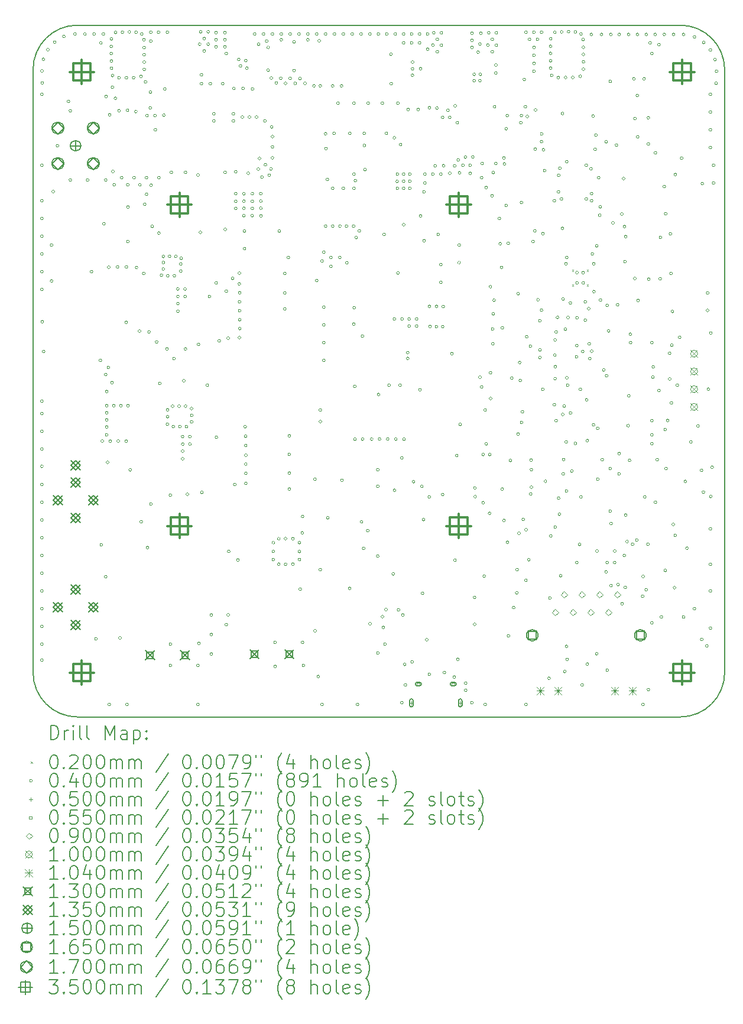
<source format=gbr>
%TF.GenerationSoftware,KiCad,Pcbnew,7.0.6-7.0.6~ubuntu22.04.1*%
%TF.CreationDate,2023-07-26T21:33:31+03:00*%
%TF.ProjectId,TACNPR,5441434e-5052-42e6-9b69-6361645f7063,rev?*%
%TF.SameCoordinates,Original*%
%TF.FileFunction,Drillmap*%
%TF.FilePolarity,Positive*%
%FSLAX45Y45*%
G04 Gerber Fmt 4.5, Leading zero omitted, Abs format (unit mm)*
G04 Created by KiCad (PCBNEW 7.0.6-7.0.6~ubuntu22.04.1) date 2023-07-26 21:33:31*
%MOMM*%
%LPD*%
G01*
G04 APERTURE LIST*
%ADD10C,0.200000*%
%ADD11C,0.020000*%
%ADD12C,0.040000*%
%ADD13C,0.050000*%
%ADD14C,0.055000*%
%ADD15C,0.090000*%
%ADD16C,0.100000*%
%ADD17C,0.104000*%
%ADD18C,0.130000*%
%ADD19C,0.135000*%
%ADD20C,0.150000*%
%ADD21C,0.165000*%
%ADD22C,0.170000*%
%ADD23C,0.350000*%
G04 APERTURE END LIST*
D10*
X9525000Y-3683000D02*
X18161000Y-3683000D01*
X18161000Y-13589000D02*
X9525000Y-13589000D01*
X18796000Y-4318000D02*
X18796000Y-12954000D01*
X8890000Y-12954000D02*
G75*
G03*
X9525000Y-13589000I635000J0D01*
G01*
X18796000Y-4318000D02*
G75*
G03*
X18161000Y-3683000I-635000J0D01*
G01*
X8890000Y-12954000D02*
X8890000Y-4318000D01*
X18161000Y-13589000D02*
G75*
G03*
X18796000Y-12954000I0J635000D01*
G01*
X9525000Y-3683000D02*
G75*
G03*
X8890000Y-4318000I0J-635000D01*
G01*
D11*
X16610900Y-7187500D02*
X16630900Y-7207500D01*
X16630900Y-7187500D02*
X16610900Y-7207500D01*
X16610900Y-7397500D02*
X16630900Y-7417500D01*
X16630900Y-7397500D02*
X16610900Y-7417500D01*
X16820900Y-7187500D02*
X16840900Y-7207500D01*
X16840900Y-7187500D02*
X16820900Y-7207500D01*
X16820900Y-7397500D02*
X16840900Y-7417500D01*
X16840900Y-7397500D02*
X16820900Y-7417500D01*
D12*
X9037000Y-4338320D02*
G75*
G03*
X9037000Y-4338320I-20000J0D01*
G01*
X9037000Y-4673600D02*
G75*
G03*
X9037000Y-4673600I-20000J0D01*
G01*
X9037000Y-5689600D02*
G75*
G03*
X9037000Y-5689600I-20000J0D01*
G01*
X9037000Y-6197600D02*
G75*
G03*
X9037000Y-6197600I-20000J0D01*
G01*
X9037000Y-6451600D02*
G75*
G03*
X9037000Y-6451600I-20000J0D01*
G01*
X9037000Y-6705600D02*
G75*
G03*
X9037000Y-6705600I-20000J0D01*
G01*
X9037000Y-6959600D02*
G75*
G03*
X9037000Y-6959600I-20000J0D01*
G01*
X9037000Y-7213600D02*
G75*
G03*
X9037000Y-7213600I-20000J0D01*
G01*
X9037000Y-7467600D02*
G75*
G03*
X9037000Y-7467600I-20000J0D01*
G01*
X9037000Y-9067800D02*
G75*
G03*
X9037000Y-9067800I-20000J0D01*
G01*
X9037000Y-9245600D02*
G75*
G03*
X9037000Y-9245600I-20000J0D01*
G01*
X9037000Y-9499600D02*
G75*
G03*
X9037000Y-9499600I-20000J0D01*
G01*
X9037000Y-9753600D02*
G75*
G03*
X9037000Y-9753600I-20000J0D01*
G01*
X9037000Y-10001250D02*
G75*
G03*
X9037000Y-10001250I-20000J0D01*
G01*
X9037000Y-10261600D02*
G75*
G03*
X9037000Y-10261600I-20000J0D01*
G01*
X9037000Y-10515600D02*
G75*
G03*
X9037000Y-10515600I-20000J0D01*
G01*
X9037000Y-10769600D02*
G75*
G03*
X9037000Y-10769600I-20000J0D01*
G01*
X9037000Y-11023600D02*
G75*
G03*
X9037000Y-11023600I-20000J0D01*
G01*
X9037000Y-11277600D02*
G75*
G03*
X9037000Y-11277600I-20000J0D01*
G01*
X9037000Y-11531600D02*
G75*
G03*
X9037000Y-11531600I-20000J0D01*
G01*
X9037000Y-11785600D02*
G75*
G03*
X9037000Y-11785600I-20000J0D01*
G01*
X9037000Y-12039600D02*
G75*
G03*
X9037000Y-12039600I-20000J0D01*
G01*
X9037000Y-12293600D02*
G75*
G03*
X9037000Y-12293600I-20000J0D01*
G01*
X9037000Y-12547600D02*
G75*
G03*
X9037000Y-12547600I-20000J0D01*
G01*
X9037000Y-12776200D02*
G75*
G03*
X9037000Y-12776200I-20000J0D01*
G01*
X9042080Y-4511040D02*
G75*
G03*
X9042080Y-4511040I-20000J0D01*
G01*
X9042080Y-7929880D02*
G75*
G03*
X9042080Y-7929880I-20000J0D01*
G01*
X9057320Y-4170680D02*
G75*
G03*
X9057320Y-4170680I-20000J0D01*
G01*
X9062400Y-8356600D02*
G75*
G03*
X9062400Y-8356600I-20000J0D01*
G01*
X9123360Y-4033520D02*
G75*
G03*
X9123360Y-4033520I-20000J0D01*
G01*
X9174160Y-6832600D02*
G75*
G03*
X9174160Y-6832600I-20000J0D01*
G01*
X9174160Y-7345680D02*
G75*
G03*
X9174160Y-7345680I-20000J0D01*
G01*
X9199560Y-6065520D02*
G75*
G03*
X9199560Y-6065520I-20000J0D01*
G01*
X9219880Y-3926840D02*
G75*
G03*
X9219880Y-3926840I-20000J0D01*
G01*
X9260520Y-5410200D02*
G75*
G03*
X9260520Y-5410200I-20000J0D01*
G01*
X9351960Y-3845560D02*
G75*
G03*
X9351960Y-3845560I-20000J0D01*
G01*
X9418000Y-4775200D02*
G75*
G03*
X9418000Y-4775200I-20000J0D01*
G01*
X9443400Y-4908550D02*
G75*
G03*
X9443400Y-4908550I-20000J0D01*
G01*
X9443400Y-5899150D02*
G75*
G03*
X9443400Y-5899150I-20000J0D01*
G01*
X9509440Y-3810000D02*
G75*
G03*
X9509440Y-3810000I-20000J0D01*
G01*
X9651680Y-3810000D02*
G75*
G03*
X9651680Y-3810000I-20000J0D01*
G01*
X9691050Y-5899150D02*
G75*
G03*
X9691050Y-5899150I-20000J0D01*
G01*
X9748200Y-7213600D02*
G75*
G03*
X9748200Y-7213600I-20000J0D01*
G01*
X9783760Y-3810000D02*
G75*
G03*
X9783760Y-3810000I-20000J0D01*
G01*
X9811700Y-12471400D02*
G75*
G03*
X9811700Y-12471400I-20000J0D01*
G01*
X9875200Y-8483600D02*
G75*
G03*
X9875200Y-8483600I-20000J0D01*
G01*
X9880280Y-3937000D02*
G75*
G03*
X9880280Y-3937000I-20000J0D01*
G01*
X9886884Y-11123168D02*
G75*
G03*
X9886884Y-11123168I-20000J0D01*
G01*
X9900600Y-9639300D02*
G75*
G03*
X9900600Y-9639300I-20000J0D01*
G01*
X9915840Y-3810000D02*
G75*
G03*
X9915840Y-3810000I-20000J0D01*
G01*
X9926000Y-6527800D02*
G75*
G03*
X9926000Y-6527800I-20000J0D01*
G01*
X9951400Y-5899150D02*
G75*
G03*
X9951400Y-5899150I-20000J0D01*
G01*
X9951400Y-8686800D02*
G75*
G03*
X9951400Y-8686800I-20000J0D01*
G01*
X9951400Y-11582400D02*
G75*
G03*
X9951400Y-11582400I-20000J0D01*
G01*
X9956480Y-4704080D02*
G75*
G03*
X9956480Y-4704080I-20000J0D01*
G01*
X9964100Y-8928100D02*
G75*
G03*
X9964100Y-8928100I-20000J0D01*
G01*
X9964100Y-9131300D02*
G75*
G03*
X9964100Y-9131300I-20000J0D01*
G01*
X9964100Y-9232900D02*
G75*
G03*
X9964100Y-9232900I-20000J0D01*
G01*
X9964100Y-9334500D02*
G75*
G03*
X9964100Y-9334500I-20000J0D01*
G01*
X9964100Y-9436100D02*
G75*
G03*
X9964100Y-9436100I-20000J0D01*
G01*
X9964100Y-9550400D02*
G75*
G03*
X9964100Y-9550400I-20000J0D01*
G01*
X9976800Y-9944100D02*
G75*
G03*
X9976800Y-9944100I-20000J0D01*
G01*
X9989500Y-8585200D02*
G75*
G03*
X9989500Y-8585200I-20000J0D01*
G01*
X9994580Y-7148830D02*
G75*
G03*
X9994580Y-7148830I-20000J0D01*
G01*
X10002200Y-13411200D02*
G75*
G03*
X10002200Y-13411200I-20000J0D01*
G01*
X10008550Y-4965700D02*
G75*
G03*
X10008550Y-4965700I-20000J0D01*
G01*
X10014900Y-9639300D02*
G75*
G03*
X10014900Y-9639300I-20000J0D01*
G01*
X10030140Y-3987800D02*
G75*
G03*
X10030140Y-3987800I-20000J0D01*
G01*
X10030140Y-4089400D02*
G75*
G03*
X10030140Y-4089400I-20000J0D01*
G01*
X10032680Y-3881120D02*
G75*
G03*
X10032680Y-3881120I-20000J0D01*
G01*
X10032680Y-4196080D02*
G75*
G03*
X10032680Y-4196080I-20000J0D01*
G01*
X10032680Y-4300220D02*
G75*
G03*
X10032680Y-4300220I-20000J0D01*
G01*
X10040300Y-8801100D02*
G75*
G03*
X10040300Y-8801100I-20000J0D01*
G01*
X10047920Y-4404360D02*
G75*
G03*
X10047920Y-4404360I-20000J0D01*
G01*
X10047920Y-4572000D02*
G75*
G03*
X10047920Y-4572000I-20000J0D01*
G01*
X10053254Y-5776976D02*
G75*
G03*
X10053254Y-5776976I-20000J0D01*
G01*
X10065700Y-9131300D02*
G75*
G03*
X10065700Y-9131300I-20000J0D01*
G01*
X10073320Y-5969000D02*
G75*
G03*
X10073320Y-5969000I-20000J0D01*
G01*
X10088560Y-4729480D02*
G75*
G03*
X10088560Y-4729480I-20000J0D01*
G01*
X10091100Y-3787140D02*
G75*
G03*
X10091100Y-3787140I-20000J0D01*
G01*
X10120056Y-7146544D02*
G75*
G03*
X10120056Y-7146544I-20000J0D01*
G01*
X10129200Y-9639300D02*
G75*
G03*
X10129200Y-9639300I-20000J0D01*
G01*
X10141900Y-4434840D02*
G75*
G03*
X10141900Y-4434840I-20000J0D01*
G01*
X10141900Y-4908550D02*
G75*
G03*
X10141900Y-4908550I-20000J0D01*
G01*
X10154600Y-12458700D02*
G75*
G03*
X10154600Y-12458700I-20000J0D01*
G01*
X10167300Y-9131300D02*
G75*
G03*
X10167300Y-9131300I-20000J0D01*
G01*
X10180000Y-5867400D02*
G75*
G03*
X10180000Y-5867400I-20000J0D01*
G01*
X10190160Y-3782060D02*
G75*
G03*
X10190160Y-3782060I-20000J0D01*
G01*
X10243500Y-7937500D02*
G75*
G03*
X10243500Y-7937500I-20000J0D01*
G01*
X10243500Y-9639300D02*
G75*
G03*
X10243500Y-9639300I-20000J0D01*
G01*
X10246040Y-4434840D02*
G75*
G03*
X10246040Y-4434840I-20000J0D01*
G01*
X10246040Y-7146290D02*
G75*
G03*
X10246040Y-7146290I-20000J0D01*
G01*
X10256200Y-13411200D02*
G75*
G03*
X10256200Y-13411200I-20000J0D01*
G01*
X10262550Y-4902200D02*
G75*
G03*
X10262550Y-4902200I-20000J0D01*
G01*
X10266360Y-5969000D02*
G75*
G03*
X10266360Y-5969000I-20000J0D01*
G01*
X10268900Y-6286500D02*
G75*
G03*
X10268900Y-6286500I-20000J0D01*
G01*
X10268900Y-6781800D02*
G75*
G03*
X10268900Y-6781800I-20000J0D01*
G01*
X10268900Y-9131300D02*
G75*
G03*
X10268900Y-9131300I-20000J0D01*
G01*
X10289220Y-3779520D02*
G75*
G03*
X10289220Y-3779520I-20000J0D01*
G01*
X10300904Y-10052050D02*
G75*
G03*
X10300904Y-10052050I-20000J0D01*
G01*
X10350180Y-4434840D02*
G75*
G03*
X10350180Y-4434840I-20000J0D01*
G01*
X10357800Y-5867400D02*
G75*
G03*
X10357800Y-5867400I-20000J0D01*
G01*
X10383200Y-4921250D02*
G75*
G03*
X10383200Y-4921250I-20000J0D01*
G01*
X10385740Y-3782060D02*
G75*
G03*
X10385740Y-3782060I-20000J0D01*
G01*
X10392344Y-7154672D02*
G75*
G03*
X10392344Y-7154672I-20000J0D01*
G01*
X10434000Y-8064500D02*
G75*
G03*
X10434000Y-8064500I-20000J0D01*
G01*
X10439080Y-5969000D02*
G75*
G03*
X10439080Y-5969000I-20000J0D01*
G01*
X10456860Y-4417060D02*
G75*
G03*
X10456860Y-4417060I-20000J0D01*
G01*
X10459400Y-10795000D02*
G75*
G03*
X10459400Y-10795000I-20000J0D01*
G01*
X10467020Y-3810000D02*
G75*
G03*
X10467020Y-3810000I-20000J0D01*
G01*
X10494960Y-7237730D02*
G75*
G03*
X10494960Y-7237730I-20000J0D01*
G01*
X10497500Y-3891280D02*
G75*
G03*
X10497500Y-3891280I-20000J0D01*
G01*
X10500040Y-4003040D02*
G75*
G03*
X10500040Y-4003040I-20000J0D01*
G01*
X10500040Y-4104640D02*
G75*
G03*
X10500040Y-4104640I-20000J0D01*
G01*
X10502580Y-4211320D02*
G75*
G03*
X10502580Y-4211320I-20000J0D01*
G01*
X10502580Y-4315460D02*
G75*
G03*
X10502580Y-4315460I-20000J0D01*
G01*
X10510200Y-6248400D02*
G75*
G03*
X10510200Y-6248400I-20000J0D01*
G01*
X10520360Y-4495800D02*
G75*
G03*
X10520360Y-4495800I-20000J0D01*
G01*
X10535600Y-5867400D02*
G75*
G03*
X10535600Y-5867400I-20000J0D01*
G01*
X10535600Y-6106160D02*
G75*
G03*
X10535600Y-6106160I-20000J0D01*
G01*
X10541950Y-4978400D02*
G75*
G03*
X10541950Y-4978400I-20000J0D01*
G01*
X10548300Y-11163300D02*
G75*
G03*
X10548300Y-11163300I-20000J0D01*
G01*
X10570700Y-8075100D02*
G75*
G03*
X10570700Y-8075100I-20000J0D01*
G01*
X10588940Y-4869180D02*
G75*
G03*
X10588940Y-4869180I-20000J0D01*
G01*
X10591480Y-4643120D02*
G75*
G03*
X10591480Y-4643120I-20000J0D01*
G01*
X10596560Y-3784600D02*
G75*
G03*
X10596560Y-3784600I-20000J0D01*
G01*
X10596560Y-3911600D02*
G75*
G03*
X10596560Y-3911600I-20000J0D01*
G01*
X10599100Y-10541000D02*
G75*
G03*
X10599100Y-10541000I-20000J0D01*
G01*
X10601640Y-5974080D02*
G75*
G03*
X10601640Y-5974080I-20000J0D01*
G01*
X10616880Y-6563360D02*
G75*
G03*
X10616880Y-6563360I-20000J0D01*
G01*
X10656250Y-4978400D02*
G75*
G03*
X10656250Y-4978400I-20000J0D01*
G01*
X10662600Y-5181600D02*
G75*
G03*
X10662600Y-5181600I-20000J0D01*
G01*
X10680380Y-8218932D02*
G75*
G03*
X10680380Y-8218932I-20000J0D01*
G01*
X10708320Y-3784600D02*
G75*
G03*
X10708320Y-3784600I-20000J0D01*
G01*
X10713400Y-5867400D02*
G75*
G03*
X10713400Y-5867400I-20000J0D01*
G01*
X10713400Y-6659880D02*
G75*
G03*
X10713400Y-6659880I-20000J0D01*
G01*
X10726100Y-8813800D02*
G75*
G03*
X10726100Y-8813800I-20000J0D01*
G01*
X10748452Y-7262368D02*
G75*
G03*
X10748452Y-7262368I-20000J0D01*
G01*
X10775376Y-6996176D02*
G75*
G03*
X10775376Y-6996176I-20000J0D01*
G01*
X10775376Y-7174484D02*
G75*
G03*
X10775376Y-7174484I-20000J0D01*
G01*
X10776392Y-7081520D02*
G75*
G03*
X10776392Y-7081520I-20000J0D01*
G01*
X10783250Y-4972050D02*
G75*
G03*
X10783250Y-4972050I-20000J0D01*
G01*
X10796204Y-4597400D02*
G75*
G03*
X10796204Y-4597400I-20000J0D01*
G01*
X10827700Y-8318500D02*
G75*
G03*
X10827700Y-8318500I-20000J0D01*
G01*
X10834558Y-9395714D02*
G75*
G03*
X10834558Y-9395714I-20000J0D01*
G01*
X10835320Y-3784600D02*
G75*
G03*
X10835320Y-3784600I-20000J0D01*
G01*
X10835828Y-9190990D02*
G75*
G03*
X10835828Y-9190990I-20000J0D01*
G01*
X10835828Y-9290050D02*
G75*
G03*
X10835828Y-9290050I-20000J0D01*
G01*
X10838622Y-7272274D02*
G75*
G03*
X10838622Y-7272274I-20000J0D01*
G01*
X10865038Y-6993382D02*
G75*
G03*
X10865038Y-6993382I-20000J0D01*
G01*
X10877484Y-10414000D02*
G75*
G03*
X10877484Y-10414000I-20000J0D01*
G01*
X10878500Y-12547600D02*
G75*
G03*
X10878500Y-12547600I-20000J0D01*
G01*
X10878500Y-12852400D02*
G75*
G03*
X10878500Y-12852400I-20000J0D01*
G01*
X10891200Y-5791200D02*
G75*
G03*
X10891200Y-5791200I-20000J0D01*
G01*
X10909996Y-9139428D02*
G75*
G03*
X10909996Y-9139428I-20000J0D01*
G01*
X10919902Y-9430766D02*
G75*
G03*
X10919902Y-9430766I-20000J0D01*
G01*
X10929300Y-8458200D02*
G75*
G03*
X10929300Y-8458200I-20000J0D01*
G01*
X10933110Y-7270496D02*
G75*
G03*
X10933110Y-7270496I-20000J0D01*
G01*
X10953684Y-6994652D02*
G75*
G03*
X10953684Y-6994652I-20000J0D01*
G01*
X10983910Y-7461250D02*
G75*
G03*
X10983910Y-7461250I-20000J0D01*
G01*
X10985180Y-7569200D02*
G75*
G03*
X10985180Y-7569200I-20000J0D01*
G01*
X10985180Y-7669530D02*
G75*
G03*
X10985180Y-7669530I-20000J0D01*
G01*
X10985180Y-7778750D02*
G75*
G03*
X10985180Y-7778750I-20000J0D01*
G01*
X11002452Y-9139428D02*
G75*
G03*
X11002452Y-9139428I-20000J0D01*
G01*
X11014390Y-9431782D02*
G75*
G03*
X11014390Y-9431782I-20000J0D01*
G01*
X11026074Y-7104888D02*
G75*
G03*
X11026074Y-7104888I-20000J0D01*
G01*
X11026836Y-7204456D02*
G75*
G03*
X11026836Y-7204456I-20000J0D01*
G01*
X11030646Y-7020306D02*
G75*
G03*
X11030646Y-7020306I-20000J0D01*
G01*
X11052490Y-9574530D02*
G75*
G03*
X11052490Y-9574530I-20000J0D01*
G01*
X11053760Y-9682480D02*
G75*
G03*
X11053760Y-9682480I-20000J0D01*
G01*
X11053760Y-9782810D02*
G75*
G03*
X11053760Y-9782810I-20000J0D01*
G01*
X11053760Y-9892030D02*
G75*
G03*
X11053760Y-9892030I-20000J0D01*
G01*
X11069000Y-8775700D02*
G75*
G03*
X11069000Y-8775700I-20000J0D01*
G01*
X11086780Y-7461250D02*
G75*
G03*
X11086780Y-7461250I-20000J0D01*
G01*
X11088050Y-7567930D02*
G75*
G03*
X11088050Y-7567930I-20000J0D01*
G01*
X11093638Y-9138412D02*
G75*
G03*
X11093638Y-9138412I-20000J0D01*
G01*
X11094400Y-5791200D02*
G75*
G03*
X11094400Y-5791200I-20000J0D01*
G01*
X11094400Y-8319516D02*
G75*
G03*
X11094400Y-8319516I-20000J0D01*
G01*
X11107608Y-9431782D02*
G75*
G03*
X11107608Y-9431782I-20000J0D01*
G01*
X11119800Y-10401300D02*
G75*
G03*
X11119800Y-10401300I-20000J0D01*
G01*
X11155360Y-9574530D02*
G75*
G03*
X11155360Y-9574530I-20000J0D01*
G01*
X11156630Y-9681210D02*
G75*
G03*
X11156630Y-9681210I-20000J0D01*
G01*
X11179490Y-9172194D02*
G75*
G03*
X11179490Y-9172194I-20000J0D01*
G01*
X11181522Y-9362186D02*
G75*
G03*
X11181522Y-9362186I-20000J0D01*
G01*
X11182792Y-9271000D02*
G75*
G03*
X11182792Y-9271000I-20000J0D01*
G01*
X11272200Y-5829300D02*
G75*
G03*
X11272200Y-5829300I-20000J0D01*
G01*
X11272200Y-12852400D02*
G75*
G03*
X11272200Y-12852400I-20000J0D01*
G01*
X11272200Y-13411200D02*
G75*
G03*
X11272200Y-13411200I-20000J0D01*
G01*
X11279566Y-8252714D02*
G75*
G03*
X11279566Y-8252714I-20000J0D01*
G01*
X11284900Y-12534900D02*
G75*
G03*
X11284900Y-12534900I-20000J0D01*
G01*
X11297600Y-3956050D02*
G75*
G03*
X11297600Y-3956050I-20000J0D01*
G01*
X11307760Y-6649720D02*
G75*
G03*
X11307760Y-6649720I-20000J0D01*
G01*
X11310300Y-3778250D02*
G75*
G03*
X11310300Y-3778250I-20000J0D01*
G01*
X11323000Y-4394200D02*
G75*
G03*
X11323000Y-4394200I-20000J0D01*
G01*
X11323000Y-4521200D02*
G75*
G03*
X11323000Y-4521200I-20000J0D01*
G01*
X11328842Y-10373360D02*
G75*
G03*
X11328842Y-10373360I-20000J0D01*
G01*
X11361100Y-3873500D02*
G75*
G03*
X11361100Y-3873500I-20000J0D01*
G01*
X11361100Y-4051300D02*
G75*
G03*
X11361100Y-4051300I-20000J0D01*
G01*
X11405550Y-8839200D02*
G75*
G03*
X11405550Y-8839200I-20000J0D01*
G01*
X11418250Y-3778250D02*
G75*
G03*
X11418250Y-3778250I-20000J0D01*
G01*
X11418250Y-3956050D02*
G75*
G03*
X11418250Y-3956050I-20000J0D01*
G01*
X11436792Y-7569708D02*
G75*
G03*
X11436792Y-7569708I-20000J0D01*
G01*
X11450000Y-4521200D02*
G75*
G03*
X11450000Y-4521200I-20000J0D01*
G01*
X11462700Y-12128500D02*
G75*
G03*
X11462700Y-12128500I-20000J0D01*
G01*
X11462700Y-12407900D02*
G75*
G03*
X11462700Y-12407900I-20000J0D01*
G01*
X11462700Y-12687300D02*
G75*
G03*
X11462700Y-12687300I-20000J0D01*
G01*
X11500800Y-4953000D02*
G75*
G03*
X11500800Y-4953000I-20000J0D01*
G01*
X11500800Y-5054600D02*
G75*
G03*
X11500800Y-5054600I-20000J0D01*
G01*
X11531280Y-3789680D02*
G75*
G03*
X11531280Y-3789680I-20000J0D01*
G01*
X11531280Y-3891280D02*
G75*
G03*
X11531280Y-3891280I-20000J0D01*
G01*
X11531280Y-3992880D02*
G75*
G03*
X11531280Y-3992880I-20000J0D01*
G01*
X11532550Y-7372350D02*
G75*
G03*
X11532550Y-7372350I-20000J0D01*
G01*
X11536360Y-9585960D02*
G75*
G03*
X11536360Y-9585960I-20000J0D01*
G01*
X11577000Y-8204200D02*
G75*
G03*
X11577000Y-8204200I-20000J0D01*
G01*
X11627800Y-4521200D02*
G75*
G03*
X11627800Y-4521200I-20000J0D01*
G01*
X11658280Y-3789680D02*
G75*
G03*
X11658280Y-3789680I-20000J0D01*
G01*
X11658280Y-3891280D02*
G75*
G03*
X11658280Y-3891280I-20000J0D01*
G01*
X11658280Y-3992880D02*
G75*
G03*
X11658280Y-3992880I-20000J0D01*
G01*
X11660820Y-5791200D02*
G75*
G03*
X11660820Y-5791200I-20000J0D01*
G01*
X11663200Y-6607600D02*
G75*
G03*
X11663200Y-6607600I-20000J0D01*
G01*
X11678600Y-4089400D02*
G75*
G03*
X11678600Y-4089400I-20000J0D01*
G01*
X11678600Y-7493000D02*
G75*
G03*
X11678600Y-7493000I-20000J0D01*
G01*
X11678600Y-12268200D02*
G75*
G03*
X11678600Y-12268200I-20000J0D01*
G01*
X11704000Y-8166100D02*
G75*
G03*
X11704000Y-8166100I-20000J0D01*
G01*
X11704000Y-12128500D02*
G75*
G03*
X11704000Y-12128500I-20000J0D01*
G01*
X11713200Y-11220100D02*
G75*
G03*
X11713200Y-11220100I-20000J0D01*
G01*
X11767500Y-7308850D02*
G75*
G03*
X11767500Y-7308850I-20000J0D01*
G01*
X11780200Y-4953000D02*
G75*
G03*
X11780200Y-4953000I-20000J0D01*
G01*
X11780200Y-5054600D02*
G75*
G03*
X11780200Y-5054600I-20000J0D01*
G01*
X11785280Y-4588510D02*
G75*
G03*
X11785280Y-4588510I-20000J0D01*
G01*
X11800520Y-10261600D02*
G75*
G03*
X11800520Y-10261600I-20000J0D01*
G01*
X11813200Y-5782600D02*
G75*
G03*
X11813200Y-5782600I-20000J0D01*
G01*
X11813220Y-6097270D02*
G75*
G03*
X11813220Y-6097270I-20000J0D01*
G01*
X11813220Y-6203950D02*
G75*
G03*
X11813220Y-6203950I-20000J0D01*
G01*
X11813220Y-6305550D02*
G75*
G03*
X11813220Y-6305550I-20000J0D01*
G01*
X11843700Y-11341100D02*
G75*
G03*
X11843700Y-11341100I-20000J0D01*
G01*
X11856400Y-4175760D02*
G75*
G03*
X11856400Y-4175760I-20000J0D01*
G01*
X11864528Y-7387844D02*
G75*
G03*
X11864528Y-7387844I-20000J0D01*
G01*
X11865036Y-7233920D02*
G75*
G03*
X11865036Y-7233920I-20000J0D01*
G01*
X11865036Y-8157718D02*
G75*
G03*
X11865036Y-8157718I-20000J0D01*
G01*
X11867068Y-7645400D02*
G75*
G03*
X11867068Y-7645400I-20000J0D01*
G01*
X11868592Y-7514844D02*
G75*
G03*
X11868592Y-7514844I-20000J0D01*
G01*
X11868592Y-7771384D02*
G75*
G03*
X11868592Y-7771384I-20000J0D01*
G01*
X11868846Y-7901178D02*
G75*
G03*
X11868846Y-7901178I-20000J0D01*
G01*
X11871386Y-8028178D02*
G75*
G03*
X11871386Y-8028178I-20000J0D01*
G01*
X11881800Y-4267200D02*
G75*
G03*
X11881800Y-4267200I-20000J0D01*
G01*
X11907200Y-4998720D02*
G75*
G03*
X11907200Y-4998720I-20000J0D01*
G01*
X11917360Y-4588510D02*
G75*
G03*
X11917360Y-4588510I-20000J0D01*
G01*
X11930060Y-6097270D02*
G75*
G03*
X11930060Y-6097270I-20000J0D01*
G01*
X11930060Y-6203950D02*
G75*
G03*
X11930060Y-6203950I-20000J0D01*
G01*
X11930060Y-6305550D02*
G75*
G03*
X11930060Y-6305550I-20000J0D01*
G01*
X11930060Y-6410960D02*
G75*
G03*
X11930060Y-6410960I-20000J0D01*
G01*
X11938200Y-6632600D02*
G75*
G03*
X11938200Y-6632600I-20000J0D01*
G01*
X11938200Y-6882600D02*
G75*
G03*
X11938200Y-6882600I-20000J0D01*
G01*
X11948348Y-9433560D02*
G75*
G03*
X11948348Y-9433560I-20000J0D01*
G01*
X11954952Y-9569704D02*
G75*
G03*
X11954952Y-9569704I-20000J0D01*
G01*
X11955206Y-9701784D02*
G75*
G03*
X11955206Y-9701784I-20000J0D01*
G01*
X11956730Y-9968992D02*
G75*
G03*
X11956730Y-9968992I-20000J0D01*
G01*
X11958000Y-4191000D02*
G75*
G03*
X11958000Y-4191000I-20000J0D01*
G01*
X11958000Y-9840722D02*
G75*
G03*
X11958000Y-9840722I-20000J0D01*
G01*
X11958000Y-10102342D02*
G75*
G03*
X11958000Y-10102342I-20000J0D01*
G01*
X11958000Y-10246360D02*
G75*
G03*
X11958000Y-10246360I-20000J0D01*
G01*
X11973240Y-4297680D02*
G75*
G03*
X11973240Y-4297680I-20000J0D01*
G01*
X11991020Y-5803900D02*
G75*
G03*
X11991020Y-5803900I-20000J0D01*
G01*
X12008800Y-4998720D02*
G75*
G03*
X12008800Y-4998720I-20000J0D01*
G01*
X12049440Y-6410960D02*
G75*
G03*
X12049440Y-6410960I-20000J0D01*
G01*
X12050710Y-6097270D02*
G75*
G03*
X12050710Y-6097270I-20000J0D01*
G01*
X12050710Y-6203950D02*
G75*
G03*
X12050710Y-6203950I-20000J0D01*
G01*
X12050710Y-6305550D02*
G75*
G03*
X12050710Y-6305550I-20000J0D01*
G01*
X12054520Y-4597400D02*
G75*
G03*
X12054520Y-4597400I-20000J0D01*
G01*
X12085000Y-3810000D02*
G75*
G03*
X12085000Y-3810000I-20000J0D01*
G01*
X12110400Y-4998720D02*
G75*
G03*
X12110400Y-4998720I-20000J0D01*
G01*
X12135800Y-5742940D02*
G75*
G03*
X12135800Y-5742940I-20000J0D01*
G01*
X12140880Y-3954780D02*
G75*
G03*
X12140880Y-3954780I-20000J0D01*
G01*
X12153580Y-5590540D02*
G75*
G03*
X12153580Y-5590540I-20000J0D01*
G01*
X12172630Y-6094730D02*
G75*
G03*
X12172630Y-6094730I-20000J0D01*
G01*
X12172630Y-6201410D02*
G75*
G03*
X12172630Y-6201410I-20000J0D01*
G01*
X12172630Y-6303010D02*
G75*
G03*
X12172630Y-6303010I-20000J0D01*
G01*
X12173900Y-6413500D02*
G75*
G03*
X12173900Y-6413500I-20000J0D01*
G01*
X12188200Y-5857600D02*
G75*
G03*
X12188200Y-5857600I-20000J0D01*
G01*
X12212000Y-3810000D02*
G75*
G03*
X12212000Y-3810000I-20000J0D01*
G01*
X12232320Y-5054600D02*
G75*
G03*
X12232320Y-5054600I-20000J0D01*
G01*
X12238200Y-5682600D02*
G75*
G03*
X12238200Y-5682600I-20000J0D01*
G01*
X12257720Y-3911600D02*
G75*
G03*
X12257720Y-3911600I-20000J0D01*
G01*
X12278040Y-4000500D02*
G75*
G03*
X12278040Y-4000500I-20000J0D01*
G01*
X12278040Y-4328160D02*
G75*
G03*
X12278040Y-4328160I-20000J0D01*
G01*
X12293280Y-5831840D02*
G75*
G03*
X12293280Y-5831840I-20000J0D01*
G01*
X12316140Y-5742940D02*
G75*
G03*
X12316140Y-5742940I-20000J0D01*
G01*
X12323760Y-4439920D02*
G75*
G03*
X12323760Y-4439920I-20000J0D01*
G01*
X12328840Y-5140960D02*
G75*
G03*
X12328840Y-5140960I-20000J0D01*
G01*
X12338200Y-5582600D02*
G75*
G03*
X12338200Y-5582600I-20000J0D01*
G01*
X12339000Y-3810000D02*
G75*
G03*
X12339000Y-3810000I-20000J0D01*
G01*
X12339000Y-5278120D02*
G75*
G03*
X12339000Y-5278120I-20000J0D01*
G01*
X12339000Y-5425440D02*
G75*
G03*
X12339000Y-5425440I-20000J0D01*
G01*
X12351700Y-11094720D02*
G75*
G03*
X12351700Y-11094720I-20000J0D01*
G01*
X12351700Y-11219180D02*
G75*
G03*
X12351700Y-11219180I-20000J0D01*
G01*
X12351700Y-11336020D02*
G75*
G03*
X12351700Y-11336020I-20000J0D01*
G01*
X12377100Y-12522200D02*
G75*
G03*
X12377100Y-12522200I-20000J0D01*
G01*
X12377100Y-12865100D02*
G75*
G03*
X12377100Y-12865100I-20000J0D01*
G01*
X12394880Y-4511040D02*
G75*
G03*
X12394880Y-4511040I-20000J0D01*
G01*
X12430440Y-11036300D02*
G75*
G03*
X12430440Y-11036300I-20000J0D01*
G01*
X12430440Y-11402060D02*
G75*
G03*
X12430440Y-11402060I-20000J0D01*
G01*
X12438200Y-6632600D02*
G75*
G03*
X12438200Y-6632600I-20000J0D01*
G01*
X12458380Y-4442460D02*
G75*
G03*
X12458380Y-4442460I-20000J0D01*
G01*
X12466000Y-3810000D02*
G75*
G03*
X12466000Y-3810000I-20000J0D01*
G01*
X12466000Y-3891280D02*
G75*
G03*
X12466000Y-3891280I-20000J0D01*
G01*
X12516800Y-7239000D02*
G75*
G03*
X12516800Y-7239000I-20000J0D01*
G01*
X12516800Y-7518400D02*
G75*
G03*
X12516800Y-7518400I-20000J0D01*
G01*
X12516800Y-7747000D02*
G75*
G03*
X12516800Y-7747000I-20000J0D01*
G01*
X12526960Y-4516120D02*
G75*
G03*
X12526960Y-4516120I-20000J0D01*
G01*
X12526960Y-11036300D02*
G75*
G03*
X12526960Y-11036300I-20000J0D01*
G01*
X12526960Y-11402060D02*
G75*
G03*
X12526960Y-11402060I-20000J0D01*
G01*
X12567600Y-7010400D02*
G75*
G03*
X12567600Y-7010400I-20000J0D01*
G01*
X12580300Y-9563100D02*
G75*
G03*
X12580300Y-9563100I-20000J0D01*
G01*
X12580300Y-9829800D02*
G75*
G03*
X12580300Y-9829800I-20000J0D01*
G01*
X12580300Y-10096500D02*
G75*
G03*
X12580300Y-10096500I-20000J0D01*
G01*
X12580300Y-10325100D02*
G75*
G03*
X12580300Y-10325100I-20000J0D01*
G01*
X12593000Y-3810000D02*
G75*
G03*
X12593000Y-3810000I-20000J0D01*
G01*
X12593000Y-4445000D02*
G75*
G03*
X12593000Y-4445000I-20000J0D01*
G01*
X12631100Y-11036300D02*
G75*
G03*
X12631100Y-11036300I-20000J0D01*
G01*
X12631100Y-11402060D02*
G75*
G03*
X12631100Y-11402060I-20000J0D01*
G01*
X12648880Y-3921760D02*
G75*
G03*
X12648880Y-3921760I-20000J0D01*
G01*
X12648880Y-4333240D02*
G75*
G03*
X12648880Y-4333240I-20000J0D01*
G01*
X12664120Y-4516120D02*
G75*
G03*
X12664120Y-4516120I-20000J0D01*
G01*
X12720000Y-3810000D02*
G75*
G03*
X12720000Y-3810000I-20000J0D01*
G01*
X12725080Y-11094720D02*
G75*
G03*
X12725080Y-11094720I-20000J0D01*
G01*
X12725080Y-11219180D02*
G75*
G03*
X12725080Y-11219180I-20000J0D01*
G01*
X12725080Y-11336020D02*
G75*
G03*
X12725080Y-11336020I-20000J0D01*
G01*
X12732700Y-4447540D02*
G75*
G03*
X12732700Y-4447540I-20000J0D01*
G01*
X12735240Y-11760200D02*
G75*
G03*
X12735240Y-11760200I-20000J0D01*
G01*
X12765720Y-10952480D02*
G75*
G03*
X12765720Y-10952480I-20000J0D01*
G01*
X12770700Y-10720100D02*
G75*
G03*
X12770700Y-10720100I-20000J0D01*
G01*
X12770800Y-12522200D02*
G75*
G03*
X12770800Y-12522200I-20000J0D01*
G01*
X12783500Y-12852400D02*
G75*
G03*
X12783500Y-12852400I-20000J0D01*
G01*
X12806360Y-4516120D02*
G75*
G03*
X12806360Y-4516120I-20000J0D01*
G01*
X12847000Y-3810000D02*
G75*
G03*
X12847000Y-3810000I-20000J0D01*
G01*
X12847000Y-3891280D02*
G75*
G03*
X12847000Y-3891280I-20000J0D01*
G01*
X12933360Y-4551680D02*
G75*
G03*
X12933360Y-4551680I-20000J0D01*
G01*
X12948600Y-10185400D02*
G75*
G03*
X12948600Y-10185400I-20000J0D01*
G01*
X12948600Y-12357100D02*
G75*
G03*
X12948600Y-12357100I-20000J0D01*
G01*
X12974000Y-3810000D02*
G75*
G03*
X12974000Y-3810000I-20000J0D01*
G01*
X12974000Y-7340600D02*
G75*
G03*
X12974000Y-7340600I-20000J0D01*
G01*
X12994320Y-13009880D02*
G75*
G03*
X12994320Y-13009880I-20000J0D01*
G01*
X13009560Y-3906520D02*
G75*
G03*
X13009560Y-3906520I-20000J0D01*
G01*
X13024800Y-4551680D02*
G75*
G03*
X13024800Y-4551680I-20000J0D01*
G01*
X13024800Y-9194800D02*
G75*
G03*
X13024800Y-9194800I-20000J0D01*
G01*
X13024800Y-9359900D02*
G75*
G03*
X13024800Y-9359900I-20000J0D01*
G01*
X13024800Y-11480800D02*
G75*
G03*
X13024800Y-11480800I-20000J0D01*
G01*
X13050200Y-7061200D02*
G75*
G03*
X13050200Y-7061200I-20000J0D01*
G01*
X13050200Y-13411200D02*
G75*
G03*
X13050200Y-13411200I-20000J0D01*
G01*
X13075600Y-6934200D02*
G75*
G03*
X13075600Y-6934200I-20000J0D01*
G01*
X13075600Y-7721600D02*
G75*
G03*
X13075600Y-7721600I-20000J0D01*
G01*
X13075600Y-7975600D02*
G75*
G03*
X13075600Y-7975600I-20000J0D01*
G01*
X13075600Y-8229600D02*
G75*
G03*
X13075600Y-8229600I-20000J0D01*
G01*
X13075600Y-8483600D02*
G75*
G03*
X13075600Y-8483600I-20000J0D01*
G01*
X13101000Y-3810000D02*
G75*
G03*
X13101000Y-3810000I-20000J0D01*
G01*
X13101000Y-5237480D02*
G75*
G03*
X13101000Y-5237480I-20000J0D01*
G01*
X13101000Y-6559550D02*
G75*
G03*
X13101000Y-6559550I-20000J0D01*
G01*
X13106080Y-5450840D02*
G75*
G03*
X13106080Y-5450840I-20000J0D01*
G01*
X13126400Y-5892800D02*
G75*
G03*
X13126400Y-5892800I-20000J0D01*
G01*
X13131480Y-10739120D02*
G75*
G03*
X13131480Y-10739120I-20000J0D01*
G01*
X13177200Y-7010400D02*
G75*
G03*
X13177200Y-7010400I-20000J0D01*
G01*
X13177200Y-7137400D02*
G75*
G03*
X13177200Y-7137400I-20000J0D01*
G01*
X13202600Y-4551680D02*
G75*
G03*
X13202600Y-4551680I-20000J0D01*
G01*
X13202600Y-6019800D02*
G75*
G03*
X13202600Y-6019800I-20000J0D01*
G01*
X13202600Y-6559550D02*
G75*
G03*
X13202600Y-6559550I-20000J0D01*
G01*
X13222920Y-5232400D02*
G75*
G03*
X13222920Y-5232400I-20000J0D01*
G01*
X13228000Y-3810000D02*
G75*
G03*
X13228000Y-3810000I-20000J0D01*
G01*
X13278800Y-4800600D02*
G75*
G03*
X13278800Y-4800600I-20000J0D01*
G01*
X13304200Y-7009130D02*
G75*
G03*
X13304200Y-7009130I-20000J0D01*
G01*
X13305470Y-6560820D02*
G75*
G03*
X13305470Y-6560820I-20000J0D01*
G01*
X13329600Y-4551680D02*
G75*
G03*
X13329600Y-4551680I-20000J0D01*
G01*
X13334680Y-10200640D02*
G75*
G03*
X13334680Y-10200640I-20000J0D01*
G01*
X13355000Y-3810000D02*
G75*
G03*
X13355000Y-3810000I-20000J0D01*
G01*
X13355000Y-6019800D02*
G75*
G03*
X13355000Y-6019800I-20000J0D01*
G01*
X13400720Y-6560820D02*
G75*
G03*
X13400720Y-6560820I-20000J0D01*
G01*
X13405800Y-7086600D02*
G75*
G03*
X13405800Y-7086600I-20000J0D01*
G01*
X13443900Y-11747500D02*
G75*
G03*
X13443900Y-11747500I-20000J0D01*
G01*
X13446440Y-5232400D02*
G75*
G03*
X13446440Y-5232400I-20000J0D01*
G01*
X13482000Y-3810000D02*
G75*
G03*
X13482000Y-3810000I-20000J0D01*
G01*
X13501050Y-6559550D02*
G75*
G03*
X13501050Y-6559550I-20000J0D01*
G01*
X13503844Y-7964424D02*
G75*
G03*
X13503844Y-7964424I-20000J0D01*
G01*
X13507400Y-4800600D02*
G75*
G03*
X13507400Y-4800600I-20000J0D01*
G01*
X13507400Y-5816600D02*
G75*
G03*
X13507400Y-5816600I-20000J0D01*
G01*
X13507400Y-6019800D02*
G75*
G03*
X13507400Y-6019800I-20000J0D01*
G01*
X13509940Y-7728712D02*
G75*
G03*
X13509940Y-7728712I-20000J0D01*
G01*
X13517560Y-8854440D02*
G75*
G03*
X13517560Y-8854440I-20000J0D01*
G01*
X13520100Y-9612376D02*
G75*
G03*
X13520100Y-9612376I-20000J0D01*
G01*
X13526450Y-5910072D02*
G75*
G03*
X13526450Y-5910072I-20000J0D01*
G01*
X13539150Y-6724650D02*
G75*
G03*
X13539150Y-6724650I-20000J0D01*
G01*
X13558200Y-13411200D02*
G75*
G03*
X13558200Y-13411200I-20000J0D01*
G01*
X13583600Y-6629400D02*
G75*
G03*
X13583600Y-6629400I-20000J0D01*
G01*
X13609000Y-3810000D02*
G75*
G03*
X13609000Y-3810000I-20000J0D01*
G01*
X13614080Y-10795000D02*
G75*
G03*
X13614080Y-10795000I-20000J0D01*
G01*
X13628304Y-8136382D02*
G75*
G03*
X13628304Y-8136382I-20000J0D01*
G01*
X13629320Y-9611360D02*
G75*
G03*
X13629320Y-9611360I-20000J0D01*
G01*
X13644560Y-11176000D02*
G75*
G03*
X13644560Y-11176000I-20000J0D01*
G01*
X13654720Y-5232400D02*
G75*
G03*
X13654720Y-5232400I-20000J0D01*
G01*
X13654720Y-5405120D02*
G75*
G03*
X13654720Y-5405120I-20000J0D01*
G01*
X13664626Y-5752338D02*
G75*
G03*
X13664626Y-5752338I-20000J0D01*
G01*
X13705520Y-10922000D02*
G75*
G03*
X13705520Y-10922000I-20000J0D01*
G01*
X13710600Y-4800600D02*
G75*
G03*
X13710600Y-4800600I-20000J0D01*
G01*
X13736000Y-3810000D02*
G75*
G03*
X13736000Y-3810000I-20000J0D01*
G01*
X13736000Y-12255500D02*
G75*
G03*
X13736000Y-12255500I-20000J0D01*
G01*
X13761400Y-9611868D02*
G75*
G03*
X13761400Y-9611868I-20000J0D01*
G01*
X13847760Y-10048240D02*
G75*
G03*
X13847760Y-10048240I-20000J0D01*
G01*
X13847760Y-10287000D02*
G75*
G03*
X13847760Y-10287000I-20000J0D01*
G01*
X13847760Y-11287760D02*
G75*
G03*
X13847760Y-11287760I-20000J0D01*
G01*
X13850300Y-12674600D02*
G75*
G03*
X13850300Y-12674600I-20000J0D01*
G01*
X13856650Y-3810000D02*
G75*
G03*
X13856650Y-3810000I-20000J0D01*
G01*
X13857920Y-8971280D02*
G75*
G03*
X13857920Y-8971280I-20000J0D01*
G01*
X13873160Y-9611360D02*
G75*
G03*
X13873160Y-9611360I-20000J0D01*
G01*
X13913800Y-4800600D02*
G75*
G03*
X13913800Y-4800600I-20000J0D01*
G01*
X13913800Y-12153900D02*
G75*
G03*
X13913800Y-12153900I-20000J0D01*
G01*
X13926500Y-12306300D02*
G75*
G03*
X13926500Y-12306300I-20000J0D01*
G01*
X13939200Y-6680200D02*
G75*
G03*
X13939200Y-6680200I-20000J0D01*
G01*
X13951900Y-12547600D02*
G75*
G03*
X13951900Y-12547600I-20000J0D01*
G01*
X13964600Y-12052300D02*
G75*
G03*
X13964600Y-12052300I-20000J0D01*
G01*
X13970950Y-5232400D02*
G75*
G03*
X13970950Y-5232400I-20000J0D01*
G01*
X13977300Y-3810000D02*
G75*
G03*
X13977300Y-3810000I-20000J0D01*
G01*
X13990000Y-9611360D02*
G75*
G03*
X13990000Y-9611360I-20000J0D01*
G01*
X14010320Y-8839200D02*
G75*
G03*
X14010320Y-8839200I-20000J0D01*
G01*
X14035720Y-4099560D02*
G75*
G03*
X14035720Y-4099560I-20000J0D01*
G01*
X14040800Y-4521200D02*
G75*
G03*
X14040800Y-4521200I-20000J0D01*
G01*
X14068740Y-11541760D02*
G75*
G03*
X14068740Y-11541760I-20000J0D01*
G01*
X14085250Y-5295900D02*
G75*
G03*
X14085250Y-5295900I-20000J0D01*
G01*
X14086266Y-7890764D02*
G75*
G03*
X14086266Y-7890764I-20000J0D01*
G01*
X14086520Y-10342880D02*
G75*
G03*
X14086520Y-10342880I-20000J0D01*
G01*
X14097950Y-3810000D02*
G75*
G03*
X14097950Y-3810000I-20000J0D01*
G01*
X14106840Y-9611360D02*
G75*
G03*
X14106840Y-9611360I-20000J0D01*
G01*
X14124620Y-5920740D02*
G75*
G03*
X14124620Y-5920740I-20000J0D01*
G01*
X14129700Y-5816600D02*
G75*
G03*
X14129700Y-5816600I-20000J0D01*
G01*
X14129700Y-6019800D02*
G75*
G03*
X14129700Y-6019800I-20000J0D01*
G01*
X14136050Y-4800600D02*
G75*
G03*
X14136050Y-4800600I-20000J0D01*
G01*
X14136558Y-7232650D02*
G75*
G03*
X14136558Y-7232650I-20000J0D01*
G01*
X14144940Y-12057380D02*
G75*
G03*
X14144940Y-12057380I-20000J0D01*
G01*
X14167800Y-8839200D02*
G75*
G03*
X14167800Y-8839200I-20000J0D01*
G01*
X14174150Y-5391150D02*
G75*
G03*
X14174150Y-5391150I-20000J0D01*
G01*
X14193200Y-9880600D02*
G75*
G03*
X14193200Y-9880600I-20000J0D01*
G01*
X14193200Y-13385800D02*
G75*
G03*
X14193200Y-13385800I-20000J0D01*
G01*
X14195486Y-7890764D02*
G75*
G03*
X14195486Y-7890764I-20000J0D01*
G01*
X14205900Y-12128500D02*
G75*
G03*
X14205900Y-12128500I-20000J0D01*
G01*
X14218600Y-3810000D02*
G75*
G03*
X14218600Y-3810000I-20000J0D01*
G01*
X14218600Y-3937000D02*
G75*
G03*
X14218600Y-3937000I-20000J0D01*
G01*
X14218600Y-5816600D02*
G75*
G03*
X14218600Y-5816600I-20000J0D01*
G01*
X14218600Y-5918200D02*
G75*
G03*
X14218600Y-5918200I-20000J0D01*
G01*
X14218600Y-6019800D02*
G75*
G03*
X14218600Y-6019800I-20000J0D01*
G01*
X14218600Y-6540500D02*
G75*
G03*
X14218600Y-6540500I-20000J0D01*
G01*
X14223680Y-9611360D02*
G75*
G03*
X14223680Y-9611360I-20000J0D01*
G01*
X14233840Y-12837160D02*
G75*
G03*
X14233840Y-12837160I-20000J0D01*
G01*
X14244000Y-13131800D02*
G75*
G03*
X14244000Y-13131800I-20000J0D01*
G01*
X14277020Y-8370824D02*
G75*
G03*
X14277020Y-8370824I-20000J0D01*
G01*
X14277528Y-8454644D02*
G75*
G03*
X14277528Y-8454644I-20000J0D01*
G01*
X14282100Y-4889500D02*
G75*
G03*
X14282100Y-4889500I-20000J0D01*
G01*
X14295816Y-7890764D02*
G75*
G03*
X14295816Y-7890764I-20000J0D01*
G01*
X14297086Y-7993634D02*
G75*
G03*
X14297086Y-7993634I-20000J0D01*
G01*
X14307500Y-5816600D02*
G75*
G03*
X14307500Y-5816600I-20000J0D01*
G01*
X14307500Y-5918200D02*
G75*
G03*
X14307500Y-5918200I-20000J0D01*
G01*
X14307500Y-6019800D02*
G75*
G03*
X14307500Y-6019800I-20000J0D01*
G01*
X14332900Y-3810000D02*
G75*
G03*
X14332900Y-3810000I-20000J0D01*
G01*
X14332900Y-3937000D02*
G75*
G03*
X14332900Y-3937000I-20000J0D01*
G01*
X14340520Y-12801600D02*
G75*
G03*
X14340520Y-12801600I-20000J0D01*
G01*
X14345600Y-4211320D02*
G75*
G03*
X14345600Y-4211320I-20000J0D01*
G01*
X14345600Y-4307840D02*
G75*
G03*
X14345600Y-4307840I-20000J0D01*
G01*
X14345600Y-4399280D02*
G75*
G03*
X14345600Y-4399280I-20000J0D01*
G01*
X14360840Y-10220960D02*
G75*
G03*
X14360840Y-10220960I-20000J0D01*
G01*
X14403766Y-7889494D02*
G75*
G03*
X14403766Y-7889494I-20000J0D01*
G01*
X14403766Y-7992364D02*
G75*
G03*
X14403766Y-7992364I-20000J0D01*
G01*
X14428150Y-4889500D02*
G75*
G03*
X14428150Y-4889500I-20000J0D01*
G01*
X14447200Y-3810000D02*
G75*
G03*
X14447200Y-3810000I-20000J0D01*
G01*
X14447200Y-3937000D02*
G75*
G03*
X14447200Y-3937000I-20000J0D01*
G01*
X14452280Y-8905240D02*
G75*
G03*
X14452280Y-8905240I-20000J0D01*
G01*
X14459900Y-4305300D02*
G75*
G03*
X14459900Y-4305300I-20000J0D01*
G01*
X14459900Y-6413500D02*
G75*
G03*
X14459900Y-6413500I-20000J0D01*
G01*
X14477680Y-10287000D02*
G75*
G03*
X14477680Y-10287000I-20000J0D01*
G01*
X14488200Y-11817600D02*
G75*
G03*
X14488200Y-11817600I-20000J0D01*
G01*
X14503080Y-10764520D02*
G75*
G03*
X14503080Y-10764520I-20000J0D01*
G01*
X14510700Y-6070600D02*
G75*
G03*
X14510700Y-6070600I-20000J0D01*
G01*
X14510700Y-6769100D02*
G75*
G03*
X14510700Y-6769100I-20000J0D01*
G01*
X14523400Y-5816600D02*
G75*
G03*
X14523400Y-5816600I-20000J0D01*
G01*
X14523400Y-5943600D02*
G75*
G03*
X14523400Y-5943600I-20000J0D01*
G01*
X14548800Y-12484100D02*
G75*
G03*
X14548800Y-12484100I-20000J0D01*
G01*
X14561500Y-3810000D02*
G75*
G03*
X14561500Y-3810000I-20000J0D01*
G01*
X14561500Y-4025900D02*
G75*
G03*
X14561500Y-4025900I-20000J0D01*
G01*
X14584360Y-10439400D02*
G75*
G03*
X14584360Y-10439400I-20000J0D01*
G01*
X14586900Y-12979400D02*
G75*
G03*
X14586900Y-12979400I-20000J0D01*
G01*
X14586900Y-4864100D02*
G75*
G03*
X14586900Y-4864100I-20000J0D01*
G01*
X14586900Y-7708900D02*
G75*
G03*
X14586900Y-7708900I-20000J0D01*
G01*
X14595536Y-7998206D02*
G75*
G03*
X14595536Y-7998206I-20000J0D01*
G01*
X14637700Y-3968750D02*
G75*
G03*
X14637700Y-3968750I-20000J0D01*
G01*
X14637700Y-5816600D02*
G75*
G03*
X14637700Y-5816600I-20000J0D01*
G01*
X14650400Y-3790950D02*
G75*
G03*
X14650400Y-3790950I-20000J0D01*
G01*
X14669450Y-5695950D02*
G75*
G03*
X14669450Y-5695950I-20000J0D01*
G01*
X14688500Y-7999222D02*
G75*
G03*
X14688500Y-7999222I-20000J0D01*
G01*
X14689008Y-7710170D02*
G75*
G03*
X14689008Y-7710170I-20000J0D01*
G01*
X14694850Y-4870450D02*
G75*
G03*
X14694850Y-4870450I-20000J0D01*
G01*
X14701200Y-3886200D02*
G75*
G03*
X14701200Y-3886200I-20000J0D01*
G01*
X14701200Y-4064000D02*
G75*
G03*
X14701200Y-4064000I-20000J0D01*
G01*
X14713900Y-6680200D02*
G75*
G03*
X14713900Y-6680200I-20000J0D01*
G01*
X14751746Y-7365238D02*
G75*
G03*
X14751746Y-7365238I-20000J0D01*
G01*
X14752000Y-5816600D02*
G75*
G03*
X14752000Y-5816600I-20000J0D01*
G01*
X14752000Y-7112000D02*
G75*
G03*
X14752000Y-7112000I-20000J0D01*
G01*
X14758350Y-3790950D02*
G75*
G03*
X14758350Y-3790950I-20000J0D01*
G01*
X14758350Y-3968750D02*
G75*
G03*
X14758350Y-3968750I-20000J0D01*
G01*
X14777400Y-5003800D02*
G75*
G03*
X14777400Y-5003800I-20000J0D01*
G01*
X14777400Y-10403840D02*
G75*
G03*
X14777400Y-10403840I-20000J0D01*
G01*
X14778416Y-8000238D02*
G75*
G03*
X14778416Y-8000238I-20000J0D01*
G01*
X14784766Y-7712202D02*
G75*
G03*
X14784766Y-7712202I-20000J0D01*
G01*
X14790100Y-5695950D02*
G75*
G03*
X14790100Y-5695950I-20000J0D01*
G01*
X14802800Y-12954000D02*
G75*
G03*
X14802800Y-12954000I-20000J0D01*
G01*
X14853600Y-4902200D02*
G75*
G03*
X14853600Y-4902200I-20000J0D01*
G01*
X14879000Y-5003800D02*
G75*
G03*
X14879000Y-5003800I-20000J0D01*
G01*
X14879000Y-5803900D02*
G75*
G03*
X14879000Y-5803900I-20000J0D01*
G01*
X14909480Y-8387080D02*
G75*
G03*
X14909480Y-8387080I-20000J0D01*
G01*
X14942500Y-13017500D02*
G75*
G03*
X14942500Y-13017500I-20000J0D01*
G01*
X14948850Y-5695950D02*
G75*
G03*
X14948850Y-5695950I-20000J0D01*
G01*
X14952152Y-11344148D02*
G75*
G03*
X14952152Y-11344148I-20000J0D01*
G01*
X14955200Y-4838700D02*
G75*
G03*
X14955200Y-4838700I-20000J0D01*
G01*
X14978200Y-9847600D02*
G75*
G03*
X14978200Y-9847600I-20000J0D01*
G01*
X14986950Y-5080000D02*
G75*
G03*
X14986950Y-5080000I-20000J0D01*
G01*
X14993300Y-12763500D02*
G75*
G03*
X14993300Y-12763500I-20000J0D01*
G01*
X15000920Y-5613400D02*
G75*
G03*
X15000920Y-5613400I-20000J0D01*
G01*
X15013200Y-6832600D02*
G75*
G03*
X15013200Y-6832600I-20000J0D01*
G01*
X15013200Y-7082600D02*
G75*
G03*
X15013200Y-7082600I-20000J0D01*
G01*
X15018700Y-5797550D02*
G75*
G03*
X15018700Y-5797550I-20000J0D01*
G01*
X15028860Y-9400540D02*
G75*
G03*
X15028860Y-9400540I-20000J0D01*
G01*
X15066960Y-5689600D02*
G75*
G03*
X15066960Y-5689600I-20000J0D01*
G01*
X15102520Y-5572760D02*
G75*
G03*
X15102520Y-5572760I-20000J0D01*
G01*
X15107600Y-13106400D02*
G75*
G03*
X15107600Y-13106400I-20000J0D01*
G01*
X15107600Y-13208000D02*
G75*
G03*
X15107600Y-13208000I-20000J0D01*
G01*
X15171100Y-5689600D02*
G75*
G03*
X15171100Y-5689600I-20000J0D01*
G01*
X15171100Y-5803900D02*
G75*
G03*
X15171100Y-5803900I-20000J0D01*
G01*
X15196500Y-3797300D02*
G75*
G03*
X15196500Y-3797300I-20000J0D01*
G01*
X15196500Y-3898900D02*
G75*
G03*
X15196500Y-3898900I-20000J0D01*
G01*
X15196500Y-4000500D02*
G75*
G03*
X15196500Y-4000500I-20000J0D01*
G01*
X15196500Y-13385800D02*
G75*
G03*
X15196500Y-13385800I-20000J0D01*
G01*
X15209200Y-5568950D02*
G75*
G03*
X15209200Y-5568950I-20000J0D01*
G01*
X15228250Y-4387850D02*
G75*
G03*
X15228250Y-4387850I-20000J0D01*
G01*
X15228250Y-4476750D02*
G75*
G03*
X15228250Y-4476750I-20000J0D01*
G01*
X15234600Y-11877040D02*
G75*
G03*
X15234600Y-11877040I-20000J0D01*
G01*
X15234600Y-12263120D02*
G75*
G03*
X15234600Y-12263120I-20000J0D01*
G01*
X15239200Y-10310600D02*
G75*
G03*
X15239200Y-10310600I-20000J0D01*
G01*
X15242200Y-10434600D02*
G75*
G03*
X15242200Y-10434600I-20000J0D01*
G01*
X15285400Y-4069080D02*
G75*
G03*
X15285400Y-4069080I-20000J0D01*
G01*
X15310800Y-3952240D02*
G75*
G03*
X15310800Y-3952240I-20000J0D01*
G01*
X15310800Y-4476750D02*
G75*
G03*
X15310800Y-4476750I-20000J0D01*
G01*
X15310800Y-8724900D02*
G75*
G03*
X15310800Y-8724900I-20000J0D01*
G01*
X15317150Y-4387850D02*
G75*
G03*
X15317150Y-4387850I-20000J0D01*
G01*
X15323500Y-3797300D02*
G75*
G03*
X15323500Y-3797300I-20000J0D01*
G01*
X15336200Y-5867400D02*
G75*
G03*
X15336200Y-5867400I-20000J0D01*
G01*
X15336200Y-8864600D02*
G75*
G03*
X15336200Y-8864600I-20000J0D01*
G01*
X15342550Y-5664200D02*
G75*
G03*
X15342550Y-5664200I-20000J0D01*
G01*
X15356520Y-9832340D02*
G75*
G03*
X15356520Y-9832340I-20000J0D01*
G01*
X15356520Y-10520680D02*
G75*
G03*
X15356520Y-10520680I-20000J0D01*
G01*
X15371200Y-11572600D02*
G75*
G03*
X15371200Y-11572600I-20000J0D01*
G01*
X15384460Y-9194800D02*
G75*
G03*
X15384460Y-9194800I-20000J0D01*
G01*
X15387000Y-13411200D02*
G75*
G03*
X15387000Y-13411200I-20000J0D01*
G01*
X15399700Y-6007100D02*
G75*
G03*
X15399700Y-6007100I-20000J0D01*
G01*
X15402240Y-9679940D02*
G75*
G03*
X15402240Y-9679940I-20000J0D01*
G01*
X15425100Y-3968750D02*
G75*
G03*
X15425100Y-3968750I-20000J0D01*
G01*
X15437800Y-3790950D02*
G75*
G03*
X15437800Y-3790950I-20000J0D01*
G01*
X15447960Y-10673080D02*
G75*
G03*
X15447960Y-10673080I-20000J0D01*
G01*
X15450500Y-9832340D02*
G75*
G03*
X15450500Y-9832340I-20000J0D01*
G01*
X15461930Y-7428230D02*
G75*
G03*
X15461930Y-7428230I-20000J0D01*
G01*
X15463200Y-8661400D02*
G75*
G03*
X15463200Y-8661400I-20000J0D01*
G01*
X15463200Y-9029700D02*
G75*
G03*
X15463200Y-9029700I-20000J0D01*
G01*
X15486060Y-6126480D02*
G75*
G03*
X15486060Y-6126480I-20000J0D01*
G01*
X15488600Y-3886200D02*
G75*
G03*
X15488600Y-3886200I-20000J0D01*
G01*
X15488600Y-4064000D02*
G75*
G03*
X15488600Y-4064000I-20000J0D01*
G01*
X15492410Y-8035290D02*
G75*
G03*
X15492410Y-8035290I-20000J0D01*
G01*
X15494950Y-8246110D02*
G75*
G03*
X15494950Y-8246110I-20000J0D01*
G01*
X15501300Y-5793740D02*
G75*
G03*
X15501300Y-5793740I-20000J0D01*
G01*
X15502570Y-7818120D02*
G75*
G03*
X15502570Y-7818120I-20000J0D01*
G01*
X15513200Y-7622600D02*
G75*
G03*
X15513200Y-7622600I-20000J0D01*
G01*
X15520300Y-4851400D02*
G75*
G03*
X15520300Y-4851400I-20000J0D01*
G01*
X15539400Y-4254500D02*
G75*
G03*
X15539400Y-4254500I-20000J0D01*
G01*
X15539400Y-4368800D02*
G75*
G03*
X15539400Y-4368800I-20000J0D01*
G01*
X15539400Y-5664200D02*
G75*
G03*
X15539400Y-5664200I-20000J0D01*
G01*
X15545750Y-3790950D02*
G75*
G03*
X15545750Y-3790950I-20000J0D01*
G01*
X15545750Y-3968750D02*
G75*
G03*
X15545750Y-3968750I-20000J0D01*
G01*
X15590200Y-6451600D02*
G75*
G03*
X15590200Y-6451600I-20000J0D01*
G01*
X15600360Y-6812280D02*
G75*
G03*
X15600360Y-6812280I-20000J0D01*
G01*
X15620680Y-7152640D02*
G75*
G03*
X15620680Y-7152640I-20000J0D01*
G01*
X15630840Y-8016240D02*
G75*
G03*
X15630840Y-8016240I-20000J0D01*
G01*
X15631200Y-10325600D02*
G75*
G03*
X15631200Y-10325600I-20000J0D01*
G01*
X15653700Y-5585460D02*
G75*
G03*
X15653700Y-5585460I-20000J0D01*
G01*
X15656240Y-10774680D02*
G75*
G03*
X15656240Y-10774680I-20000J0D01*
G01*
X15661320Y-5669280D02*
G75*
G03*
X15661320Y-5669280I-20000J0D01*
G01*
X15686720Y-5166360D02*
G75*
G03*
X15686720Y-5166360I-20000J0D01*
G01*
X15686720Y-6266180D02*
G75*
G03*
X15686720Y-6266180I-20000J0D01*
G01*
X15701960Y-4978400D02*
G75*
G03*
X15701960Y-4978400I-20000J0D01*
G01*
X15704500Y-11087100D02*
G75*
G03*
X15704500Y-11087100I-20000J0D01*
G01*
X15717200Y-6807200D02*
G75*
G03*
X15717200Y-6807200I-20000J0D01*
G01*
X15719105Y-12428855D02*
G75*
G03*
X15719105Y-12428855I-20000J0D01*
G01*
X15748200Y-9917600D02*
G75*
G03*
X15748200Y-9917600I-20000J0D01*
G01*
X15768000Y-8737600D02*
G75*
G03*
X15768000Y-8737600I-20000J0D01*
G01*
X15794200Y-12023600D02*
G75*
G03*
X15794200Y-12023600I-20000J0D01*
G01*
X15838200Y-11812600D02*
G75*
G03*
X15838200Y-11812600I-20000J0D01*
G01*
X15844200Y-11480800D02*
G75*
G03*
X15844200Y-11480800I-20000J0D01*
G01*
X15856900Y-9537700D02*
G75*
G03*
X15856900Y-9537700I-20000J0D01*
G01*
X15859440Y-7528560D02*
G75*
G03*
X15859440Y-7528560I-20000J0D01*
G01*
X15869600Y-10960100D02*
G75*
G03*
X15869600Y-10960100I-20000J0D01*
G01*
X15879760Y-8514080D02*
G75*
G03*
X15879760Y-8514080I-20000J0D01*
G01*
X15888650Y-8769350D02*
G75*
G03*
X15888650Y-8769350I-20000J0D01*
G01*
X15897540Y-5080000D02*
G75*
G03*
X15897540Y-5080000I-20000J0D01*
G01*
X15905160Y-4975860D02*
G75*
G03*
X15905160Y-4975860I-20000J0D01*
G01*
X15905160Y-6223000D02*
G75*
G03*
X15905160Y-6223000I-20000J0D01*
G01*
X15907700Y-9372600D02*
G75*
G03*
X15907700Y-9372600I-20000J0D01*
G01*
X15920400Y-9220200D02*
G75*
G03*
X15920400Y-9220200I-20000J0D01*
G01*
X15930560Y-10759440D02*
G75*
G03*
X15930560Y-10759440I-20000J0D01*
G01*
X15945800Y-4460240D02*
G75*
G03*
X15945800Y-4460240I-20000J0D01*
G01*
X15961040Y-4851400D02*
G75*
G03*
X15961040Y-4851400I-20000J0D01*
G01*
X15968200Y-11633600D02*
G75*
G03*
X15968200Y-11633600I-20000J0D01*
G01*
X15971200Y-3784600D02*
G75*
G03*
X15971200Y-3784600I-20000J0D01*
G01*
X15971200Y-10909300D02*
G75*
G03*
X15971200Y-10909300I-20000J0D01*
G01*
X15971200Y-13411200D02*
G75*
G03*
X15971200Y-13411200I-20000J0D01*
G01*
X15980700Y-8145100D02*
G75*
G03*
X15980700Y-8145100I-20000J0D01*
G01*
X15988980Y-4991100D02*
G75*
G03*
X15988980Y-4991100I-20000J0D01*
G01*
X16012200Y-11339600D02*
G75*
G03*
X16012200Y-11339600I-20000J0D01*
G01*
X16022000Y-3886200D02*
G75*
G03*
X16022000Y-3886200I-20000J0D01*
G01*
X16034700Y-8280400D02*
G75*
G03*
X16034700Y-8280400I-20000J0D01*
G01*
X16038200Y-10397600D02*
G75*
G03*
X16038200Y-10397600I-20000J0D01*
G01*
X16043200Y-9910600D02*
G75*
G03*
X16043200Y-9910600I-20000J0D01*
G01*
X16047400Y-10048240D02*
G75*
G03*
X16047400Y-10048240I-20000J0D01*
G01*
X16047400Y-10299700D02*
G75*
G03*
X16047400Y-10299700I-20000J0D01*
G01*
X16072800Y-6781292D02*
G75*
G03*
X16072800Y-6781292I-20000J0D01*
G01*
X16085500Y-3784600D02*
G75*
G03*
X16085500Y-3784600I-20000J0D01*
G01*
X16085500Y-4000500D02*
G75*
G03*
X16085500Y-4000500I-20000J0D01*
G01*
X16085500Y-4114800D02*
G75*
G03*
X16085500Y-4114800I-20000J0D01*
G01*
X16085500Y-4229100D02*
G75*
G03*
X16085500Y-4229100I-20000J0D01*
G01*
X16085500Y-4343400D02*
G75*
G03*
X16085500Y-4343400I-20000J0D01*
G01*
X16098200Y-6629400D02*
G75*
G03*
X16098200Y-6629400I-20000J0D01*
G01*
X16103280Y-5458460D02*
G75*
G03*
X16103280Y-5458460I-20000J0D01*
G01*
X16108200Y-4897600D02*
G75*
G03*
X16108200Y-4897600I-20000J0D01*
G01*
X16136300Y-3886200D02*
G75*
G03*
X16136300Y-3886200I-20000J0D01*
G01*
X16142904Y-7615428D02*
G75*
G03*
X16142904Y-7615428I-20000J0D01*
G01*
X16169320Y-7914640D02*
G75*
G03*
X16169320Y-7914640I-20000J0D01*
G01*
X16169320Y-8442960D02*
G75*
G03*
X16169320Y-8442960I-20000J0D01*
G01*
X16171200Y-8334600D02*
G75*
G03*
X16171200Y-8334600I-20000J0D01*
G01*
X16192180Y-5351780D02*
G75*
G03*
X16192180Y-5351780I-20000J0D01*
G01*
X16193200Y-7765100D02*
G75*
G03*
X16193200Y-7765100I-20000J0D01*
G01*
X16194720Y-3784600D02*
G75*
G03*
X16194720Y-3784600I-20000J0D01*
G01*
X16194720Y-5241290D02*
G75*
G03*
X16194720Y-5241290I-20000J0D01*
G01*
X16212500Y-6667500D02*
G75*
G03*
X16212500Y-6667500I-20000J0D01*
G01*
X16212500Y-8897620D02*
G75*
G03*
X16212500Y-8897620I-20000J0D01*
G01*
X16220120Y-5466080D02*
G75*
G03*
X16220120Y-5466080I-20000J0D01*
G01*
X16237900Y-5765800D02*
G75*
G03*
X16237900Y-5765800I-20000J0D01*
G01*
X16249200Y-10214600D02*
G75*
G03*
X16249200Y-10214600I-20000J0D01*
G01*
X16301400Y-13035280D02*
G75*
G03*
X16301400Y-13035280I-20000J0D01*
G01*
X16314100Y-11887200D02*
G75*
G03*
X16314100Y-11887200I-20000J0D01*
G01*
X16321720Y-3985260D02*
G75*
G03*
X16321720Y-3985260I-20000J0D01*
G01*
X16321720Y-4086860D02*
G75*
G03*
X16321720Y-4086860I-20000J0D01*
G01*
X16324260Y-3878580D02*
G75*
G03*
X16324260Y-3878580I-20000J0D01*
G01*
X16324260Y-4193540D02*
G75*
G03*
X16324260Y-4193540I-20000J0D01*
G01*
X16324260Y-4297680D02*
G75*
G03*
X16324260Y-4297680I-20000J0D01*
G01*
X16326799Y-10998200D02*
G75*
G03*
X16326799Y-10998200I-20000J0D01*
G01*
X16339500Y-4401820D02*
G75*
G03*
X16339500Y-4401820I-20000J0D01*
G01*
X16377600Y-6197600D02*
G75*
G03*
X16377600Y-6197600I-20000J0D01*
G01*
X16377600Y-9118600D02*
G75*
G03*
X16377600Y-9118600I-20000J0D01*
G01*
X16382680Y-3784600D02*
G75*
G03*
X16382680Y-3784600I-20000J0D01*
G01*
X16382680Y-8407400D02*
G75*
G03*
X16382680Y-8407400I-20000J0D01*
G01*
X16387200Y-8743600D02*
G75*
G03*
X16387200Y-8743600I-20000J0D01*
G01*
X16388200Y-8190100D02*
G75*
G03*
X16388200Y-8190100I-20000J0D01*
G01*
X16390300Y-8572500D02*
G75*
G03*
X16390300Y-8572500I-20000J0D01*
G01*
X16390300Y-10871200D02*
G75*
G03*
X16390300Y-10871200I-20000J0D01*
G01*
X16403000Y-8077200D02*
G75*
G03*
X16403000Y-8077200I-20000J0D01*
G01*
X16403000Y-9347200D02*
G75*
G03*
X16403000Y-9347200I-20000J0D01*
G01*
X16421200Y-7867600D02*
G75*
G03*
X16421200Y-7867600I-20000J0D01*
G01*
X16433480Y-4432300D02*
G75*
G03*
X16433480Y-4432300I-20000J0D01*
G01*
X16436020Y-6070600D02*
G75*
G03*
X16436020Y-6070600I-20000J0D01*
G01*
X16438200Y-10457600D02*
G75*
G03*
X16438200Y-10457600I-20000J0D01*
G01*
X16439830Y-5834380D02*
G75*
G03*
X16439830Y-5834380I-20000J0D01*
G01*
X16448200Y-10687600D02*
G75*
G03*
X16448200Y-10687600I-20000J0D01*
G01*
X16455070Y-5731510D02*
G75*
G03*
X16455070Y-5731510I-20000J0D01*
G01*
X16468200Y-11567600D02*
G75*
G03*
X16468200Y-11567600I-20000J0D01*
G01*
X16479200Y-6172200D02*
G75*
G03*
X16479200Y-6172200I-20000J0D01*
G01*
X16481740Y-3779520D02*
G75*
G03*
X16481740Y-3779520I-20000J0D01*
G01*
X16491900Y-6591300D02*
G75*
G03*
X16491900Y-6591300I-20000J0D01*
G01*
X16494440Y-4947920D02*
G75*
G03*
X16494440Y-4947920I-20000J0D01*
G01*
X16498200Y-9257600D02*
G75*
G03*
X16498200Y-9257600I-20000J0D01*
G01*
X16502568Y-7604252D02*
G75*
G03*
X16502568Y-7604252I-20000J0D01*
G01*
X16504600Y-10109200D02*
G75*
G03*
X16504600Y-10109200I-20000J0D01*
G01*
X16509680Y-9904700D02*
G75*
G03*
X16509680Y-9904700I-20000J0D01*
G01*
X16518200Y-9137600D02*
G75*
G03*
X16518200Y-9137600I-20000J0D01*
G01*
X16524920Y-12938760D02*
G75*
G03*
X16524920Y-12938760I-20000J0D01*
G01*
X16535080Y-8036560D02*
G75*
G03*
X16535080Y-8036560I-20000J0D01*
G01*
X16537620Y-4432300D02*
G75*
G03*
X16537620Y-4432300I-20000J0D01*
G01*
X16542700Y-7099300D02*
G75*
G03*
X16542700Y-7099300I-20000J0D01*
G01*
X16545240Y-9652000D02*
G75*
G03*
X16545240Y-9652000I-20000J0D01*
G01*
X16550320Y-10353040D02*
G75*
G03*
X16550320Y-10353040I-20000J0D01*
G01*
X16550320Y-12578080D02*
G75*
G03*
X16550320Y-12578080I-20000J0D01*
G01*
X16555400Y-5638800D02*
G75*
G03*
X16555400Y-5638800I-20000J0D01*
G01*
X16555400Y-7010400D02*
G75*
G03*
X16555400Y-7010400I-20000J0D01*
G01*
X16555400Y-8732520D02*
G75*
G03*
X16555400Y-8732520I-20000J0D01*
G01*
X16560480Y-12766040D02*
G75*
G03*
X16560480Y-12766040I-20000J0D01*
G01*
X16568100Y-8839200D02*
G75*
G03*
X16568100Y-8839200I-20000J0D01*
G01*
X16572200Y-7868600D02*
G75*
G03*
X16572200Y-7868600I-20000J0D01*
G01*
X16580800Y-3776980D02*
G75*
G03*
X16580800Y-3776980I-20000J0D01*
G01*
X16606200Y-7660640D02*
G75*
G03*
X16606200Y-7660640I-20000J0D01*
G01*
X16608200Y-9237600D02*
G75*
G03*
X16608200Y-9237600I-20000J0D01*
G01*
X16626520Y-10068560D02*
G75*
G03*
X16626520Y-10068560I-20000J0D01*
G01*
X16641760Y-4432300D02*
G75*
G03*
X16641760Y-4432300I-20000J0D01*
G01*
X16677320Y-3779520D02*
G75*
G03*
X16677320Y-3779520I-20000J0D01*
G01*
X16677320Y-9672320D02*
G75*
G03*
X16677320Y-9672320I-20000J0D01*
G01*
X16694592Y-8432800D02*
G75*
G03*
X16694592Y-8432800I-20000J0D01*
G01*
X16697640Y-8270240D02*
G75*
G03*
X16697640Y-8270240I-20000J0D01*
G01*
X16698200Y-11377600D02*
G75*
G03*
X16698200Y-11377600I-20000J0D01*
G01*
X16701450Y-7226300D02*
G75*
G03*
X16701450Y-7226300I-20000J0D01*
G01*
X16701450Y-7372350D02*
G75*
G03*
X16701450Y-7372350I-20000J0D01*
G01*
X16702720Y-7874000D02*
G75*
G03*
X16702720Y-7874000I-20000J0D01*
G01*
X16738200Y-11117600D02*
G75*
G03*
X16738200Y-11117600I-20000J0D01*
G01*
X16748200Y-8897600D02*
G75*
G03*
X16748200Y-8897600I-20000J0D01*
G01*
X16748440Y-4414520D02*
G75*
G03*
X16748440Y-4414520I-20000J0D01*
G01*
X16758600Y-3807460D02*
G75*
G03*
X16758600Y-3807460I-20000J0D01*
G01*
X16758600Y-10439400D02*
G75*
G03*
X16758600Y-10439400I-20000J0D01*
G01*
X16773840Y-13131800D02*
G75*
G03*
X16773840Y-13131800I-20000J0D01*
G01*
X16784000Y-8356600D02*
G75*
G03*
X16784000Y-8356600I-20000J0D01*
G01*
X16789080Y-3888740D02*
G75*
G03*
X16789080Y-3888740I-20000J0D01*
G01*
X16790350Y-7226300D02*
G75*
G03*
X16790350Y-7226300I-20000J0D01*
G01*
X16790350Y-7372350D02*
G75*
G03*
X16790350Y-7372350I-20000J0D01*
G01*
X16791620Y-4000500D02*
G75*
G03*
X16791620Y-4000500I-20000J0D01*
G01*
X16791620Y-4102100D02*
G75*
G03*
X16791620Y-4102100I-20000J0D01*
G01*
X16794160Y-4208780D02*
G75*
G03*
X16794160Y-4208780I-20000J0D01*
G01*
X16794160Y-4312920D02*
G75*
G03*
X16794160Y-4312920I-20000J0D01*
G01*
X16820519Y-7644150D02*
G75*
G03*
X16820519Y-7644150I-20000J0D01*
G01*
X16821142Y-7907978D02*
G75*
G03*
X16821142Y-7907978I-20000J0D01*
G01*
X16834800Y-5689600D02*
G75*
G03*
X16834800Y-5689600I-20000J0D01*
G01*
X16834800Y-6172200D02*
G75*
G03*
X16834800Y-6172200I-20000J0D01*
G01*
X16838200Y-9047600D02*
G75*
G03*
X16838200Y-9047600I-20000J0D01*
G01*
X16850040Y-9631680D02*
G75*
G03*
X16850040Y-9631680I-20000J0D01*
G01*
X16850040Y-12832080D02*
G75*
G03*
X16850040Y-12832080I-20000J0D01*
G01*
X16870360Y-7741920D02*
G75*
G03*
X16870360Y-7741920I-20000J0D01*
G01*
X16875440Y-8244840D02*
G75*
G03*
X16875440Y-8244840I-20000J0D01*
G01*
X16885600Y-8458200D02*
G75*
G03*
X16885600Y-8458200I-20000J0D01*
G01*
X16900840Y-5740400D02*
G75*
G03*
X16900840Y-5740400I-20000J0D01*
G01*
X16905920Y-3815080D02*
G75*
G03*
X16905920Y-3815080I-20000J0D01*
G01*
X16911000Y-6096000D02*
G75*
G03*
X16911000Y-6096000I-20000J0D01*
G01*
X16911000Y-6197600D02*
G75*
G03*
X16911000Y-6197600I-20000J0D01*
G01*
X16911000Y-8352028D02*
G75*
G03*
X16911000Y-8352028I-20000J0D01*
G01*
X16921160Y-6957060D02*
G75*
G03*
X16921160Y-6957060I-20000J0D01*
G01*
X16931320Y-4983480D02*
G75*
G03*
X16931320Y-4983480I-20000J0D01*
G01*
X16938200Y-9407600D02*
G75*
G03*
X16938200Y-9407600I-20000J0D01*
G01*
X16942750Y-7099300D02*
G75*
G03*
X16942750Y-7099300I-20000J0D01*
G01*
X16944020Y-7498080D02*
G75*
G03*
X16944020Y-7498080I-20000J0D01*
G01*
X16961800Y-5461000D02*
G75*
G03*
X16961800Y-5461000I-20000J0D01*
G01*
X16971960Y-5257800D02*
G75*
G03*
X16971960Y-5257800I-20000J0D01*
G01*
X16982120Y-12684760D02*
G75*
G03*
X16982120Y-12684760I-20000J0D01*
G01*
X16984660Y-6844030D02*
G75*
G03*
X16984660Y-6844030I-20000J0D01*
G01*
X16987200Y-11214100D02*
G75*
G03*
X16987200Y-11214100I-20000J0D01*
G01*
X16998200Y-9457600D02*
G75*
G03*
X16998200Y-9457600I-20000J0D01*
G01*
X16999900Y-10185400D02*
G75*
G03*
X16999900Y-10185400I-20000J0D01*
G01*
X17012600Y-5867400D02*
G75*
G03*
X17012600Y-5867400I-20000J0D01*
G01*
X17027840Y-6404610D02*
G75*
G03*
X17027840Y-6404610I-20000J0D01*
G01*
X17032920Y-6285230D02*
G75*
G03*
X17032920Y-6285230I-20000J0D01*
G01*
X17037999Y-7620000D02*
G75*
G03*
X17037999Y-7620000I-20000J0D01*
G01*
X17053240Y-3815080D02*
G75*
G03*
X17053240Y-3815080I-20000J0D01*
G01*
X17063400Y-9906000D02*
G75*
G03*
X17063400Y-9906000I-20000J0D01*
G01*
X17083720Y-8620760D02*
G75*
G03*
X17083720Y-8620760I-20000J0D01*
G01*
X17117200Y-11510600D02*
G75*
G03*
X17117200Y-11510600I-20000J0D01*
G01*
X17119280Y-5354320D02*
G75*
G03*
X17119280Y-5354320I-20000J0D01*
G01*
X17124360Y-8702040D02*
G75*
G03*
X17124360Y-8702040I-20000J0D01*
G01*
X17134240Y-7696267D02*
G75*
G03*
X17134240Y-7696267I-20000J0D01*
G01*
X17134520Y-11379200D02*
G75*
G03*
X17134520Y-11379200I-20000J0D01*
G01*
X17134520Y-12918440D02*
G75*
G03*
X17134520Y-12918440I-20000J0D01*
G01*
X17154840Y-8061960D02*
G75*
G03*
X17154840Y-8061960I-20000J0D01*
G01*
X17177700Y-10033000D02*
G75*
G03*
X17177700Y-10033000I-20000J0D01*
G01*
X17177700Y-10642600D02*
G75*
G03*
X17177700Y-10642600I-20000J0D01*
G01*
X17178200Y-4487600D02*
G75*
G03*
X17178200Y-4487600I-20000J0D01*
G01*
X17185320Y-3815080D02*
G75*
G03*
X17185320Y-3815080I-20000J0D01*
G01*
X17187200Y-11709600D02*
G75*
G03*
X17187200Y-11709600I-20000J0D01*
G01*
X17190400Y-10820400D02*
G75*
G03*
X17190400Y-10820400I-20000J0D01*
G01*
X17215799Y-6515100D02*
G75*
G03*
X17215799Y-6515100I-20000J0D01*
G01*
X17241200Y-11214100D02*
G75*
G03*
X17241200Y-11214100I-20000J0D01*
G01*
X17241200Y-11379200D02*
G75*
G03*
X17241200Y-11379200I-20000J0D01*
G01*
X17266600Y-5399850D02*
G75*
G03*
X17266600Y-5399850I-20000J0D01*
G01*
X17281840Y-7686040D02*
G75*
G03*
X17281840Y-7686040I-20000J0D01*
G01*
X17289200Y-11693600D02*
G75*
G03*
X17289200Y-11693600I-20000J0D01*
G01*
X17304700Y-9817100D02*
G75*
G03*
X17304700Y-9817100I-20000J0D01*
G01*
X17304700Y-10109200D02*
G75*
G03*
X17304700Y-10109200I-20000J0D01*
G01*
X17307240Y-3815080D02*
G75*
G03*
X17307240Y-3815080I-20000J0D01*
G01*
X17342800Y-6388100D02*
G75*
G03*
X17342800Y-6388100I-20000J0D01*
G01*
X17348200Y-11967600D02*
G75*
G03*
X17348200Y-11967600I-20000J0D01*
G01*
X17368200Y-5880100D02*
G75*
G03*
X17368200Y-5880100I-20000J0D01*
G01*
X17378200Y-11277600D02*
G75*
G03*
X17378200Y-11277600I-20000J0D01*
G01*
X17380900Y-6565900D02*
G75*
G03*
X17380900Y-6565900I-20000J0D01*
G01*
X17388520Y-7067550D02*
G75*
G03*
X17388520Y-7067550I-20000J0D01*
G01*
X17393600Y-11734800D02*
G75*
G03*
X17393600Y-11734800I-20000J0D01*
G01*
X17398200Y-10697600D02*
G75*
G03*
X17398200Y-10697600I-20000J0D01*
G01*
X17398680Y-6710680D02*
G75*
G03*
X17398680Y-6710680I-20000J0D01*
G01*
X17418200Y-11077600D02*
G75*
G03*
X17418200Y-11077600I-20000J0D01*
G01*
X17434240Y-9418320D02*
G75*
G03*
X17434240Y-9418320I-20000J0D01*
G01*
X17439320Y-3815080D02*
G75*
G03*
X17439320Y-3815080I-20000J0D01*
G01*
X17444400Y-8991600D02*
G75*
G03*
X17444400Y-8991600I-20000J0D01*
G01*
X17454560Y-9916160D02*
G75*
G03*
X17454560Y-9916160I-20000J0D01*
G01*
X17464720Y-8107680D02*
G75*
G03*
X17464720Y-8107680I-20000J0D01*
G01*
X17469800Y-8229600D02*
G75*
G03*
X17469800Y-8229600I-20000J0D01*
G01*
X17498200Y-11117600D02*
G75*
G03*
X17498200Y-11117600I-20000J0D01*
G01*
X17515520Y-4450080D02*
G75*
G03*
X17515520Y-4450080I-20000J0D01*
G01*
X17530760Y-5019040D02*
G75*
G03*
X17530760Y-5019040I-20000J0D01*
G01*
X17530760Y-7310120D02*
G75*
G03*
X17530760Y-7310120I-20000J0D01*
G01*
X17558200Y-11057600D02*
G75*
G03*
X17558200Y-11057600I-20000J0D01*
G01*
X17566130Y-4689030D02*
G75*
G03*
X17566130Y-4689030I-20000J0D01*
G01*
X17566320Y-3815080D02*
G75*
G03*
X17566320Y-3815080I-20000J0D01*
G01*
X17571400Y-5283200D02*
G75*
G03*
X17571400Y-5283200I-20000J0D01*
G01*
X17576480Y-7625080D02*
G75*
G03*
X17576480Y-7625080I-20000J0D01*
G01*
X17641200Y-11862600D02*
G75*
G03*
X17641200Y-11862600I-20000J0D01*
G01*
X17647600Y-13411200D02*
G75*
G03*
X17647600Y-13411200I-20000J0D01*
G01*
X17648200Y-11577600D02*
G75*
G03*
X17648200Y-11577600I-20000J0D01*
G01*
X17662840Y-4450080D02*
G75*
G03*
X17662840Y-4450080I-20000J0D01*
G01*
X17673000Y-10439400D02*
G75*
G03*
X17673000Y-10439400I-20000J0D01*
G01*
X17692200Y-11767600D02*
G75*
G03*
X17692200Y-11767600I-20000J0D01*
G01*
X17693320Y-3815080D02*
G75*
G03*
X17693320Y-3815080I-20000J0D01*
G01*
X17718200Y-11117600D02*
G75*
G03*
X17718200Y-11117600I-20000J0D01*
G01*
X17723800Y-5008880D02*
G75*
G03*
X17723800Y-5008880I-20000J0D01*
G01*
X17723800Y-5384800D02*
G75*
G03*
X17723800Y-5384800I-20000J0D01*
G01*
X17723800Y-13197840D02*
G75*
G03*
X17723800Y-13197840I-20000J0D01*
G01*
X17728880Y-7320280D02*
G75*
G03*
X17728880Y-7320280I-20000J0D01*
G01*
X17749200Y-3937000D02*
G75*
G03*
X17749200Y-3937000I-20000J0D01*
G01*
X17774600Y-4089400D02*
G75*
G03*
X17774600Y-4089400I-20000J0D01*
G01*
X17774600Y-8229600D02*
G75*
G03*
X17774600Y-8229600I-20000J0D01*
G01*
X17774600Y-9347200D02*
G75*
G03*
X17774600Y-9347200I-20000J0D01*
G01*
X17774600Y-9550400D02*
G75*
G03*
X17774600Y-9550400I-20000J0D01*
G01*
X17774600Y-9677400D02*
G75*
G03*
X17774600Y-9677400I-20000J0D01*
G01*
X17774600Y-12242800D02*
G75*
G03*
X17774600Y-12242800I-20000J0D01*
G01*
X17787300Y-8722600D02*
G75*
G03*
X17787300Y-8722600I-20000J0D01*
G01*
X17793200Y-8577600D02*
G75*
G03*
X17793200Y-8577600I-20000J0D01*
G01*
X17820320Y-3815080D02*
G75*
G03*
X17820320Y-3815080I-20000J0D01*
G01*
X17825400Y-5511800D02*
G75*
G03*
X17825400Y-5511800I-20000J0D01*
G01*
X17825401Y-10515600D02*
G75*
G03*
X17825401Y-10515600I-20000J0D01*
G01*
X17850800Y-9906000D02*
G75*
G03*
X17850800Y-9906000I-20000J0D01*
G01*
X17876200Y-3962400D02*
G75*
G03*
X17876200Y-3962400I-20000J0D01*
G01*
X17876200Y-8915400D02*
G75*
G03*
X17876200Y-8915400I-20000J0D01*
G01*
X17891440Y-7315200D02*
G75*
G03*
X17891440Y-7315200I-20000J0D01*
G01*
X17896520Y-6720840D02*
G75*
G03*
X17896520Y-6720840I-20000J0D01*
G01*
X17908200Y-12157600D02*
G75*
G03*
X17908200Y-12157600I-20000J0D01*
G01*
X17952400Y-3815080D02*
G75*
G03*
X17952400Y-3815080I-20000J0D01*
G01*
X17952400Y-5994400D02*
G75*
G03*
X17952400Y-5994400I-20000J0D01*
G01*
X17965100Y-9474200D02*
G75*
G03*
X17965100Y-9474200I-20000J0D01*
G01*
X17965200Y-11491600D02*
G75*
G03*
X17965200Y-11491600I-20000J0D01*
G01*
X17971450Y-6381750D02*
G75*
G03*
X17971450Y-6381750I-20000J0D01*
G01*
X17977800Y-10033000D02*
G75*
G03*
X17977800Y-10033000I-20000J0D01*
G01*
X18000025Y-9344025D02*
G75*
G03*
X18000025Y-9344025I-20000J0D01*
G01*
X18028600Y-8382000D02*
G75*
G03*
X18028600Y-8382000I-20000J0D01*
G01*
X18028600Y-8750300D02*
G75*
G03*
X18028600Y-8750300I-20000J0D01*
G01*
X18038760Y-6670040D02*
G75*
G03*
X18038760Y-6670040I-20000J0D01*
G01*
X18048920Y-7239000D02*
G75*
G03*
X18048920Y-7239000I-20000J0D01*
G01*
X18054000Y-9093200D02*
G75*
G03*
X18054000Y-9093200I-20000J0D01*
G01*
X18059080Y-8265160D02*
G75*
G03*
X18059080Y-8265160I-20000J0D01*
G01*
X18069240Y-7782560D02*
G75*
G03*
X18069240Y-7782560I-20000J0D01*
G01*
X18079400Y-10833100D02*
G75*
G03*
X18079400Y-10833100I-20000J0D01*
G01*
X18084480Y-3815080D02*
G75*
G03*
X18084480Y-3815080I-20000J0D01*
G01*
X18098200Y-11737600D02*
G75*
G03*
X18098200Y-11737600I-20000J0D01*
G01*
X18108200Y-10987600D02*
G75*
G03*
X18108200Y-10987600I-20000J0D01*
G01*
X18109880Y-5821680D02*
G75*
G03*
X18109880Y-5821680I-20000J0D01*
G01*
X18138200Y-8837600D02*
G75*
G03*
X18138200Y-8837600I-20000J0D01*
G01*
X18170840Y-8153400D02*
G75*
G03*
X18170840Y-8153400I-20000J0D01*
G01*
X18201320Y-5588000D02*
G75*
G03*
X18201320Y-5588000I-20000J0D01*
G01*
X18226720Y-3815080D02*
G75*
G03*
X18226720Y-3815080I-20000J0D01*
G01*
X18228200Y-12157600D02*
G75*
G03*
X18228200Y-12157600I-20000J0D01*
G01*
X18252120Y-10215880D02*
G75*
G03*
X18252120Y-10215880I-20000J0D01*
G01*
X18276200Y-11172600D02*
G75*
G03*
X18276200Y-11172600I-20000J0D01*
G01*
X18333400Y-9652000D02*
G75*
G03*
X18333400Y-9652000I-20000J0D01*
G01*
X18384200Y-3850640D02*
G75*
G03*
X18384200Y-3850640I-20000J0D01*
G01*
X18384200Y-12039600D02*
G75*
G03*
X18384200Y-12039600I-20000J0D01*
G01*
X18435000Y-9423400D02*
G75*
G03*
X18435000Y-9423400I-20000J0D01*
G01*
X18485800Y-10058400D02*
G75*
G03*
X18485800Y-10058400I-20000J0D01*
G01*
X18488200Y-12477600D02*
G75*
G03*
X18488200Y-12477600I-20000J0D01*
G01*
X18495960Y-5953760D02*
G75*
G03*
X18495960Y-5953760I-20000J0D01*
G01*
X18512200Y-10368600D02*
G75*
G03*
X18512200Y-10368600I-20000J0D01*
G01*
X18516280Y-3931920D02*
G75*
G03*
X18516280Y-3931920I-20000J0D01*
G01*
X18562000Y-12573000D02*
G75*
G03*
X18562000Y-12573000I-20000J0D01*
G01*
X18572160Y-7518400D02*
G75*
G03*
X18572160Y-7518400I-20000J0D01*
G01*
X18572160Y-7767320D02*
G75*
G03*
X18572160Y-7767320I-20000J0D01*
G01*
X18582320Y-8895080D02*
G75*
G03*
X18582320Y-8895080I-20000J0D01*
G01*
X18612800Y-4038600D02*
G75*
G03*
X18612800Y-4038600I-20000J0D01*
G01*
X18612800Y-4673600D02*
G75*
G03*
X18612800Y-4673600I-20000J0D01*
G01*
X18612800Y-4927600D02*
G75*
G03*
X18612800Y-4927600I-20000J0D01*
G01*
X18612800Y-5181600D02*
G75*
G03*
X18612800Y-5181600I-20000J0D01*
G01*
X18612800Y-5435600D02*
G75*
G03*
X18612800Y-5435600I-20000J0D01*
G01*
X18612800Y-10896600D02*
G75*
G03*
X18612800Y-10896600I-20000J0D01*
G01*
X18612800Y-11404600D02*
G75*
G03*
X18612800Y-11404600I-20000J0D01*
G01*
X18612800Y-11785600D02*
G75*
G03*
X18612800Y-11785600I-20000J0D01*
G01*
X18612800Y-12317600D02*
G75*
G03*
X18612800Y-12317600I-20000J0D01*
G01*
X18616200Y-10432600D02*
G75*
G03*
X18616200Y-10432600I-20000J0D01*
G01*
X18617880Y-8092440D02*
G75*
G03*
X18617880Y-8092440I-20000J0D01*
G01*
X18637200Y-10012600D02*
G75*
G03*
X18637200Y-10012600I-20000J0D01*
G01*
X18658520Y-5689600D02*
G75*
G03*
X18658520Y-5689600I-20000J0D01*
G01*
X18658520Y-5943600D02*
G75*
G03*
X18658520Y-5943600I-20000J0D01*
G01*
X18678840Y-4175760D02*
G75*
G03*
X18678840Y-4175760I-20000J0D01*
G01*
X18694080Y-4516120D02*
G75*
G03*
X18694080Y-4516120I-20000J0D01*
G01*
X18699160Y-4343400D02*
G75*
G03*
X18699160Y-4343400I-20000J0D01*
G01*
D13*
X14308340Y-13363800D02*
X14308340Y-13413800D01*
X14283340Y-13388800D02*
X14333340Y-13388800D01*
D10*
X14283340Y-13356300D02*
X14283340Y-13421300D01*
X14283340Y-13421300D02*
G75*
G03*
X14333340Y-13421300I25000J0D01*
G01*
X14333340Y-13421300D02*
X14333340Y-13356300D01*
X14333340Y-13356300D02*
G75*
G03*
X14283340Y-13356300I-25000J0D01*
G01*
D13*
X15008340Y-13363800D02*
X15008340Y-13413800D01*
X14983340Y-13388800D02*
X15033340Y-13388800D01*
D10*
X14983340Y-13356300D02*
X14983340Y-13421300D01*
X14983340Y-13421300D02*
G75*
G03*
X15033340Y-13421300I25000J0D01*
G01*
X15033340Y-13421300D02*
X15033340Y-13356300D01*
X15033340Y-13356300D02*
G75*
G03*
X14983340Y-13356300I-25000J0D01*
G01*
D14*
X14427786Y-13138246D02*
X14427786Y-13099354D01*
X14388894Y-13099354D01*
X14388894Y-13138246D01*
X14427786Y-13138246D01*
D10*
X14393340Y-13146300D02*
X14423340Y-13146300D01*
X14423340Y-13146300D02*
G75*
G03*
X14423340Y-13091300I0J27500D01*
G01*
X14423340Y-13091300D02*
X14393340Y-13091300D01*
X14393340Y-13091300D02*
G75*
G03*
X14393340Y-13146300I0J-27500D01*
G01*
D14*
X14927786Y-13138246D02*
X14927786Y-13099354D01*
X14888894Y-13099354D01*
X14888894Y-13138246D01*
X14927786Y-13138246D01*
D10*
X14893340Y-13146300D02*
X14923340Y-13146300D01*
X14923340Y-13146300D02*
G75*
G03*
X14923340Y-13091300I0J27500D01*
G01*
X14923340Y-13091300D02*
X14893340Y-13091300D01*
X14893340Y-13091300D02*
G75*
G03*
X14893340Y-13146300I0J-27500D01*
G01*
D15*
X16370300Y-12135400D02*
X16415300Y-12090400D01*
X16370300Y-12045400D01*
X16325300Y-12090400D01*
X16370300Y-12135400D01*
X16497300Y-11881400D02*
X16542300Y-11836400D01*
X16497300Y-11791400D01*
X16452300Y-11836400D01*
X16497300Y-11881400D01*
X16624300Y-12135400D02*
X16669300Y-12090400D01*
X16624300Y-12045400D01*
X16579300Y-12090400D01*
X16624300Y-12135400D01*
X16751300Y-11881400D02*
X16796300Y-11836400D01*
X16751300Y-11791400D01*
X16706300Y-11836400D01*
X16751300Y-11881400D01*
X16878300Y-12135400D02*
X16923300Y-12090400D01*
X16878300Y-12045400D01*
X16833300Y-12090400D01*
X16878300Y-12135400D01*
X17005300Y-11881400D02*
X17050300Y-11836400D01*
X17005300Y-11791400D01*
X16960300Y-11836400D01*
X17005300Y-11881400D01*
X17132300Y-12135400D02*
X17177300Y-12090400D01*
X17132300Y-12045400D01*
X17087300Y-12090400D01*
X17132300Y-12135400D01*
X17259300Y-11881400D02*
X17304300Y-11836400D01*
X17259300Y-11791400D01*
X17214300Y-11836400D01*
X17259300Y-11881400D01*
D16*
X18309120Y-8337080D02*
X18409120Y-8437080D01*
X18409120Y-8337080D02*
X18309120Y-8437080D01*
X18409120Y-8387080D02*
G75*
G03*
X18409120Y-8387080I-50000J0D01*
G01*
X18309120Y-8591080D02*
X18409120Y-8691080D01*
X18409120Y-8591080D02*
X18309120Y-8691080D01*
X18409120Y-8641080D02*
G75*
G03*
X18409120Y-8641080I-50000J0D01*
G01*
X18309120Y-8845080D02*
X18409120Y-8945080D01*
X18409120Y-8845080D02*
X18309120Y-8945080D01*
X18409120Y-8895080D02*
G75*
G03*
X18409120Y-8895080I-50000J0D01*
G01*
X18309120Y-9099080D02*
X18409120Y-9199080D01*
X18409120Y-9099080D02*
X18309120Y-9199080D01*
X18409120Y-9149080D02*
G75*
G03*
X18409120Y-9149080I-50000J0D01*
G01*
D17*
X16100300Y-13163400D02*
X16204300Y-13267400D01*
X16204300Y-13163400D02*
X16100300Y-13267400D01*
X16152300Y-13163400D02*
X16152300Y-13267400D01*
X16100300Y-13215400D02*
X16204300Y-13215400D01*
X16354300Y-13163400D02*
X16458300Y-13267400D01*
X16458300Y-13163400D02*
X16354300Y-13267400D01*
X16406300Y-13163400D02*
X16406300Y-13267400D01*
X16354300Y-13215400D02*
X16458300Y-13215400D01*
X17171300Y-13163400D02*
X17275300Y-13267400D01*
X17275300Y-13163400D02*
X17171300Y-13267400D01*
X17223300Y-13163400D02*
X17223300Y-13267400D01*
X17171300Y-13215400D02*
X17275300Y-13215400D01*
X17425300Y-13163400D02*
X17529300Y-13267400D01*
X17529300Y-13163400D02*
X17425300Y-13267400D01*
X17477300Y-13163400D02*
X17477300Y-13267400D01*
X17425300Y-13215400D02*
X17529300Y-13215400D01*
D18*
X10501400Y-12640080D02*
X10631400Y-12770080D01*
X10631400Y-12640080D02*
X10501400Y-12770080D01*
X10612362Y-12751042D02*
X10612362Y-12659118D01*
X10520438Y-12659118D01*
X10520438Y-12751042D01*
X10612362Y-12751042D01*
X11001400Y-12640080D02*
X11131400Y-12770080D01*
X11131400Y-12640080D02*
X11001400Y-12770080D01*
X11112362Y-12751042D02*
X11112362Y-12659118D01*
X11020438Y-12659118D01*
X11020438Y-12751042D01*
X11112362Y-12751042D01*
X11994920Y-12624840D02*
X12124920Y-12754840D01*
X12124920Y-12624840D02*
X11994920Y-12754840D01*
X12105882Y-12735802D02*
X12105882Y-12643878D01*
X12013958Y-12643878D01*
X12013958Y-12735802D01*
X12105882Y-12735802D01*
X12494920Y-12624840D02*
X12624920Y-12754840D01*
X12624920Y-12624840D02*
X12494920Y-12754840D01*
X12605882Y-12735802D02*
X12605882Y-12643878D01*
X12513958Y-12643878D01*
X12513958Y-12735802D01*
X12605882Y-12735802D01*
D19*
X9178100Y-10414700D02*
X9313100Y-10549700D01*
X9313100Y-10414700D02*
X9178100Y-10549700D01*
X9245600Y-10549700D02*
X9313100Y-10482200D01*
X9245600Y-10414700D01*
X9178100Y-10482200D01*
X9245600Y-10549700D01*
X9178100Y-11946700D02*
X9313100Y-12081700D01*
X9313100Y-11946700D02*
X9178100Y-12081700D01*
X9245600Y-12081700D02*
X9313100Y-12014200D01*
X9245600Y-11946700D01*
X9178100Y-12014200D01*
X9245600Y-12081700D01*
X9432100Y-9914700D02*
X9567100Y-10049700D01*
X9567100Y-9914700D02*
X9432100Y-10049700D01*
X9499600Y-10049700D02*
X9567100Y-9982200D01*
X9499600Y-9914700D01*
X9432100Y-9982200D01*
X9499600Y-10049700D01*
X9432100Y-10160700D02*
X9567100Y-10295700D01*
X9567100Y-10160700D02*
X9432100Y-10295700D01*
X9499600Y-10295700D02*
X9567100Y-10228200D01*
X9499600Y-10160700D01*
X9432100Y-10228200D01*
X9499600Y-10295700D01*
X9432100Y-10668700D02*
X9567100Y-10803700D01*
X9567100Y-10668700D02*
X9432100Y-10803700D01*
X9499600Y-10803700D02*
X9567100Y-10736200D01*
X9499600Y-10668700D01*
X9432100Y-10736200D01*
X9499600Y-10803700D01*
X9432100Y-11692700D02*
X9567100Y-11827700D01*
X9567100Y-11692700D02*
X9432100Y-11827700D01*
X9499600Y-11827700D02*
X9567100Y-11760200D01*
X9499600Y-11692700D01*
X9432100Y-11760200D01*
X9499600Y-11827700D01*
X9432100Y-12200700D02*
X9567100Y-12335700D01*
X9567100Y-12200700D02*
X9432100Y-12335700D01*
X9499600Y-12335700D02*
X9567100Y-12268200D01*
X9499600Y-12200700D01*
X9432100Y-12268200D01*
X9499600Y-12335700D01*
X9686100Y-10414700D02*
X9821100Y-10549700D01*
X9821100Y-10414700D02*
X9686100Y-10549700D01*
X9753600Y-10549700D02*
X9821100Y-10482200D01*
X9753600Y-10414700D01*
X9686100Y-10482200D01*
X9753600Y-10549700D01*
X9686100Y-11946700D02*
X9821100Y-12081700D01*
X9821100Y-11946700D02*
X9686100Y-12081700D01*
X9753600Y-12081700D02*
X9821100Y-12014200D01*
X9753600Y-11946700D01*
X9686100Y-12014200D01*
X9753600Y-12081700D01*
D20*
X9499600Y-5335200D02*
X9499600Y-5485200D01*
X9424600Y-5410200D02*
X9574600Y-5410200D01*
X9574600Y-5410200D02*
G75*
G03*
X9574600Y-5410200I-75000J0D01*
G01*
D21*
X16098637Y-12478737D02*
X16098637Y-12362063D01*
X15981963Y-12362063D01*
X15981963Y-12478737D01*
X16098637Y-12478737D01*
X16122800Y-12420400D02*
G75*
G03*
X16122800Y-12420400I-82500J0D01*
G01*
X17647637Y-12478737D02*
X17647637Y-12362063D01*
X17530963Y-12362063D01*
X17530963Y-12478737D01*
X17647637Y-12478737D01*
X17671800Y-12420400D02*
G75*
G03*
X17671800Y-12420400I-82500J0D01*
G01*
D22*
X9245600Y-5241200D02*
X9330600Y-5156200D01*
X9245600Y-5071200D01*
X9160600Y-5156200D01*
X9245600Y-5241200D01*
X9330600Y-5156200D02*
G75*
G03*
X9330600Y-5156200I-85000J0D01*
G01*
X9245600Y-5749200D02*
X9330600Y-5664200D01*
X9245600Y-5579200D01*
X9160600Y-5664200D01*
X9245600Y-5749200D01*
X9330600Y-5664200D02*
G75*
G03*
X9330600Y-5664200I-85000J0D01*
G01*
X9753600Y-5241200D02*
X9838600Y-5156200D01*
X9753600Y-5071200D01*
X9668600Y-5156200D01*
X9753600Y-5241200D01*
X9838600Y-5156200D02*
G75*
G03*
X9838600Y-5156200I-85000J0D01*
G01*
X9753600Y-5749200D02*
X9838600Y-5664200D01*
X9753600Y-5579200D01*
X9668600Y-5664200D01*
X9753600Y-5749200D01*
X9838600Y-5664200D02*
G75*
G03*
X9838600Y-5664200I-85000J0D01*
G01*
D23*
X9586400Y-4179000D02*
X9586400Y-4529000D01*
X9411400Y-4354000D02*
X9761400Y-4354000D01*
X9710145Y-4477745D02*
X9710145Y-4230255D01*
X9462655Y-4230255D01*
X9462655Y-4477745D01*
X9710145Y-4477745D01*
X9586400Y-12779000D02*
X9586400Y-13129000D01*
X9411400Y-12954000D02*
X9761400Y-12954000D01*
X9710145Y-13077745D02*
X9710145Y-12830255D01*
X9462655Y-12830255D01*
X9462655Y-13077745D01*
X9710145Y-13077745D01*
X10986400Y-6079000D02*
X10986400Y-6429000D01*
X10811400Y-6254000D02*
X11161400Y-6254000D01*
X11110145Y-6377745D02*
X11110145Y-6130255D01*
X10862655Y-6130255D01*
X10862655Y-6377745D01*
X11110145Y-6377745D01*
X10986400Y-10679000D02*
X10986400Y-11029000D01*
X10811400Y-10854000D02*
X11161400Y-10854000D01*
X11110145Y-10977745D02*
X11110145Y-10730255D01*
X10862655Y-10730255D01*
X10862655Y-10977745D01*
X11110145Y-10977745D01*
X14986400Y-6079000D02*
X14986400Y-6429000D01*
X14811400Y-6254000D02*
X15161400Y-6254000D01*
X15110145Y-6377745D02*
X15110145Y-6130255D01*
X14862655Y-6130255D01*
X14862655Y-6377745D01*
X15110145Y-6377745D01*
X14986400Y-10679000D02*
X14986400Y-11029000D01*
X14811400Y-10854000D02*
X15161400Y-10854000D01*
X15110145Y-10977745D02*
X15110145Y-10730255D01*
X14862655Y-10730255D01*
X14862655Y-10977745D01*
X15110145Y-10977745D01*
X18186400Y-4179000D02*
X18186400Y-4529000D01*
X18011400Y-4354000D02*
X18361400Y-4354000D01*
X18310145Y-4477745D02*
X18310145Y-4230255D01*
X18062655Y-4230255D01*
X18062655Y-4477745D01*
X18310145Y-4477745D01*
X18186400Y-12779000D02*
X18186400Y-13129000D01*
X18011400Y-12954000D02*
X18361400Y-12954000D01*
X18310145Y-13077745D02*
X18310145Y-12830255D01*
X18062655Y-12830255D01*
X18062655Y-13077745D01*
X18310145Y-13077745D01*
D10*
X9140777Y-13910484D02*
X9140777Y-13710484D01*
X9140777Y-13710484D02*
X9188396Y-13710484D01*
X9188396Y-13710484D02*
X9216967Y-13720008D01*
X9216967Y-13720008D02*
X9236015Y-13739055D01*
X9236015Y-13739055D02*
X9245539Y-13758103D01*
X9245539Y-13758103D02*
X9255063Y-13796198D01*
X9255063Y-13796198D02*
X9255063Y-13824769D01*
X9255063Y-13824769D02*
X9245539Y-13862865D01*
X9245539Y-13862865D02*
X9236015Y-13881912D01*
X9236015Y-13881912D02*
X9216967Y-13900960D01*
X9216967Y-13900960D02*
X9188396Y-13910484D01*
X9188396Y-13910484D02*
X9140777Y-13910484D01*
X9340777Y-13910484D02*
X9340777Y-13777150D01*
X9340777Y-13815246D02*
X9350301Y-13796198D01*
X9350301Y-13796198D02*
X9359824Y-13786674D01*
X9359824Y-13786674D02*
X9378872Y-13777150D01*
X9378872Y-13777150D02*
X9397920Y-13777150D01*
X9464586Y-13910484D02*
X9464586Y-13777150D01*
X9464586Y-13710484D02*
X9455063Y-13720008D01*
X9455063Y-13720008D02*
X9464586Y-13729531D01*
X9464586Y-13729531D02*
X9474110Y-13720008D01*
X9474110Y-13720008D02*
X9464586Y-13710484D01*
X9464586Y-13710484D02*
X9464586Y-13729531D01*
X9588396Y-13910484D02*
X9569348Y-13900960D01*
X9569348Y-13900960D02*
X9559824Y-13881912D01*
X9559824Y-13881912D02*
X9559824Y-13710484D01*
X9693158Y-13910484D02*
X9674110Y-13900960D01*
X9674110Y-13900960D02*
X9664586Y-13881912D01*
X9664586Y-13881912D02*
X9664586Y-13710484D01*
X9921729Y-13910484D02*
X9921729Y-13710484D01*
X9921729Y-13710484D02*
X9988396Y-13853341D01*
X9988396Y-13853341D02*
X10055063Y-13710484D01*
X10055063Y-13710484D02*
X10055063Y-13910484D01*
X10236015Y-13910484D02*
X10236015Y-13805722D01*
X10236015Y-13805722D02*
X10226491Y-13786674D01*
X10226491Y-13786674D02*
X10207444Y-13777150D01*
X10207444Y-13777150D02*
X10169348Y-13777150D01*
X10169348Y-13777150D02*
X10150301Y-13786674D01*
X10236015Y-13900960D02*
X10216967Y-13910484D01*
X10216967Y-13910484D02*
X10169348Y-13910484D01*
X10169348Y-13910484D02*
X10150301Y-13900960D01*
X10150301Y-13900960D02*
X10140777Y-13881912D01*
X10140777Y-13881912D02*
X10140777Y-13862865D01*
X10140777Y-13862865D02*
X10150301Y-13843817D01*
X10150301Y-13843817D02*
X10169348Y-13834293D01*
X10169348Y-13834293D02*
X10216967Y-13834293D01*
X10216967Y-13834293D02*
X10236015Y-13824769D01*
X10331253Y-13777150D02*
X10331253Y-13977150D01*
X10331253Y-13786674D02*
X10350301Y-13777150D01*
X10350301Y-13777150D02*
X10388396Y-13777150D01*
X10388396Y-13777150D02*
X10407444Y-13786674D01*
X10407444Y-13786674D02*
X10416967Y-13796198D01*
X10416967Y-13796198D02*
X10426491Y-13815246D01*
X10426491Y-13815246D02*
X10426491Y-13872388D01*
X10426491Y-13872388D02*
X10416967Y-13891436D01*
X10416967Y-13891436D02*
X10407444Y-13900960D01*
X10407444Y-13900960D02*
X10388396Y-13910484D01*
X10388396Y-13910484D02*
X10350301Y-13910484D01*
X10350301Y-13910484D02*
X10331253Y-13900960D01*
X10512205Y-13891436D02*
X10521729Y-13900960D01*
X10521729Y-13900960D02*
X10512205Y-13910484D01*
X10512205Y-13910484D02*
X10502682Y-13900960D01*
X10502682Y-13900960D02*
X10512205Y-13891436D01*
X10512205Y-13891436D02*
X10512205Y-13910484D01*
X10512205Y-13786674D02*
X10521729Y-13796198D01*
X10521729Y-13796198D02*
X10512205Y-13805722D01*
X10512205Y-13805722D02*
X10502682Y-13796198D01*
X10502682Y-13796198D02*
X10512205Y-13786674D01*
X10512205Y-13786674D02*
X10512205Y-13805722D01*
D11*
X8860000Y-14229000D02*
X8880000Y-14249000D01*
X8880000Y-14229000D02*
X8860000Y-14249000D01*
D10*
X9178872Y-14130484D02*
X9197920Y-14130484D01*
X9197920Y-14130484D02*
X9216967Y-14140008D01*
X9216967Y-14140008D02*
X9226491Y-14149531D01*
X9226491Y-14149531D02*
X9236015Y-14168579D01*
X9236015Y-14168579D02*
X9245539Y-14206674D01*
X9245539Y-14206674D02*
X9245539Y-14254293D01*
X9245539Y-14254293D02*
X9236015Y-14292388D01*
X9236015Y-14292388D02*
X9226491Y-14311436D01*
X9226491Y-14311436D02*
X9216967Y-14320960D01*
X9216967Y-14320960D02*
X9197920Y-14330484D01*
X9197920Y-14330484D02*
X9178872Y-14330484D01*
X9178872Y-14330484D02*
X9159824Y-14320960D01*
X9159824Y-14320960D02*
X9150301Y-14311436D01*
X9150301Y-14311436D02*
X9140777Y-14292388D01*
X9140777Y-14292388D02*
X9131253Y-14254293D01*
X9131253Y-14254293D02*
X9131253Y-14206674D01*
X9131253Y-14206674D02*
X9140777Y-14168579D01*
X9140777Y-14168579D02*
X9150301Y-14149531D01*
X9150301Y-14149531D02*
X9159824Y-14140008D01*
X9159824Y-14140008D02*
X9178872Y-14130484D01*
X9331253Y-14311436D02*
X9340777Y-14320960D01*
X9340777Y-14320960D02*
X9331253Y-14330484D01*
X9331253Y-14330484D02*
X9321729Y-14320960D01*
X9321729Y-14320960D02*
X9331253Y-14311436D01*
X9331253Y-14311436D02*
X9331253Y-14330484D01*
X9416967Y-14149531D02*
X9426491Y-14140008D01*
X9426491Y-14140008D02*
X9445539Y-14130484D01*
X9445539Y-14130484D02*
X9493158Y-14130484D01*
X9493158Y-14130484D02*
X9512205Y-14140008D01*
X9512205Y-14140008D02*
X9521729Y-14149531D01*
X9521729Y-14149531D02*
X9531253Y-14168579D01*
X9531253Y-14168579D02*
X9531253Y-14187627D01*
X9531253Y-14187627D02*
X9521729Y-14216198D01*
X9521729Y-14216198D02*
X9407444Y-14330484D01*
X9407444Y-14330484D02*
X9531253Y-14330484D01*
X9655063Y-14130484D02*
X9674110Y-14130484D01*
X9674110Y-14130484D02*
X9693158Y-14140008D01*
X9693158Y-14140008D02*
X9702682Y-14149531D01*
X9702682Y-14149531D02*
X9712205Y-14168579D01*
X9712205Y-14168579D02*
X9721729Y-14206674D01*
X9721729Y-14206674D02*
X9721729Y-14254293D01*
X9721729Y-14254293D02*
X9712205Y-14292388D01*
X9712205Y-14292388D02*
X9702682Y-14311436D01*
X9702682Y-14311436D02*
X9693158Y-14320960D01*
X9693158Y-14320960D02*
X9674110Y-14330484D01*
X9674110Y-14330484D02*
X9655063Y-14330484D01*
X9655063Y-14330484D02*
X9636015Y-14320960D01*
X9636015Y-14320960D02*
X9626491Y-14311436D01*
X9626491Y-14311436D02*
X9616967Y-14292388D01*
X9616967Y-14292388D02*
X9607444Y-14254293D01*
X9607444Y-14254293D02*
X9607444Y-14206674D01*
X9607444Y-14206674D02*
X9616967Y-14168579D01*
X9616967Y-14168579D02*
X9626491Y-14149531D01*
X9626491Y-14149531D02*
X9636015Y-14140008D01*
X9636015Y-14140008D02*
X9655063Y-14130484D01*
X9845539Y-14130484D02*
X9864586Y-14130484D01*
X9864586Y-14130484D02*
X9883634Y-14140008D01*
X9883634Y-14140008D02*
X9893158Y-14149531D01*
X9893158Y-14149531D02*
X9902682Y-14168579D01*
X9902682Y-14168579D02*
X9912205Y-14206674D01*
X9912205Y-14206674D02*
X9912205Y-14254293D01*
X9912205Y-14254293D02*
X9902682Y-14292388D01*
X9902682Y-14292388D02*
X9893158Y-14311436D01*
X9893158Y-14311436D02*
X9883634Y-14320960D01*
X9883634Y-14320960D02*
X9864586Y-14330484D01*
X9864586Y-14330484D02*
X9845539Y-14330484D01*
X9845539Y-14330484D02*
X9826491Y-14320960D01*
X9826491Y-14320960D02*
X9816967Y-14311436D01*
X9816967Y-14311436D02*
X9807444Y-14292388D01*
X9807444Y-14292388D02*
X9797920Y-14254293D01*
X9797920Y-14254293D02*
X9797920Y-14206674D01*
X9797920Y-14206674D02*
X9807444Y-14168579D01*
X9807444Y-14168579D02*
X9816967Y-14149531D01*
X9816967Y-14149531D02*
X9826491Y-14140008D01*
X9826491Y-14140008D02*
X9845539Y-14130484D01*
X9997920Y-14330484D02*
X9997920Y-14197150D01*
X9997920Y-14216198D02*
X10007444Y-14206674D01*
X10007444Y-14206674D02*
X10026491Y-14197150D01*
X10026491Y-14197150D02*
X10055063Y-14197150D01*
X10055063Y-14197150D02*
X10074110Y-14206674D01*
X10074110Y-14206674D02*
X10083634Y-14225722D01*
X10083634Y-14225722D02*
X10083634Y-14330484D01*
X10083634Y-14225722D02*
X10093158Y-14206674D01*
X10093158Y-14206674D02*
X10112205Y-14197150D01*
X10112205Y-14197150D02*
X10140777Y-14197150D01*
X10140777Y-14197150D02*
X10159825Y-14206674D01*
X10159825Y-14206674D02*
X10169348Y-14225722D01*
X10169348Y-14225722D02*
X10169348Y-14330484D01*
X10264586Y-14330484D02*
X10264586Y-14197150D01*
X10264586Y-14216198D02*
X10274110Y-14206674D01*
X10274110Y-14206674D02*
X10293158Y-14197150D01*
X10293158Y-14197150D02*
X10321729Y-14197150D01*
X10321729Y-14197150D02*
X10340777Y-14206674D01*
X10340777Y-14206674D02*
X10350301Y-14225722D01*
X10350301Y-14225722D02*
X10350301Y-14330484D01*
X10350301Y-14225722D02*
X10359825Y-14206674D01*
X10359825Y-14206674D02*
X10378872Y-14197150D01*
X10378872Y-14197150D02*
X10407444Y-14197150D01*
X10407444Y-14197150D02*
X10426491Y-14206674D01*
X10426491Y-14206674D02*
X10436015Y-14225722D01*
X10436015Y-14225722D02*
X10436015Y-14330484D01*
X10826491Y-14120960D02*
X10655063Y-14378103D01*
X11083634Y-14130484D02*
X11102682Y-14130484D01*
X11102682Y-14130484D02*
X11121729Y-14140008D01*
X11121729Y-14140008D02*
X11131253Y-14149531D01*
X11131253Y-14149531D02*
X11140777Y-14168579D01*
X11140777Y-14168579D02*
X11150301Y-14206674D01*
X11150301Y-14206674D02*
X11150301Y-14254293D01*
X11150301Y-14254293D02*
X11140777Y-14292388D01*
X11140777Y-14292388D02*
X11131253Y-14311436D01*
X11131253Y-14311436D02*
X11121729Y-14320960D01*
X11121729Y-14320960D02*
X11102682Y-14330484D01*
X11102682Y-14330484D02*
X11083634Y-14330484D01*
X11083634Y-14330484D02*
X11064587Y-14320960D01*
X11064587Y-14320960D02*
X11055063Y-14311436D01*
X11055063Y-14311436D02*
X11045539Y-14292388D01*
X11045539Y-14292388D02*
X11036015Y-14254293D01*
X11036015Y-14254293D02*
X11036015Y-14206674D01*
X11036015Y-14206674D02*
X11045539Y-14168579D01*
X11045539Y-14168579D02*
X11055063Y-14149531D01*
X11055063Y-14149531D02*
X11064587Y-14140008D01*
X11064587Y-14140008D02*
X11083634Y-14130484D01*
X11236015Y-14311436D02*
X11245539Y-14320960D01*
X11245539Y-14320960D02*
X11236015Y-14330484D01*
X11236015Y-14330484D02*
X11226491Y-14320960D01*
X11226491Y-14320960D02*
X11236015Y-14311436D01*
X11236015Y-14311436D02*
X11236015Y-14330484D01*
X11369348Y-14130484D02*
X11388396Y-14130484D01*
X11388396Y-14130484D02*
X11407444Y-14140008D01*
X11407444Y-14140008D02*
X11416967Y-14149531D01*
X11416967Y-14149531D02*
X11426491Y-14168579D01*
X11426491Y-14168579D02*
X11436015Y-14206674D01*
X11436015Y-14206674D02*
X11436015Y-14254293D01*
X11436015Y-14254293D02*
X11426491Y-14292388D01*
X11426491Y-14292388D02*
X11416967Y-14311436D01*
X11416967Y-14311436D02*
X11407444Y-14320960D01*
X11407444Y-14320960D02*
X11388396Y-14330484D01*
X11388396Y-14330484D02*
X11369348Y-14330484D01*
X11369348Y-14330484D02*
X11350301Y-14320960D01*
X11350301Y-14320960D02*
X11340777Y-14311436D01*
X11340777Y-14311436D02*
X11331253Y-14292388D01*
X11331253Y-14292388D02*
X11321729Y-14254293D01*
X11321729Y-14254293D02*
X11321729Y-14206674D01*
X11321729Y-14206674D02*
X11331253Y-14168579D01*
X11331253Y-14168579D02*
X11340777Y-14149531D01*
X11340777Y-14149531D02*
X11350301Y-14140008D01*
X11350301Y-14140008D02*
X11369348Y-14130484D01*
X11559825Y-14130484D02*
X11578872Y-14130484D01*
X11578872Y-14130484D02*
X11597920Y-14140008D01*
X11597920Y-14140008D02*
X11607444Y-14149531D01*
X11607444Y-14149531D02*
X11616967Y-14168579D01*
X11616967Y-14168579D02*
X11626491Y-14206674D01*
X11626491Y-14206674D02*
X11626491Y-14254293D01*
X11626491Y-14254293D02*
X11616967Y-14292388D01*
X11616967Y-14292388D02*
X11607444Y-14311436D01*
X11607444Y-14311436D02*
X11597920Y-14320960D01*
X11597920Y-14320960D02*
X11578872Y-14330484D01*
X11578872Y-14330484D02*
X11559825Y-14330484D01*
X11559825Y-14330484D02*
X11540777Y-14320960D01*
X11540777Y-14320960D02*
X11531253Y-14311436D01*
X11531253Y-14311436D02*
X11521729Y-14292388D01*
X11521729Y-14292388D02*
X11512206Y-14254293D01*
X11512206Y-14254293D02*
X11512206Y-14206674D01*
X11512206Y-14206674D02*
X11521729Y-14168579D01*
X11521729Y-14168579D02*
X11531253Y-14149531D01*
X11531253Y-14149531D02*
X11540777Y-14140008D01*
X11540777Y-14140008D02*
X11559825Y-14130484D01*
X11693158Y-14130484D02*
X11826491Y-14130484D01*
X11826491Y-14130484D02*
X11740777Y-14330484D01*
X11912206Y-14330484D02*
X11950301Y-14330484D01*
X11950301Y-14330484D02*
X11969348Y-14320960D01*
X11969348Y-14320960D02*
X11978872Y-14311436D01*
X11978872Y-14311436D02*
X11997920Y-14282865D01*
X11997920Y-14282865D02*
X12007444Y-14244769D01*
X12007444Y-14244769D02*
X12007444Y-14168579D01*
X12007444Y-14168579D02*
X11997920Y-14149531D01*
X11997920Y-14149531D02*
X11988396Y-14140008D01*
X11988396Y-14140008D02*
X11969348Y-14130484D01*
X11969348Y-14130484D02*
X11931253Y-14130484D01*
X11931253Y-14130484D02*
X11912206Y-14140008D01*
X11912206Y-14140008D02*
X11902682Y-14149531D01*
X11902682Y-14149531D02*
X11893158Y-14168579D01*
X11893158Y-14168579D02*
X11893158Y-14216198D01*
X11893158Y-14216198D02*
X11902682Y-14235246D01*
X11902682Y-14235246D02*
X11912206Y-14244769D01*
X11912206Y-14244769D02*
X11931253Y-14254293D01*
X11931253Y-14254293D02*
X11969348Y-14254293D01*
X11969348Y-14254293D02*
X11988396Y-14244769D01*
X11988396Y-14244769D02*
X11997920Y-14235246D01*
X11997920Y-14235246D02*
X12007444Y-14216198D01*
X12083634Y-14130484D02*
X12083634Y-14168579D01*
X12159825Y-14130484D02*
X12159825Y-14168579D01*
X12455063Y-14406674D02*
X12445539Y-14397150D01*
X12445539Y-14397150D02*
X12426491Y-14368579D01*
X12426491Y-14368579D02*
X12416968Y-14349531D01*
X12416968Y-14349531D02*
X12407444Y-14320960D01*
X12407444Y-14320960D02*
X12397920Y-14273341D01*
X12397920Y-14273341D02*
X12397920Y-14235246D01*
X12397920Y-14235246D02*
X12407444Y-14187627D01*
X12407444Y-14187627D02*
X12416968Y-14159055D01*
X12416968Y-14159055D02*
X12426491Y-14140008D01*
X12426491Y-14140008D02*
X12445539Y-14111436D01*
X12445539Y-14111436D02*
X12455063Y-14101912D01*
X12616968Y-14197150D02*
X12616968Y-14330484D01*
X12569348Y-14120960D02*
X12521729Y-14263817D01*
X12521729Y-14263817D02*
X12645539Y-14263817D01*
X12874110Y-14330484D02*
X12874110Y-14130484D01*
X12959825Y-14330484D02*
X12959825Y-14225722D01*
X12959825Y-14225722D02*
X12950301Y-14206674D01*
X12950301Y-14206674D02*
X12931253Y-14197150D01*
X12931253Y-14197150D02*
X12902682Y-14197150D01*
X12902682Y-14197150D02*
X12883634Y-14206674D01*
X12883634Y-14206674D02*
X12874110Y-14216198D01*
X13083634Y-14330484D02*
X13064587Y-14320960D01*
X13064587Y-14320960D02*
X13055063Y-14311436D01*
X13055063Y-14311436D02*
X13045539Y-14292388D01*
X13045539Y-14292388D02*
X13045539Y-14235246D01*
X13045539Y-14235246D02*
X13055063Y-14216198D01*
X13055063Y-14216198D02*
X13064587Y-14206674D01*
X13064587Y-14206674D02*
X13083634Y-14197150D01*
X13083634Y-14197150D02*
X13112206Y-14197150D01*
X13112206Y-14197150D02*
X13131253Y-14206674D01*
X13131253Y-14206674D02*
X13140777Y-14216198D01*
X13140777Y-14216198D02*
X13150301Y-14235246D01*
X13150301Y-14235246D02*
X13150301Y-14292388D01*
X13150301Y-14292388D02*
X13140777Y-14311436D01*
X13140777Y-14311436D02*
X13131253Y-14320960D01*
X13131253Y-14320960D02*
X13112206Y-14330484D01*
X13112206Y-14330484D02*
X13083634Y-14330484D01*
X13264587Y-14330484D02*
X13245539Y-14320960D01*
X13245539Y-14320960D02*
X13236015Y-14301912D01*
X13236015Y-14301912D02*
X13236015Y-14130484D01*
X13416968Y-14320960D02*
X13397920Y-14330484D01*
X13397920Y-14330484D02*
X13359825Y-14330484D01*
X13359825Y-14330484D02*
X13340777Y-14320960D01*
X13340777Y-14320960D02*
X13331253Y-14301912D01*
X13331253Y-14301912D02*
X13331253Y-14225722D01*
X13331253Y-14225722D02*
X13340777Y-14206674D01*
X13340777Y-14206674D02*
X13359825Y-14197150D01*
X13359825Y-14197150D02*
X13397920Y-14197150D01*
X13397920Y-14197150D02*
X13416968Y-14206674D01*
X13416968Y-14206674D02*
X13426491Y-14225722D01*
X13426491Y-14225722D02*
X13426491Y-14244769D01*
X13426491Y-14244769D02*
X13331253Y-14263817D01*
X13502682Y-14320960D02*
X13521730Y-14330484D01*
X13521730Y-14330484D02*
X13559825Y-14330484D01*
X13559825Y-14330484D02*
X13578872Y-14320960D01*
X13578872Y-14320960D02*
X13588396Y-14301912D01*
X13588396Y-14301912D02*
X13588396Y-14292388D01*
X13588396Y-14292388D02*
X13578872Y-14273341D01*
X13578872Y-14273341D02*
X13559825Y-14263817D01*
X13559825Y-14263817D02*
X13531253Y-14263817D01*
X13531253Y-14263817D02*
X13512206Y-14254293D01*
X13512206Y-14254293D02*
X13502682Y-14235246D01*
X13502682Y-14235246D02*
X13502682Y-14225722D01*
X13502682Y-14225722D02*
X13512206Y-14206674D01*
X13512206Y-14206674D02*
X13531253Y-14197150D01*
X13531253Y-14197150D02*
X13559825Y-14197150D01*
X13559825Y-14197150D02*
X13578872Y-14206674D01*
X13655063Y-14406674D02*
X13664587Y-14397150D01*
X13664587Y-14397150D02*
X13683634Y-14368579D01*
X13683634Y-14368579D02*
X13693158Y-14349531D01*
X13693158Y-14349531D02*
X13702682Y-14320960D01*
X13702682Y-14320960D02*
X13712206Y-14273341D01*
X13712206Y-14273341D02*
X13712206Y-14235246D01*
X13712206Y-14235246D02*
X13702682Y-14187627D01*
X13702682Y-14187627D02*
X13693158Y-14159055D01*
X13693158Y-14159055D02*
X13683634Y-14140008D01*
X13683634Y-14140008D02*
X13664587Y-14111436D01*
X13664587Y-14111436D02*
X13655063Y-14101912D01*
D12*
X8880000Y-14503000D02*
G75*
G03*
X8880000Y-14503000I-20000J0D01*
G01*
D10*
X9178872Y-14394484D02*
X9197920Y-14394484D01*
X9197920Y-14394484D02*
X9216967Y-14404008D01*
X9216967Y-14404008D02*
X9226491Y-14413531D01*
X9226491Y-14413531D02*
X9236015Y-14432579D01*
X9236015Y-14432579D02*
X9245539Y-14470674D01*
X9245539Y-14470674D02*
X9245539Y-14518293D01*
X9245539Y-14518293D02*
X9236015Y-14556388D01*
X9236015Y-14556388D02*
X9226491Y-14575436D01*
X9226491Y-14575436D02*
X9216967Y-14584960D01*
X9216967Y-14584960D02*
X9197920Y-14594484D01*
X9197920Y-14594484D02*
X9178872Y-14594484D01*
X9178872Y-14594484D02*
X9159824Y-14584960D01*
X9159824Y-14584960D02*
X9150301Y-14575436D01*
X9150301Y-14575436D02*
X9140777Y-14556388D01*
X9140777Y-14556388D02*
X9131253Y-14518293D01*
X9131253Y-14518293D02*
X9131253Y-14470674D01*
X9131253Y-14470674D02*
X9140777Y-14432579D01*
X9140777Y-14432579D02*
X9150301Y-14413531D01*
X9150301Y-14413531D02*
X9159824Y-14404008D01*
X9159824Y-14404008D02*
X9178872Y-14394484D01*
X9331253Y-14575436D02*
X9340777Y-14584960D01*
X9340777Y-14584960D02*
X9331253Y-14594484D01*
X9331253Y-14594484D02*
X9321729Y-14584960D01*
X9321729Y-14584960D02*
X9331253Y-14575436D01*
X9331253Y-14575436D02*
X9331253Y-14594484D01*
X9512205Y-14461150D02*
X9512205Y-14594484D01*
X9464586Y-14384960D02*
X9416967Y-14527817D01*
X9416967Y-14527817D02*
X9540777Y-14527817D01*
X9655063Y-14394484D02*
X9674110Y-14394484D01*
X9674110Y-14394484D02*
X9693158Y-14404008D01*
X9693158Y-14404008D02*
X9702682Y-14413531D01*
X9702682Y-14413531D02*
X9712205Y-14432579D01*
X9712205Y-14432579D02*
X9721729Y-14470674D01*
X9721729Y-14470674D02*
X9721729Y-14518293D01*
X9721729Y-14518293D02*
X9712205Y-14556388D01*
X9712205Y-14556388D02*
X9702682Y-14575436D01*
X9702682Y-14575436D02*
X9693158Y-14584960D01*
X9693158Y-14584960D02*
X9674110Y-14594484D01*
X9674110Y-14594484D02*
X9655063Y-14594484D01*
X9655063Y-14594484D02*
X9636015Y-14584960D01*
X9636015Y-14584960D02*
X9626491Y-14575436D01*
X9626491Y-14575436D02*
X9616967Y-14556388D01*
X9616967Y-14556388D02*
X9607444Y-14518293D01*
X9607444Y-14518293D02*
X9607444Y-14470674D01*
X9607444Y-14470674D02*
X9616967Y-14432579D01*
X9616967Y-14432579D02*
X9626491Y-14413531D01*
X9626491Y-14413531D02*
X9636015Y-14404008D01*
X9636015Y-14404008D02*
X9655063Y-14394484D01*
X9845539Y-14394484D02*
X9864586Y-14394484D01*
X9864586Y-14394484D02*
X9883634Y-14404008D01*
X9883634Y-14404008D02*
X9893158Y-14413531D01*
X9893158Y-14413531D02*
X9902682Y-14432579D01*
X9902682Y-14432579D02*
X9912205Y-14470674D01*
X9912205Y-14470674D02*
X9912205Y-14518293D01*
X9912205Y-14518293D02*
X9902682Y-14556388D01*
X9902682Y-14556388D02*
X9893158Y-14575436D01*
X9893158Y-14575436D02*
X9883634Y-14584960D01*
X9883634Y-14584960D02*
X9864586Y-14594484D01*
X9864586Y-14594484D02*
X9845539Y-14594484D01*
X9845539Y-14594484D02*
X9826491Y-14584960D01*
X9826491Y-14584960D02*
X9816967Y-14575436D01*
X9816967Y-14575436D02*
X9807444Y-14556388D01*
X9807444Y-14556388D02*
X9797920Y-14518293D01*
X9797920Y-14518293D02*
X9797920Y-14470674D01*
X9797920Y-14470674D02*
X9807444Y-14432579D01*
X9807444Y-14432579D02*
X9816967Y-14413531D01*
X9816967Y-14413531D02*
X9826491Y-14404008D01*
X9826491Y-14404008D02*
X9845539Y-14394484D01*
X9997920Y-14594484D02*
X9997920Y-14461150D01*
X9997920Y-14480198D02*
X10007444Y-14470674D01*
X10007444Y-14470674D02*
X10026491Y-14461150D01*
X10026491Y-14461150D02*
X10055063Y-14461150D01*
X10055063Y-14461150D02*
X10074110Y-14470674D01*
X10074110Y-14470674D02*
X10083634Y-14489722D01*
X10083634Y-14489722D02*
X10083634Y-14594484D01*
X10083634Y-14489722D02*
X10093158Y-14470674D01*
X10093158Y-14470674D02*
X10112205Y-14461150D01*
X10112205Y-14461150D02*
X10140777Y-14461150D01*
X10140777Y-14461150D02*
X10159825Y-14470674D01*
X10159825Y-14470674D02*
X10169348Y-14489722D01*
X10169348Y-14489722D02*
X10169348Y-14594484D01*
X10264586Y-14594484D02*
X10264586Y-14461150D01*
X10264586Y-14480198D02*
X10274110Y-14470674D01*
X10274110Y-14470674D02*
X10293158Y-14461150D01*
X10293158Y-14461150D02*
X10321729Y-14461150D01*
X10321729Y-14461150D02*
X10340777Y-14470674D01*
X10340777Y-14470674D02*
X10350301Y-14489722D01*
X10350301Y-14489722D02*
X10350301Y-14594484D01*
X10350301Y-14489722D02*
X10359825Y-14470674D01*
X10359825Y-14470674D02*
X10378872Y-14461150D01*
X10378872Y-14461150D02*
X10407444Y-14461150D01*
X10407444Y-14461150D02*
X10426491Y-14470674D01*
X10426491Y-14470674D02*
X10436015Y-14489722D01*
X10436015Y-14489722D02*
X10436015Y-14594484D01*
X10826491Y-14384960D02*
X10655063Y-14642103D01*
X11083634Y-14394484D02*
X11102682Y-14394484D01*
X11102682Y-14394484D02*
X11121729Y-14404008D01*
X11121729Y-14404008D02*
X11131253Y-14413531D01*
X11131253Y-14413531D02*
X11140777Y-14432579D01*
X11140777Y-14432579D02*
X11150301Y-14470674D01*
X11150301Y-14470674D02*
X11150301Y-14518293D01*
X11150301Y-14518293D02*
X11140777Y-14556388D01*
X11140777Y-14556388D02*
X11131253Y-14575436D01*
X11131253Y-14575436D02*
X11121729Y-14584960D01*
X11121729Y-14584960D02*
X11102682Y-14594484D01*
X11102682Y-14594484D02*
X11083634Y-14594484D01*
X11083634Y-14594484D02*
X11064587Y-14584960D01*
X11064587Y-14584960D02*
X11055063Y-14575436D01*
X11055063Y-14575436D02*
X11045539Y-14556388D01*
X11045539Y-14556388D02*
X11036015Y-14518293D01*
X11036015Y-14518293D02*
X11036015Y-14470674D01*
X11036015Y-14470674D02*
X11045539Y-14432579D01*
X11045539Y-14432579D02*
X11055063Y-14413531D01*
X11055063Y-14413531D02*
X11064587Y-14404008D01*
X11064587Y-14404008D02*
X11083634Y-14394484D01*
X11236015Y-14575436D02*
X11245539Y-14584960D01*
X11245539Y-14584960D02*
X11236015Y-14594484D01*
X11236015Y-14594484D02*
X11226491Y-14584960D01*
X11226491Y-14584960D02*
X11236015Y-14575436D01*
X11236015Y-14575436D02*
X11236015Y-14594484D01*
X11369348Y-14394484D02*
X11388396Y-14394484D01*
X11388396Y-14394484D02*
X11407444Y-14404008D01*
X11407444Y-14404008D02*
X11416967Y-14413531D01*
X11416967Y-14413531D02*
X11426491Y-14432579D01*
X11426491Y-14432579D02*
X11436015Y-14470674D01*
X11436015Y-14470674D02*
X11436015Y-14518293D01*
X11436015Y-14518293D02*
X11426491Y-14556388D01*
X11426491Y-14556388D02*
X11416967Y-14575436D01*
X11416967Y-14575436D02*
X11407444Y-14584960D01*
X11407444Y-14584960D02*
X11388396Y-14594484D01*
X11388396Y-14594484D02*
X11369348Y-14594484D01*
X11369348Y-14594484D02*
X11350301Y-14584960D01*
X11350301Y-14584960D02*
X11340777Y-14575436D01*
X11340777Y-14575436D02*
X11331253Y-14556388D01*
X11331253Y-14556388D02*
X11321729Y-14518293D01*
X11321729Y-14518293D02*
X11321729Y-14470674D01*
X11321729Y-14470674D02*
X11331253Y-14432579D01*
X11331253Y-14432579D02*
X11340777Y-14413531D01*
X11340777Y-14413531D02*
X11350301Y-14404008D01*
X11350301Y-14404008D02*
X11369348Y-14394484D01*
X11626491Y-14594484D02*
X11512206Y-14594484D01*
X11569348Y-14594484D02*
X11569348Y-14394484D01*
X11569348Y-14394484D02*
X11550301Y-14423055D01*
X11550301Y-14423055D02*
X11531253Y-14442103D01*
X11531253Y-14442103D02*
X11512206Y-14451627D01*
X11807444Y-14394484D02*
X11712206Y-14394484D01*
X11712206Y-14394484D02*
X11702682Y-14489722D01*
X11702682Y-14489722D02*
X11712206Y-14480198D01*
X11712206Y-14480198D02*
X11731253Y-14470674D01*
X11731253Y-14470674D02*
X11778872Y-14470674D01*
X11778872Y-14470674D02*
X11797920Y-14480198D01*
X11797920Y-14480198D02*
X11807444Y-14489722D01*
X11807444Y-14489722D02*
X11816967Y-14508769D01*
X11816967Y-14508769D02*
X11816967Y-14556388D01*
X11816967Y-14556388D02*
X11807444Y-14575436D01*
X11807444Y-14575436D02*
X11797920Y-14584960D01*
X11797920Y-14584960D02*
X11778872Y-14594484D01*
X11778872Y-14594484D02*
X11731253Y-14594484D01*
X11731253Y-14594484D02*
X11712206Y-14584960D01*
X11712206Y-14584960D02*
X11702682Y-14575436D01*
X11883634Y-14394484D02*
X12016967Y-14394484D01*
X12016967Y-14394484D02*
X11931253Y-14594484D01*
X12083634Y-14394484D02*
X12083634Y-14432579D01*
X12159825Y-14394484D02*
X12159825Y-14432579D01*
X12455063Y-14670674D02*
X12445539Y-14661150D01*
X12445539Y-14661150D02*
X12426491Y-14632579D01*
X12426491Y-14632579D02*
X12416968Y-14613531D01*
X12416968Y-14613531D02*
X12407444Y-14584960D01*
X12407444Y-14584960D02*
X12397920Y-14537341D01*
X12397920Y-14537341D02*
X12397920Y-14499246D01*
X12397920Y-14499246D02*
X12407444Y-14451627D01*
X12407444Y-14451627D02*
X12416968Y-14423055D01*
X12416968Y-14423055D02*
X12426491Y-14404008D01*
X12426491Y-14404008D02*
X12445539Y-14375436D01*
X12445539Y-14375436D02*
X12455063Y-14365912D01*
X12559825Y-14480198D02*
X12540777Y-14470674D01*
X12540777Y-14470674D02*
X12531253Y-14461150D01*
X12531253Y-14461150D02*
X12521729Y-14442103D01*
X12521729Y-14442103D02*
X12521729Y-14432579D01*
X12521729Y-14432579D02*
X12531253Y-14413531D01*
X12531253Y-14413531D02*
X12540777Y-14404008D01*
X12540777Y-14404008D02*
X12559825Y-14394484D01*
X12559825Y-14394484D02*
X12597920Y-14394484D01*
X12597920Y-14394484D02*
X12616968Y-14404008D01*
X12616968Y-14404008D02*
X12626491Y-14413531D01*
X12626491Y-14413531D02*
X12636015Y-14432579D01*
X12636015Y-14432579D02*
X12636015Y-14442103D01*
X12636015Y-14442103D02*
X12626491Y-14461150D01*
X12626491Y-14461150D02*
X12616968Y-14470674D01*
X12616968Y-14470674D02*
X12597920Y-14480198D01*
X12597920Y-14480198D02*
X12559825Y-14480198D01*
X12559825Y-14480198D02*
X12540777Y-14489722D01*
X12540777Y-14489722D02*
X12531253Y-14499246D01*
X12531253Y-14499246D02*
X12521729Y-14518293D01*
X12521729Y-14518293D02*
X12521729Y-14556388D01*
X12521729Y-14556388D02*
X12531253Y-14575436D01*
X12531253Y-14575436D02*
X12540777Y-14584960D01*
X12540777Y-14584960D02*
X12559825Y-14594484D01*
X12559825Y-14594484D02*
X12597920Y-14594484D01*
X12597920Y-14594484D02*
X12616968Y-14584960D01*
X12616968Y-14584960D02*
X12626491Y-14575436D01*
X12626491Y-14575436D02*
X12636015Y-14556388D01*
X12636015Y-14556388D02*
X12636015Y-14518293D01*
X12636015Y-14518293D02*
X12626491Y-14499246D01*
X12626491Y-14499246D02*
X12616968Y-14489722D01*
X12616968Y-14489722D02*
X12597920Y-14480198D01*
X12731253Y-14594484D02*
X12769348Y-14594484D01*
X12769348Y-14594484D02*
X12788396Y-14584960D01*
X12788396Y-14584960D02*
X12797920Y-14575436D01*
X12797920Y-14575436D02*
X12816968Y-14546865D01*
X12816968Y-14546865D02*
X12826491Y-14508769D01*
X12826491Y-14508769D02*
X12826491Y-14432579D01*
X12826491Y-14432579D02*
X12816968Y-14413531D01*
X12816968Y-14413531D02*
X12807444Y-14404008D01*
X12807444Y-14404008D02*
X12788396Y-14394484D01*
X12788396Y-14394484D02*
X12750301Y-14394484D01*
X12750301Y-14394484D02*
X12731253Y-14404008D01*
X12731253Y-14404008D02*
X12721729Y-14413531D01*
X12721729Y-14413531D02*
X12712206Y-14432579D01*
X12712206Y-14432579D02*
X12712206Y-14480198D01*
X12712206Y-14480198D02*
X12721729Y-14499246D01*
X12721729Y-14499246D02*
X12731253Y-14508769D01*
X12731253Y-14508769D02*
X12750301Y-14518293D01*
X12750301Y-14518293D02*
X12788396Y-14518293D01*
X12788396Y-14518293D02*
X12807444Y-14508769D01*
X12807444Y-14508769D02*
X12816968Y-14499246D01*
X12816968Y-14499246D02*
X12826491Y-14480198D01*
X13016968Y-14594484D02*
X12902682Y-14594484D01*
X12959825Y-14594484D02*
X12959825Y-14394484D01*
X12959825Y-14394484D02*
X12940777Y-14423055D01*
X12940777Y-14423055D02*
X12921729Y-14442103D01*
X12921729Y-14442103D02*
X12902682Y-14451627D01*
X13255063Y-14594484D02*
X13255063Y-14394484D01*
X13340777Y-14594484D02*
X13340777Y-14489722D01*
X13340777Y-14489722D02*
X13331253Y-14470674D01*
X13331253Y-14470674D02*
X13312206Y-14461150D01*
X13312206Y-14461150D02*
X13283634Y-14461150D01*
X13283634Y-14461150D02*
X13264587Y-14470674D01*
X13264587Y-14470674D02*
X13255063Y-14480198D01*
X13464587Y-14594484D02*
X13445539Y-14584960D01*
X13445539Y-14584960D02*
X13436015Y-14575436D01*
X13436015Y-14575436D02*
X13426491Y-14556388D01*
X13426491Y-14556388D02*
X13426491Y-14499246D01*
X13426491Y-14499246D02*
X13436015Y-14480198D01*
X13436015Y-14480198D02*
X13445539Y-14470674D01*
X13445539Y-14470674D02*
X13464587Y-14461150D01*
X13464587Y-14461150D02*
X13493158Y-14461150D01*
X13493158Y-14461150D02*
X13512206Y-14470674D01*
X13512206Y-14470674D02*
X13521730Y-14480198D01*
X13521730Y-14480198D02*
X13531253Y-14499246D01*
X13531253Y-14499246D02*
X13531253Y-14556388D01*
X13531253Y-14556388D02*
X13521730Y-14575436D01*
X13521730Y-14575436D02*
X13512206Y-14584960D01*
X13512206Y-14584960D02*
X13493158Y-14594484D01*
X13493158Y-14594484D02*
X13464587Y-14594484D01*
X13645539Y-14594484D02*
X13626491Y-14584960D01*
X13626491Y-14584960D02*
X13616968Y-14565912D01*
X13616968Y-14565912D02*
X13616968Y-14394484D01*
X13797920Y-14584960D02*
X13778872Y-14594484D01*
X13778872Y-14594484D02*
X13740777Y-14594484D01*
X13740777Y-14594484D02*
X13721730Y-14584960D01*
X13721730Y-14584960D02*
X13712206Y-14565912D01*
X13712206Y-14565912D02*
X13712206Y-14489722D01*
X13712206Y-14489722D02*
X13721730Y-14470674D01*
X13721730Y-14470674D02*
X13740777Y-14461150D01*
X13740777Y-14461150D02*
X13778872Y-14461150D01*
X13778872Y-14461150D02*
X13797920Y-14470674D01*
X13797920Y-14470674D02*
X13807444Y-14489722D01*
X13807444Y-14489722D02*
X13807444Y-14508769D01*
X13807444Y-14508769D02*
X13712206Y-14527817D01*
X13883634Y-14584960D02*
X13902682Y-14594484D01*
X13902682Y-14594484D02*
X13940777Y-14594484D01*
X13940777Y-14594484D02*
X13959825Y-14584960D01*
X13959825Y-14584960D02*
X13969349Y-14565912D01*
X13969349Y-14565912D02*
X13969349Y-14556388D01*
X13969349Y-14556388D02*
X13959825Y-14537341D01*
X13959825Y-14537341D02*
X13940777Y-14527817D01*
X13940777Y-14527817D02*
X13912206Y-14527817D01*
X13912206Y-14527817D02*
X13893158Y-14518293D01*
X13893158Y-14518293D02*
X13883634Y-14499246D01*
X13883634Y-14499246D02*
X13883634Y-14489722D01*
X13883634Y-14489722D02*
X13893158Y-14470674D01*
X13893158Y-14470674D02*
X13912206Y-14461150D01*
X13912206Y-14461150D02*
X13940777Y-14461150D01*
X13940777Y-14461150D02*
X13959825Y-14470674D01*
X14036015Y-14670674D02*
X14045539Y-14661150D01*
X14045539Y-14661150D02*
X14064587Y-14632579D01*
X14064587Y-14632579D02*
X14074111Y-14613531D01*
X14074111Y-14613531D02*
X14083634Y-14584960D01*
X14083634Y-14584960D02*
X14093158Y-14537341D01*
X14093158Y-14537341D02*
X14093158Y-14499246D01*
X14093158Y-14499246D02*
X14083634Y-14451627D01*
X14083634Y-14451627D02*
X14074111Y-14423055D01*
X14074111Y-14423055D02*
X14064587Y-14404008D01*
X14064587Y-14404008D02*
X14045539Y-14375436D01*
X14045539Y-14375436D02*
X14036015Y-14365912D01*
D13*
X8855000Y-14742000D02*
X8855000Y-14792000D01*
X8830000Y-14767000D02*
X8880000Y-14767000D01*
D10*
X9178872Y-14658484D02*
X9197920Y-14658484D01*
X9197920Y-14658484D02*
X9216967Y-14668008D01*
X9216967Y-14668008D02*
X9226491Y-14677531D01*
X9226491Y-14677531D02*
X9236015Y-14696579D01*
X9236015Y-14696579D02*
X9245539Y-14734674D01*
X9245539Y-14734674D02*
X9245539Y-14782293D01*
X9245539Y-14782293D02*
X9236015Y-14820388D01*
X9236015Y-14820388D02*
X9226491Y-14839436D01*
X9226491Y-14839436D02*
X9216967Y-14848960D01*
X9216967Y-14848960D02*
X9197920Y-14858484D01*
X9197920Y-14858484D02*
X9178872Y-14858484D01*
X9178872Y-14858484D02*
X9159824Y-14848960D01*
X9159824Y-14848960D02*
X9150301Y-14839436D01*
X9150301Y-14839436D02*
X9140777Y-14820388D01*
X9140777Y-14820388D02*
X9131253Y-14782293D01*
X9131253Y-14782293D02*
X9131253Y-14734674D01*
X9131253Y-14734674D02*
X9140777Y-14696579D01*
X9140777Y-14696579D02*
X9150301Y-14677531D01*
X9150301Y-14677531D02*
X9159824Y-14668008D01*
X9159824Y-14668008D02*
X9178872Y-14658484D01*
X9331253Y-14839436D02*
X9340777Y-14848960D01*
X9340777Y-14848960D02*
X9331253Y-14858484D01*
X9331253Y-14858484D02*
X9321729Y-14848960D01*
X9321729Y-14848960D02*
X9331253Y-14839436D01*
X9331253Y-14839436D02*
X9331253Y-14858484D01*
X9521729Y-14658484D02*
X9426491Y-14658484D01*
X9426491Y-14658484D02*
X9416967Y-14753722D01*
X9416967Y-14753722D02*
X9426491Y-14744198D01*
X9426491Y-14744198D02*
X9445539Y-14734674D01*
X9445539Y-14734674D02*
X9493158Y-14734674D01*
X9493158Y-14734674D02*
X9512205Y-14744198D01*
X9512205Y-14744198D02*
X9521729Y-14753722D01*
X9521729Y-14753722D02*
X9531253Y-14772769D01*
X9531253Y-14772769D02*
X9531253Y-14820388D01*
X9531253Y-14820388D02*
X9521729Y-14839436D01*
X9521729Y-14839436D02*
X9512205Y-14848960D01*
X9512205Y-14848960D02*
X9493158Y-14858484D01*
X9493158Y-14858484D02*
X9445539Y-14858484D01*
X9445539Y-14858484D02*
X9426491Y-14848960D01*
X9426491Y-14848960D02*
X9416967Y-14839436D01*
X9655063Y-14658484D02*
X9674110Y-14658484D01*
X9674110Y-14658484D02*
X9693158Y-14668008D01*
X9693158Y-14668008D02*
X9702682Y-14677531D01*
X9702682Y-14677531D02*
X9712205Y-14696579D01*
X9712205Y-14696579D02*
X9721729Y-14734674D01*
X9721729Y-14734674D02*
X9721729Y-14782293D01*
X9721729Y-14782293D02*
X9712205Y-14820388D01*
X9712205Y-14820388D02*
X9702682Y-14839436D01*
X9702682Y-14839436D02*
X9693158Y-14848960D01*
X9693158Y-14848960D02*
X9674110Y-14858484D01*
X9674110Y-14858484D02*
X9655063Y-14858484D01*
X9655063Y-14858484D02*
X9636015Y-14848960D01*
X9636015Y-14848960D02*
X9626491Y-14839436D01*
X9626491Y-14839436D02*
X9616967Y-14820388D01*
X9616967Y-14820388D02*
X9607444Y-14782293D01*
X9607444Y-14782293D02*
X9607444Y-14734674D01*
X9607444Y-14734674D02*
X9616967Y-14696579D01*
X9616967Y-14696579D02*
X9626491Y-14677531D01*
X9626491Y-14677531D02*
X9636015Y-14668008D01*
X9636015Y-14668008D02*
X9655063Y-14658484D01*
X9845539Y-14658484D02*
X9864586Y-14658484D01*
X9864586Y-14658484D02*
X9883634Y-14668008D01*
X9883634Y-14668008D02*
X9893158Y-14677531D01*
X9893158Y-14677531D02*
X9902682Y-14696579D01*
X9902682Y-14696579D02*
X9912205Y-14734674D01*
X9912205Y-14734674D02*
X9912205Y-14782293D01*
X9912205Y-14782293D02*
X9902682Y-14820388D01*
X9902682Y-14820388D02*
X9893158Y-14839436D01*
X9893158Y-14839436D02*
X9883634Y-14848960D01*
X9883634Y-14848960D02*
X9864586Y-14858484D01*
X9864586Y-14858484D02*
X9845539Y-14858484D01*
X9845539Y-14858484D02*
X9826491Y-14848960D01*
X9826491Y-14848960D02*
X9816967Y-14839436D01*
X9816967Y-14839436D02*
X9807444Y-14820388D01*
X9807444Y-14820388D02*
X9797920Y-14782293D01*
X9797920Y-14782293D02*
X9797920Y-14734674D01*
X9797920Y-14734674D02*
X9807444Y-14696579D01*
X9807444Y-14696579D02*
X9816967Y-14677531D01*
X9816967Y-14677531D02*
X9826491Y-14668008D01*
X9826491Y-14668008D02*
X9845539Y-14658484D01*
X9997920Y-14858484D02*
X9997920Y-14725150D01*
X9997920Y-14744198D02*
X10007444Y-14734674D01*
X10007444Y-14734674D02*
X10026491Y-14725150D01*
X10026491Y-14725150D02*
X10055063Y-14725150D01*
X10055063Y-14725150D02*
X10074110Y-14734674D01*
X10074110Y-14734674D02*
X10083634Y-14753722D01*
X10083634Y-14753722D02*
X10083634Y-14858484D01*
X10083634Y-14753722D02*
X10093158Y-14734674D01*
X10093158Y-14734674D02*
X10112205Y-14725150D01*
X10112205Y-14725150D02*
X10140777Y-14725150D01*
X10140777Y-14725150D02*
X10159825Y-14734674D01*
X10159825Y-14734674D02*
X10169348Y-14753722D01*
X10169348Y-14753722D02*
X10169348Y-14858484D01*
X10264586Y-14858484D02*
X10264586Y-14725150D01*
X10264586Y-14744198D02*
X10274110Y-14734674D01*
X10274110Y-14734674D02*
X10293158Y-14725150D01*
X10293158Y-14725150D02*
X10321729Y-14725150D01*
X10321729Y-14725150D02*
X10340777Y-14734674D01*
X10340777Y-14734674D02*
X10350301Y-14753722D01*
X10350301Y-14753722D02*
X10350301Y-14858484D01*
X10350301Y-14753722D02*
X10359825Y-14734674D01*
X10359825Y-14734674D02*
X10378872Y-14725150D01*
X10378872Y-14725150D02*
X10407444Y-14725150D01*
X10407444Y-14725150D02*
X10426491Y-14734674D01*
X10426491Y-14734674D02*
X10436015Y-14753722D01*
X10436015Y-14753722D02*
X10436015Y-14858484D01*
X10826491Y-14648960D02*
X10655063Y-14906103D01*
X11083634Y-14658484D02*
X11102682Y-14658484D01*
X11102682Y-14658484D02*
X11121729Y-14668008D01*
X11121729Y-14668008D02*
X11131253Y-14677531D01*
X11131253Y-14677531D02*
X11140777Y-14696579D01*
X11140777Y-14696579D02*
X11150301Y-14734674D01*
X11150301Y-14734674D02*
X11150301Y-14782293D01*
X11150301Y-14782293D02*
X11140777Y-14820388D01*
X11140777Y-14820388D02*
X11131253Y-14839436D01*
X11131253Y-14839436D02*
X11121729Y-14848960D01*
X11121729Y-14848960D02*
X11102682Y-14858484D01*
X11102682Y-14858484D02*
X11083634Y-14858484D01*
X11083634Y-14858484D02*
X11064587Y-14848960D01*
X11064587Y-14848960D02*
X11055063Y-14839436D01*
X11055063Y-14839436D02*
X11045539Y-14820388D01*
X11045539Y-14820388D02*
X11036015Y-14782293D01*
X11036015Y-14782293D02*
X11036015Y-14734674D01*
X11036015Y-14734674D02*
X11045539Y-14696579D01*
X11045539Y-14696579D02*
X11055063Y-14677531D01*
X11055063Y-14677531D02*
X11064587Y-14668008D01*
X11064587Y-14668008D02*
X11083634Y-14658484D01*
X11236015Y-14839436D02*
X11245539Y-14848960D01*
X11245539Y-14848960D02*
X11236015Y-14858484D01*
X11236015Y-14858484D02*
X11226491Y-14848960D01*
X11226491Y-14848960D02*
X11236015Y-14839436D01*
X11236015Y-14839436D02*
X11236015Y-14858484D01*
X11369348Y-14658484D02*
X11388396Y-14658484D01*
X11388396Y-14658484D02*
X11407444Y-14668008D01*
X11407444Y-14668008D02*
X11416967Y-14677531D01*
X11416967Y-14677531D02*
X11426491Y-14696579D01*
X11426491Y-14696579D02*
X11436015Y-14734674D01*
X11436015Y-14734674D02*
X11436015Y-14782293D01*
X11436015Y-14782293D02*
X11426491Y-14820388D01*
X11426491Y-14820388D02*
X11416967Y-14839436D01*
X11416967Y-14839436D02*
X11407444Y-14848960D01*
X11407444Y-14848960D02*
X11388396Y-14858484D01*
X11388396Y-14858484D02*
X11369348Y-14858484D01*
X11369348Y-14858484D02*
X11350301Y-14848960D01*
X11350301Y-14848960D02*
X11340777Y-14839436D01*
X11340777Y-14839436D02*
X11331253Y-14820388D01*
X11331253Y-14820388D02*
X11321729Y-14782293D01*
X11321729Y-14782293D02*
X11321729Y-14734674D01*
X11321729Y-14734674D02*
X11331253Y-14696579D01*
X11331253Y-14696579D02*
X11340777Y-14677531D01*
X11340777Y-14677531D02*
X11350301Y-14668008D01*
X11350301Y-14668008D02*
X11369348Y-14658484D01*
X11626491Y-14858484D02*
X11512206Y-14858484D01*
X11569348Y-14858484D02*
X11569348Y-14658484D01*
X11569348Y-14658484D02*
X11550301Y-14687055D01*
X11550301Y-14687055D02*
X11531253Y-14706103D01*
X11531253Y-14706103D02*
X11512206Y-14715627D01*
X11721729Y-14858484D02*
X11759825Y-14858484D01*
X11759825Y-14858484D02*
X11778872Y-14848960D01*
X11778872Y-14848960D02*
X11788396Y-14839436D01*
X11788396Y-14839436D02*
X11807444Y-14810865D01*
X11807444Y-14810865D02*
X11816967Y-14772769D01*
X11816967Y-14772769D02*
X11816967Y-14696579D01*
X11816967Y-14696579D02*
X11807444Y-14677531D01*
X11807444Y-14677531D02*
X11797920Y-14668008D01*
X11797920Y-14668008D02*
X11778872Y-14658484D01*
X11778872Y-14658484D02*
X11740777Y-14658484D01*
X11740777Y-14658484D02*
X11721729Y-14668008D01*
X11721729Y-14668008D02*
X11712206Y-14677531D01*
X11712206Y-14677531D02*
X11702682Y-14696579D01*
X11702682Y-14696579D02*
X11702682Y-14744198D01*
X11702682Y-14744198D02*
X11712206Y-14763246D01*
X11712206Y-14763246D02*
X11721729Y-14772769D01*
X11721729Y-14772769D02*
X11740777Y-14782293D01*
X11740777Y-14782293D02*
X11778872Y-14782293D01*
X11778872Y-14782293D02*
X11797920Y-14772769D01*
X11797920Y-14772769D02*
X11807444Y-14763246D01*
X11807444Y-14763246D02*
X11816967Y-14744198D01*
X11883634Y-14658484D02*
X12016967Y-14658484D01*
X12016967Y-14658484D02*
X11931253Y-14858484D01*
X12083634Y-14658484D02*
X12083634Y-14696579D01*
X12159825Y-14658484D02*
X12159825Y-14696579D01*
X12455063Y-14934674D02*
X12445539Y-14925150D01*
X12445539Y-14925150D02*
X12426491Y-14896579D01*
X12426491Y-14896579D02*
X12416968Y-14877531D01*
X12416968Y-14877531D02*
X12407444Y-14848960D01*
X12407444Y-14848960D02*
X12397920Y-14801341D01*
X12397920Y-14801341D02*
X12397920Y-14763246D01*
X12397920Y-14763246D02*
X12407444Y-14715627D01*
X12407444Y-14715627D02*
X12416968Y-14687055D01*
X12416968Y-14687055D02*
X12426491Y-14668008D01*
X12426491Y-14668008D02*
X12445539Y-14639436D01*
X12445539Y-14639436D02*
X12455063Y-14629912D01*
X12569348Y-14658484D02*
X12588396Y-14658484D01*
X12588396Y-14658484D02*
X12607444Y-14668008D01*
X12607444Y-14668008D02*
X12616968Y-14677531D01*
X12616968Y-14677531D02*
X12626491Y-14696579D01*
X12626491Y-14696579D02*
X12636015Y-14734674D01*
X12636015Y-14734674D02*
X12636015Y-14782293D01*
X12636015Y-14782293D02*
X12626491Y-14820388D01*
X12626491Y-14820388D02*
X12616968Y-14839436D01*
X12616968Y-14839436D02*
X12607444Y-14848960D01*
X12607444Y-14848960D02*
X12588396Y-14858484D01*
X12588396Y-14858484D02*
X12569348Y-14858484D01*
X12569348Y-14858484D02*
X12550301Y-14848960D01*
X12550301Y-14848960D02*
X12540777Y-14839436D01*
X12540777Y-14839436D02*
X12531253Y-14820388D01*
X12531253Y-14820388D02*
X12521729Y-14782293D01*
X12521729Y-14782293D02*
X12521729Y-14734674D01*
X12521729Y-14734674D02*
X12531253Y-14696579D01*
X12531253Y-14696579D02*
X12540777Y-14677531D01*
X12540777Y-14677531D02*
X12550301Y-14668008D01*
X12550301Y-14668008D02*
X12569348Y-14658484D01*
X12874110Y-14858484D02*
X12874110Y-14658484D01*
X12959825Y-14858484D02*
X12959825Y-14753722D01*
X12959825Y-14753722D02*
X12950301Y-14734674D01*
X12950301Y-14734674D02*
X12931253Y-14725150D01*
X12931253Y-14725150D02*
X12902682Y-14725150D01*
X12902682Y-14725150D02*
X12883634Y-14734674D01*
X12883634Y-14734674D02*
X12874110Y-14744198D01*
X13083634Y-14858484D02*
X13064587Y-14848960D01*
X13064587Y-14848960D02*
X13055063Y-14839436D01*
X13055063Y-14839436D02*
X13045539Y-14820388D01*
X13045539Y-14820388D02*
X13045539Y-14763246D01*
X13045539Y-14763246D02*
X13055063Y-14744198D01*
X13055063Y-14744198D02*
X13064587Y-14734674D01*
X13064587Y-14734674D02*
X13083634Y-14725150D01*
X13083634Y-14725150D02*
X13112206Y-14725150D01*
X13112206Y-14725150D02*
X13131253Y-14734674D01*
X13131253Y-14734674D02*
X13140777Y-14744198D01*
X13140777Y-14744198D02*
X13150301Y-14763246D01*
X13150301Y-14763246D02*
X13150301Y-14820388D01*
X13150301Y-14820388D02*
X13140777Y-14839436D01*
X13140777Y-14839436D02*
X13131253Y-14848960D01*
X13131253Y-14848960D02*
X13112206Y-14858484D01*
X13112206Y-14858484D02*
X13083634Y-14858484D01*
X13264587Y-14858484D02*
X13245539Y-14848960D01*
X13245539Y-14848960D02*
X13236015Y-14829912D01*
X13236015Y-14829912D02*
X13236015Y-14658484D01*
X13416968Y-14848960D02*
X13397920Y-14858484D01*
X13397920Y-14858484D02*
X13359825Y-14858484D01*
X13359825Y-14858484D02*
X13340777Y-14848960D01*
X13340777Y-14848960D02*
X13331253Y-14829912D01*
X13331253Y-14829912D02*
X13331253Y-14753722D01*
X13331253Y-14753722D02*
X13340777Y-14734674D01*
X13340777Y-14734674D02*
X13359825Y-14725150D01*
X13359825Y-14725150D02*
X13397920Y-14725150D01*
X13397920Y-14725150D02*
X13416968Y-14734674D01*
X13416968Y-14734674D02*
X13426491Y-14753722D01*
X13426491Y-14753722D02*
X13426491Y-14772769D01*
X13426491Y-14772769D02*
X13331253Y-14791817D01*
X13502682Y-14848960D02*
X13521730Y-14858484D01*
X13521730Y-14858484D02*
X13559825Y-14858484D01*
X13559825Y-14858484D02*
X13578872Y-14848960D01*
X13578872Y-14848960D02*
X13588396Y-14829912D01*
X13588396Y-14829912D02*
X13588396Y-14820388D01*
X13588396Y-14820388D02*
X13578872Y-14801341D01*
X13578872Y-14801341D02*
X13559825Y-14791817D01*
X13559825Y-14791817D02*
X13531253Y-14791817D01*
X13531253Y-14791817D02*
X13512206Y-14782293D01*
X13512206Y-14782293D02*
X13502682Y-14763246D01*
X13502682Y-14763246D02*
X13502682Y-14753722D01*
X13502682Y-14753722D02*
X13512206Y-14734674D01*
X13512206Y-14734674D02*
X13531253Y-14725150D01*
X13531253Y-14725150D02*
X13559825Y-14725150D01*
X13559825Y-14725150D02*
X13578872Y-14734674D01*
X13826492Y-14782293D02*
X13978873Y-14782293D01*
X13902682Y-14858484D02*
X13902682Y-14706103D01*
X14216968Y-14677531D02*
X14226492Y-14668008D01*
X14226492Y-14668008D02*
X14245539Y-14658484D01*
X14245539Y-14658484D02*
X14293158Y-14658484D01*
X14293158Y-14658484D02*
X14312206Y-14668008D01*
X14312206Y-14668008D02*
X14321730Y-14677531D01*
X14321730Y-14677531D02*
X14331253Y-14696579D01*
X14331253Y-14696579D02*
X14331253Y-14715627D01*
X14331253Y-14715627D02*
X14321730Y-14744198D01*
X14321730Y-14744198D02*
X14207444Y-14858484D01*
X14207444Y-14858484D02*
X14331253Y-14858484D01*
X14559825Y-14848960D02*
X14578873Y-14858484D01*
X14578873Y-14858484D02*
X14616968Y-14858484D01*
X14616968Y-14858484D02*
X14636015Y-14848960D01*
X14636015Y-14848960D02*
X14645539Y-14829912D01*
X14645539Y-14829912D02*
X14645539Y-14820388D01*
X14645539Y-14820388D02*
X14636015Y-14801341D01*
X14636015Y-14801341D02*
X14616968Y-14791817D01*
X14616968Y-14791817D02*
X14588396Y-14791817D01*
X14588396Y-14791817D02*
X14569349Y-14782293D01*
X14569349Y-14782293D02*
X14559825Y-14763246D01*
X14559825Y-14763246D02*
X14559825Y-14753722D01*
X14559825Y-14753722D02*
X14569349Y-14734674D01*
X14569349Y-14734674D02*
X14588396Y-14725150D01*
X14588396Y-14725150D02*
X14616968Y-14725150D01*
X14616968Y-14725150D02*
X14636015Y-14734674D01*
X14759825Y-14858484D02*
X14740777Y-14848960D01*
X14740777Y-14848960D02*
X14731254Y-14829912D01*
X14731254Y-14829912D02*
X14731254Y-14658484D01*
X14864587Y-14858484D02*
X14845539Y-14848960D01*
X14845539Y-14848960D02*
X14836015Y-14839436D01*
X14836015Y-14839436D02*
X14826492Y-14820388D01*
X14826492Y-14820388D02*
X14826492Y-14763246D01*
X14826492Y-14763246D02*
X14836015Y-14744198D01*
X14836015Y-14744198D02*
X14845539Y-14734674D01*
X14845539Y-14734674D02*
X14864587Y-14725150D01*
X14864587Y-14725150D02*
X14893158Y-14725150D01*
X14893158Y-14725150D02*
X14912206Y-14734674D01*
X14912206Y-14734674D02*
X14921730Y-14744198D01*
X14921730Y-14744198D02*
X14931254Y-14763246D01*
X14931254Y-14763246D02*
X14931254Y-14820388D01*
X14931254Y-14820388D02*
X14921730Y-14839436D01*
X14921730Y-14839436D02*
X14912206Y-14848960D01*
X14912206Y-14848960D02*
X14893158Y-14858484D01*
X14893158Y-14858484D02*
X14864587Y-14858484D01*
X14988396Y-14725150D02*
X15064587Y-14725150D01*
X15016968Y-14658484D02*
X15016968Y-14829912D01*
X15016968Y-14829912D02*
X15026492Y-14848960D01*
X15026492Y-14848960D02*
X15045539Y-14858484D01*
X15045539Y-14858484D02*
X15064587Y-14858484D01*
X15121730Y-14848960D02*
X15140777Y-14858484D01*
X15140777Y-14858484D02*
X15178873Y-14858484D01*
X15178873Y-14858484D02*
X15197920Y-14848960D01*
X15197920Y-14848960D02*
X15207444Y-14829912D01*
X15207444Y-14829912D02*
X15207444Y-14820388D01*
X15207444Y-14820388D02*
X15197920Y-14801341D01*
X15197920Y-14801341D02*
X15178873Y-14791817D01*
X15178873Y-14791817D02*
X15150301Y-14791817D01*
X15150301Y-14791817D02*
X15131254Y-14782293D01*
X15131254Y-14782293D02*
X15121730Y-14763246D01*
X15121730Y-14763246D02*
X15121730Y-14753722D01*
X15121730Y-14753722D02*
X15131254Y-14734674D01*
X15131254Y-14734674D02*
X15150301Y-14725150D01*
X15150301Y-14725150D02*
X15178873Y-14725150D01*
X15178873Y-14725150D02*
X15197920Y-14734674D01*
X15274111Y-14934674D02*
X15283635Y-14925150D01*
X15283635Y-14925150D02*
X15302682Y-14896579D01*
X15302682Y-14896579D02*
X15312206Y-14877531D01*
X15312206Y-14877531D02*
X15321730Y-14848960D01*
X15321730Y-14848960D02*
X15331254Y-14801341D01*
X15331254Y-14801341D02*
X15331254Y-14763246D01*
X15331254Y-14763246D02*
X15321730Y-14715627D01*
X15321730Y-14715627D02*
X15312206Y-14687055D01*
X15312206Y-14687055D02*
X15302682Y-14668008D01*
X15302682Y-14668008D02*
X15283635Y-14639436D01*
X15283635Y-14639436D02*
X15274111Y-14629912D01*
D14*
X8871946Y-15050446D02*
X8871946Y-15011554D01*
X8833054Y-15011554D01*
X8833054Y-15050446D01*
X8871946Y-15050446D01*
D10*
X9178872Y-14922484D02*
X9197920Y-14922484D01*
X9197920Y-14922484D02*
X9216967Y-14932008D01*
X9216967Y-14932008D02*
X9226491Y-14941531D01*
X9226491Y-14941531D02*
X9236015Y-14960579D01*
X9236015Y-14960579D02*
X9245539Y-14998674D01*
X9245539Y-14998674D02*
X9245539Y-15046293D01*
X9245539Y-15046293D02*
X9236015Y-15084388D01*
X9236015Y-15084388D02*
X9226491Y-15103436D01*
X9226491Y-15103436D02*
X9216967Y-15112960D01*
X9216967Y-15112960D02*
X9197920Y-15122484D01*
X9197920Y-15122484D02*
X9178872Y-15122484D01*
X9178872Y-15122484D02*
X9159824Y-15112960D01*
X9159824Y-15112960D02*
X9150301Y-15103436D01*
X9150301Y-15103436D02*
X9140777Y-15084388D01*
X9140777Y-15084388D02*
X9131253Y-15046293D01*
X9131253Y-15046293D02*
X9131253Y-14998674D01*
X9131253Y-14998674D02*
X9140777Y-14960579D01*
X9140777Y-14960579D02*
X9150301Y-14941531D01*
X9150301Y-14941531D02*
X9159824Y-14932008D01*
X9159824Y-14932008D02*
X9178872Y-14922484D01*
X9331253Y-15103436D02*
X9340777Y-15112960D01*
X9340777Y-15112960D02*
X9331253Y-15122484D01*
X9331253Y-15122484D02*
X9321729Y-15112960D01*
X9321729Y-15112960D02*
X9331253Y-15103436D01*
X9331253Y-15103436D02*
X9331253Y-15122484D01*
X9521729Y-14922484D02*
X9426491Y-14922484D01*
X9426491Y-14922484D02*
X9416967Y-15017722D01*
X9416967Y-15017722D02*
X9426491Y-15008198D01*
X9426491Y-15008198D02*
X9445539Y-14998674D01*
X9445539Y-14998674D02*
X9493158Y-14998674D01*
X9493158Y-14998674D02*
X9512205Y-15008198D01*
X9512205Y-15008198D02*
X9521729Y-15017722D01*
X9521729Y-15017722D02*
X9531253Y-15036769D01*
X9531253Y-15036769D02*
X9531253Y-15084388D01*
X9531253Y-15084388D02*
X9521729Y-15103436D01*
X9521729Y-15103436D02*
X9512205Y-15112960D01*
X9512205Y-15112960D02*
X9493158Y-15122484D01*
X9493158Y-15122484D02*
X9445539Y-15122484D01*
X9445539Y-15122484D02*
X9426491Y-15112960D01*
X9426491Y-15112960D02*
X9416967Y-15103436D01*
X9712205Y-14922484D02*
X9616967Y-14922484D01*
X9616967Y-14922484D02*
X9607444Y-15017722D01*
X9607444Y-15017722D02*
X9616967Y-15008198D01*
X9616967Y-15008198D02*
X9636015Y-14998674D01*
X9636015Y-14998674D02*
X9683634Y-14998674D01*
X9683634Y-14998674D02*
X9702682Y-15008198D01*
X9702682Y-15008198D02*
X9712205Y-15017722D01*
X9712205Y-15017722D02*
X9721729Y-15036769D01*
X9721729Y-15036769D02*
X9721729Y-15084388D01*
X9721729Y-15084388D02*
X9712205Y-15103436D01*
X9712205Y-15103436D02*
X9702682Y-15112960D01*
X9702682Y-15112960D02*
X9683634Y-15122484D01*
X9683634Y-15122484D02*
X9636015Y-15122484D01*
X9636015Y-15122484D02*
X9616967Y-15112960D01*
X9616967Y-15112960D02*
X9607444Y-15103436D01*
X9845539Y-14922484D02*
X9864586Y-14922484D01*
X9864586Y-14922484D02*
X9883634Y-14932008D01*
X9883634Y-14932008D02*
X9893158Y-14941531D01*
X9893158Y-14941531D02*
X9902682Y-14960579D01*
X9902682Y-14960579D02*
X9912205Y-14998674D01*
X9912205Y-14998674D02*
X9912205Y-15046293D01*
X9912205Y-15046293D02*
X9902682Y-15084388D01*
X9902682Y-15084388D02*
X9893158Y-15103436D01*
X9893158Y-15103436D02*
X9883634Y-15112960D01*
X9883634Y-15112960D02*
X9864586Y-15122484D01*
X9864586Y-15122484D02*
X9845539Y-15122484D01*
X9845539Y-15122484D02*
X9826491Y-15112960D01*
X9826491Y-15112960D02*
X9816967Y-15103436D01*
X9816967Y-15103436D02*
X9807444Y-15084388D01*
X9807444Y-15084388D02*
X9797920Y-15046293D01*
X9797920Y-15046293D02*
X9797920Y-14998674D01*
X9797920Y-14998674D02*
X9807444Y-14960579D01*
X9807444Y-14960579D02*
X9816967Y-14941531D01*
X9816967Y-14941531D02*
X9826491Y-14932008D01*
X9826491Y-14932008D02*
X9845539Y-14922484D01*
X9997920Y-15122484D02*
X9997920Y-14989150D01*
X9997920Y-15008198D02*
X10007444Y-14998674D01*
X10007444Y-14998674D02*
X10026491Y-14989150D01*
X10026491Y-14989150D02*
X10055063Y-14989150D01*
X10055063Y-14989150D02*
X10074110Y-14998674D01*
X10074110Y-14998674D02*
X10083634Y-15017722D01*
X10083634Y-15017722D02*
X10083634Y-15122484D01*
X10083634Y-15017722D02*
X10093158Y-14998674D01*
X10093158Y-14998674D02*
X10112205Y-14989150D01*
X10112205Y-14989150D02*
X10140777Y-14989150D01*
X10140777Y-14989150D02*
X10159825Y-14998674D01*
X10159825Y-14998674D02*
X10169348Y-15017722D01*
X10169348Y-15017722D02*
X10169348Y-15122484D01*
X10264586Y-15122484D02*
X10264586Y-14989150D01*
X10264586Y-15008198D02*
X10274110Y-14998674D01*
X10274110Y-14998674D02*
X10293158Y-14989150D01*
X10293158Y-14989150D02*
X10321729Y-14989150D01*
X10321729Y-14989150D02*
X10340777Y-14998674D01*
X10340777Y-14998674D02*
X10350301Y-15017722D01*
X10350301Y-15017722D02*
X10350301Y-15122484D01*
X10350301Y-15017722D02*
X10359825Y-14998674D01*
X10359825Y-14998674D02*
X10378872Y-14989150D01*
X10378872Y-14989150D02*
X10407444Y-14989150D01*
X10407444Y-14989150D02*
X10426491Y-14998674D01*
X10426491Y-14998674D02*
X10436015Y-15017722D01*
X10436015Y-15017722D02*
X10436015Y-15122484D01*
X10826491Y-14912960D02*
X10655063Y-15170103D01*
X11083634Y-14922484D02*
X11102682Y-14922484D01*
X11102682Y-14922484D02*
X11121729Y-14932008D01*
X11121729Y-14932008D02*
X11131253Y-14941531D01*
X11131253Y-14941531D02*
X11140777Y-14960579D01*
X11140777Y-14960579D02*
X11150301Y-14998674D01*
X11150301Y-14998674D02*
X11150301Y-15046293D01*
X11150301Y-15046293D02*
X11140777Y-15084388D01*
X11140777Y-15084388D02*
X11131253Y-15103436D01*
X11131253Y-15103436D02*
X11121729Y-15112960D01*
X11121729Y-15112960D02*
X11102682Y-15122484D01*
X11102682Y-15122484D02*
X11083634Y-15122484D01*
X11083634Y-15122484D02*
X11064587Y-15112960D01*
X11064587Y-15112960D02*
X11055063Y-15103436D01*
X11055063Y-15103436D02*
X11045539Y-15084388D01*
X11045539Y-15084388D02*
X11036015Y-15046293D01*
X11036015Y-15046293D02*
X11036015Y-14998674D01*
X11036015Y-14998674D02*
X11045539Y-14960579D01*
X11045539Y-14960579D02*
X11055063Y-14941531D01*
X11055063Y-14941531D02*
X11064587Y-14932008D01*
X11064587Y-14932008D02*
X11083634Y-14922484D01*
X11236015Y-15103436D02*
X11245539Y-15112960D01*
X11245539Y-15112960D02*
X11236015Y-15122484D01*
X11236015Y-15122484D02*
X11226491Y-15112960D01*
X11226491Y-15112960D02*
X11236015Y-15103436D01*
X11236015Y-15103436D02*
X11236015Y-15122484D01*
X11369348Y-14922484D02*
X11388396Y-14922484D01*
X11388396Y-14922484D02*
X11407444Y-14932008D01*
X11407444Y-14932008D02*
X11416967Y-14941531D01*
X11416967Y-14941531D02*
X11426491Y-14960579D01*
X11426491Y-14960579D02*
X11436015Y-14998674D01*
X11436015Y-14998674D02*
X11436015Y-15046293D01*
X11436015Y-15046293D02*
X11426491Y-15084388D01*
X11426491Y-15084388D02*
X11416967Y-15103436D01*
X11416967Y-15103436D02*
X11407444Y-15112960D01*
X11407444Y-15112960D02*
X11388396Y-15122484D01*
X11388396Y-15122484D02*
X11369348Y-15122484D01*
X11369348Y-15122484D02*
X11350301Y-15112960D01*
X11350301Y-15112960D02*
X11340777Y-15103436D01*
X11340777Y-15103436D02*
X11331253Y-15084388D01*
X11331253Y-15084388D02*
X11321729Y-15046293D01*
X11321729Y-15046293D02*
X11321729Y-14998674D01*
X11321729Y-14998674D02*
X11331253Y-14960579D01*
X11331253Y-14960579D02*
X11340777Y-14941531D01*
X11340777Y-14941531D02*
X11350301Y-14932008D01*
X11350301Y-14932008D02*
X11369348Y-14922484D01*
X11512206Y-14941531D02*
X11521729Y-14932008D01*
X11521729Y-14932008D02*
X11540777Y-14922484D01*
X11540777Y-14922484D02*
X11588396Y-14922484D01*
X11588396Y-14922484D02*
X11607444Y-14932008D01*
X11607444Y-14932008D02*
X11616967Y-14941531D01*
X11616967Y-14941531D02*
X11626491Y-14960579D01*
X11626491Y-14960579D02*
X11626491Y-14979627D01*
X11626491Y-14979627D02*
X11616967Y-15008198D01*
X11616967Y-15008198D02*
X11502682Y-15122484D01*
X11502682Y-15122484D02*
X11626491Y-15122484D01*
X11816967Y-15122484D02*
X11702682Y-15122484D01*
X11759825Y-15122484D02*
X11759825Y-14922484D01*
X11759825Y-14922484D02*
X11740777Y-14951055D01*
X11740777Y-14951055D02*
X11721729Y-14970103D01*
X11721729Y-14970103D02*
X11702682Y-14979627D01*
X11883634Y-14922484D02*
X12016967Y-14922484D01*
X12016967Y-14922484D02*
X11931253Y-15122484D01*
X12083634Y-14922484D02*
X12083634Y-14960579D01*
X12159825Y-14922484D02*
X12159825Y-14960579D01*
X12455063Y-15198674D02*
X12445539Y-15189150D01*
X12445539Y-15189150D02*
X12426491Y-15160579D01*
X12426491Y-15160579D02*
X12416968Y-15141531D01*
X12416968Y-15141531D02*
X12407444Y-15112960D01*
X12407444Y-15112960D02*
X12397920Y-15065341D01*
X12397920Y-15065341D02*
X12397920Y-15027246D01*
X12397920Y-15027246D02*
X12407444Y-14979627D01*
X12407444Y-14979627D02*
X12416968Y-14951055D01*
X12416968Y-14951055D02*
X12426491Y-14932008D01*
X12426491Y-14932008D02*
X12445539Y-14903436D01*
X12445539Y-14903436D02*
X12455063Y-14893912D01*
X12569348Y-14922484D02*
X12588396Y-14922484D01*
X12588396Y-14922484D02*
X12607444Y-14932008D01*
X12607444Y-14932008D02*
X12616968Y-14941531D01*
X12616968Y-14941531D02*
X12626491Y-14960579D01*
X12626491Y-14960579D02*
X12636015Y-14998674D01*
X12636015Y-14998674D02*
X12636015Y-15046293D01*
X12636015Y-15046293D02*
X12626491Y-15084388D01*
X12626491Y-15084388D02*
X12616968Y-15103436D01*
X12616968Y-15103436D02*
X12607444Y-15112960D01*
X12607444Y-15112960D02*
X12588396Y-15122484D01*
X12588396Y-15122484D02*
X12569348Y-15122484D01*
X12569348Y-15122484D02*
X12550301Y-15112960D01*
X12550301Y-15112960D02*
X12540777Y-15103436D01*
X12540777Y-15103436D02*
X12531253Y-15084388D01*
X12531253Y-15084388D02*
X12521729Y-15046293D01*
X12521729Y-15046293D02*
X12521729Y-14998674D01*
X12521729Y-14998674D02*
X12531253Y-14960579D01*
X12531253Y-14960579D02*
X12540777Y-14941531D01*
X12540777Y-14941531D02*
X12550301Y-14932008D01*
X12550301Y-14932008D02*
X12569348Y-14922484D01*
X12874110Y-15122484D02*
X12874110Y-14922484D01*
X12959825Y-15122484D02*
X12959825Y-15017722D01*
X12959825Y-15017722D02*
X12950301Y-14998674D01*
X12950301Y-14998674D02*
X12931253Y-14989150D01*
X12931253Y-14989150D02*
X12902682Y-14989150D01*
X12902682Y-14989150D02*
X12883634Y-14998674D01*
X12883634Y-14998674D02*
X12874110Y-15008198D01*
X13083634Y-15122484D02*
X13064587Y-15112960D01*
X13064587Y-15112960D02*
X13055063Y-15103436D01*
X13055063Y-15103436D02*
X13045539Y-15084388D01*
X13045539Y-15084388D02*
X13045539Y-15027246D01*
X13045539Y-15027246D02*
X13055063Y-15008198D01*
X13055063Y-15008198D02*
X13064587Y-14998674D01*
X13064587Y-14998674D02*
X13083634Y-14989150D01*
X13083634Y-14989150D02*
X13112206Y-14989150D01*
X13112206Y-14989150D02*
X13131253Y-14998674D01*
X13131253Y-14998674D02*
X13140777Y-15008198D01*
X13140777Y-15008198D02*
X13150301Y-15027246D01*
X13150301Y-15027246D02*
X13150301Y-15084388D01*
X13150301Y-15084388D02*
X13140777Y-15103436D01*
X13140777Y-15103436D02*
X13131253Y-15112960D01*
X13131253Y-15112960D02*
X13112206Y-15122484D01*
X13112206Y-15122484D02*
X13083634Y-15122484D01*
X13264587Y-15122484D02*
X13245539Y-15112960D01*
X13245539Y-15112960D02*
X13236015Y-15093912D01*
X13236015Y-15093912D02*
X13236015Y-14922484D01*
X13416968Y-15112960D02*
X13397920Y-15122484D01*
X13397920Y-15122484D02*
X13359825Y-15122484D01*
X13359825Y-15122484D02*
X13340777Y-15112960D01*
X13340777Y-15112960D02*
X13331253Y-15093912D01*
X13331253Y-15093912D02*
X13331253Y-15017722D01*
X13331253Y-15017722D02*
X13340777Y-14998674D01*
X13340777Y-14998674D02*
X13359825Y-14989150D01*
X13359825Y-14989150D02*
X13397920Y-14989150D01*
X13397920Y-14989150D02*
X13416968Y-14998674D01*
X13416968Y-14998674D02*
X13426491Y-15017722D01*
X13426491Y-15017722D02*
X13426491Y-15036769D01*
X13426491Y-15036769D02*
X13331253Y-15055817D01*
X13502682Y-15112960D02*
X13521730Y-15122484D01*
X13521730Y-15122484D02*
X13559825Y-15122484D01*
X13559825Y-15122484D02*
X13578872Y-15112960D01*
X13578872Y-15112960D02*
X13588396Y-15093912D01*
X13588396Y-15093912D02*
X13588396Y-15084388D01*
X13588396Y-15084388D02*
X13578872Y-15065341D01*
X13578872Y-15065341D02*
X13559825Y-15055817D01*
X13559825Y-15055817D02*
X13531253Y-15055817D01*
X13531253Y-15055817D02*
X13512206Y-15046293D01*
X13512206Y-15046293D02*
X13502682Y-15027246D01*
X13502682Y-15027246D02*
X13502682Y-15017722D01*
X13502682Y-15017722D02*
X13512206Y-14998674D01*
X13512206Y-14998674D02*
X13531253Y-14989150D01*
X13531253Y-14989150D02*
X13559825Y-14989150D01*
X13559825Y-14989150D02*
X13578872Y-14998674D01*
X13826492Y-15046293D02*
X13978873Y-15046293D01*
X13902682Y-15122484D02*
X13902682Y-14970103D01*
X14216968Y-14941531D02*
X14226492Y-14932008D01*
X14226492Y-14932008D02*
X14245539Y-14922484D01*
X14245539Y-14922484D02*
X14293158Y-14922484D01*
X14293158Y-14922484D02*
X14312206Y-14932008D01*
X14312206Y-14932008D02*
X14321730Y-14941531D01*
X14321730Y-14941531D02*
X14331253Y-14960579D01*
X14331253Y-14960579D02*
X14331253Y-14979627D01*
X14331253Y-14979627D02*
X14321730Y-15008198D01*
X14321730Y-15008198D02*
X14207444Y-15122484D01*
X14207444Y-15122484D02*
X14331253Y-15122484D01*
X14559825Y-15112960D02*
X14578873Y-15122484D01*
X14578873Y-15122484D02*
X14616968Y-15122484D01*
X14616968Y-15122484D02*
X14636015Y-15112960D01*
X14636015Y-15112960D02*
X14645539Y-15093912D01*
X14645539Y-15093912D02*
X14645539Y-15084388D01*
X14645539Y-15084388D02*
X14636015Y-15065341D01*
X14636015Y-15065341D02*
X14616968Y-15055817D01*
X14616968Y-15055817D02*
X14588396Y-15055817D01*
X14588396Y-15055817D02*
X14569349Y-15046293D01*
X14569349Y-15046293D02*
X14559825Y-15027246D01*
X14559825Y-15027246D02*
X14559825Y-15017722D01*
X14559825Y-15017722D02*
X14569349Y-14998674D01*
X14569349Y-14998674D02*
X14588396Y-14989150D01*
X14588396Y-14989150D02*
X14616968Y-14989150D01*
X14616968Y-14989150D02*
X14636015Y-14998674D01*
X14759825Y-15122484D02*
X14740777Y-15112960D01*
X14740777Y-15112960D02*
X14731254Y-15093912D01*
X14731254Y-15093912D02*
X14731254Y-14922484D01*
X14864587Y-15122484D02*
X14845539Y-15112960D01*
X14845539Y-15112960D02*
X14836015Y-15103436D01*
X14836015Y-15103436D02*
X14826492Y-15084388D01*
X14826492Y-15084388D02*
X14826492Y-15027246D01*
X14826492Y-15027246D02*
X14836015Y-15008198D01*
X14836015Y-15008198D02*
X14845539Y-14998674D01*
X14845539Y-14998674D02*
X14864587Y-14989150D01*
X14864587Y-14989150D02*
X14893158Y-14989150D01*
X14893158Y-14989150D02*
X14912206Y-14998674D01*
X14912206Y-14998674D02*
X14921730Y-15008198D01*
X14921730Y-15008198D02*
X14931254Y-15027246D01*
X14931254Y-15027246D02*
X14931254Y-15084388D01*
X14931254Y-15084388D02*
X14921730Y-15103436D01*
X14921730Y-15103436D02*
X14912206Y-15112960D01*
X14912206Y-15112960D02*
X14893158Y-15122484D01*
X14893158Y-15122484D02*
X14864587Y-15122484D01*
X14988396Y-14989150D02*
X15064587Y-14989150D01*
X15016968Y-14922484D02*
X15016968Y-15093912D01*
X15016968Y-15093912D02*
X15026492Y-15112960D01*
X15026492Y-15112960D02*
X15045539Y-15122484D01*
X15045539Y-15122484D02*
X15064587Y-15122484D01*
X15121730Y-15112960D02*
X15140777Y-15122484D01*
X15140777Y-15122484D02*
X15178873Y-15122484D01*
X15178873Y-15122484D02*
X15197920Y-15112960D01*
X15197920Y-15112960D02*
X15207444Y-15093912D01*
X15207444Y-15093912D02*
X15207444Y-15084388D01*
X15207444Y-15084388D02*
X15197920Y-15065341D01*
X15197920Y-15065341D02*
X15178873Y-15055817D01*
X15178873Y-15055817D02*
X15150301Y-15055817D01*
X15150301Y-15055817D02*
X15131254Y-15046293D01*
X15131254Y-15046293D02*
X15121730Y-15027246D01*
X15121730Y-15027246D02*
X15121730Y-15017722D01*
X15121730Y-15017722D02*
X15131254Y-14998674D01*
X15131254Y-14998674D02*
X15150301Y-14989150D01*
X15150301Y-14989150D02*
X15178873Y-14989150D01*
X15178873Y-14989150D02*
X15197920Y-14998674D01*
X15274111Y-15198674D02*
X15283635Y-15189150D01*
X15283635Y-15189150D02*
X15302682Y-15160579D01*
X15302682Y-15160579D02*
X15312206Y-15141531D01*
X15312206Y-15141531D02*
X15321730Y-15112960D01*
X15321730Y-15112960D02*
X15331254Y-15065341D01*
X15331254Y-15065341D02*
X15331254Y-15027246D01*
X15331254Y-15027246D02*
X15321730Y-14979627D01*
X15321730Y-14979627D02*
X15312206Y-14951055D01*
X15312206Y-14951055D02*
X15302682Y-14932008D01*
X15302682Y-14932008D02*
X15283635Y-14903436D01*
X15283635Y-14903436D02*
X15274111Y-14893912D01*
D15*
X8835000Y-15340000D02*
X8880000Y-15295000D01*
X8835000Y-15250000D01*
X8790000Y-15295000D01*
X8835000Y-15340000D01*
D10*
X9178872Y-15186484D02*
X9197920Y-15186484D01*
X9197920Y-15186484D02*
X9216967Y-15196008D01*
X9216967Y-15196008D02*
X9226491Y-15205531D01*
X9226491Y-15205531D02*
X9236015Y-15224579D01*
X9236015Y-15224579D02*
X9245539Y-15262674D01*
X9245539Y-15262674D02*
X9245539Y-15310293D01*
X9245539Y-15310293D02*
X9236015Y-15348388D01*
X9236015Y-15348388D02*
X9226491Y-15367436D01*
X9226491Y-15367436D02*
X9216967Y-15376960D01*
X9216967Y-15376960D02*
X9197920Y-15386484D01*
X9197920Y-15386484D02*
X9178872Y-15386484D01*
X9178872Y-15386484D02*
X9159824Y-15376960D01*
X9159824Y-15376960D02*
X9150301Y-15367436D01*
X9150301Y-15367436D02*
X9140777Y-15348388D01*
X9140777Y-15348388D02*
X9131253Y-15310293D01*
X9131253Y-15310293D02*
X9131253Y-15262674D01*
X9131253Y-15262674D02*
X9140777Y-15224579D01*
X9140777Y-15224579D02*
X9150301Y-15205531D01*
X9150301Y-15205531D02*
X9159824Y-15196008D01*
X9159824Y-15196008D02*
X9178872Y-15186484D01*
X9331253Y-15367436D02*
X9340777Y-15376960D01*
X9340777Y-15376960D02*
X9331253Y-15386484D01*
X9331253Y-15386484D02*
X9321729Y-15376960D01*
X9321729Y-15376960D02*
X9331253Y-15367436D01*
X9331253Y-15367436D02*
X9331253Y-15386484D01*
X9436015Y-15386484D02*
X9474110Y-15386484D01*
X9474110Y-15386484D02*
X9493158Y-15376960D01*
X9493158Y-15376960D02*
X9502682Y-15367436D01*
X9502682Y-15367436D02*
X9521729Y-15338865D01*
X9521729Y-15338865D02*
X9531253Y-15300769D01*
X9531253Y-15300769D02*
X9531253Y-15224579D01*
X9531253Y-15224579D02*
X9521729Y-15205531D01*
X9521729Y-15205531D02*
X9512205Y-15196008D01*
X9512205Y-15196008D02*
X9493158Y-15186484D01*
X9493158Y-15186484D02*
X9455063Y-15186484D01*
X9455063Y-15186484D02*
X9436015Y-15196008D01*
X9436015Y-15196008D02*
X9426491Y-15205531D01*
X9426491Y-15205531D02*
X9416967Y-15224579D01*
X9416967Y-15224579D02*
X9416967Y-15272198D01*
X9416967Y-15272198D02*
X9426491Y-15291246D01*
X9426491Y-15291246D02*
X9436015Y-15300769D01*
X9436015Y-15300769D02*
X9455063Y-15310293D01*
X9455063Y-15310293D02*
X9493158Y-15310293D01*
X9493158Y-15310293D02*
X9512205Y-15300769D01*
X9512205Y-15300769D02*
X9521729Y-15291246D01*
X9521729Y-15291246D02*
X9531253Y-15272198D01*
X9655063Y-15186484D02*
X9674110Y-15186484D01*
X9674110Y-15186484D02*
X9693158Y-15196008D01*
X9693158Y-15196008D02*
X9702682Y-15205531D01*
X9702682Y-15205531D02*
X9712205Y-15224579D01*
X9712205Y-15224579D02*
X9721729Y-15262674D01*
X9721729Y-15262674D02*
X9721729Y-15310293D01*
X9721729Y-15310293D02*
X9712205Y-15348388D01*
X9712205Y-15348388D02*
X9702682Y-15367436D01*
X9702682Y-15367436D02*
X9693158Y-15376960D01*
X9693158Y-15376960D02*
X9674110Y-15386484D01*
X9674110Y-15386484D02*
X9655063Y-15386484D01*
X9655063Y-15386484D02*
X9636015Y-15376960D01*
X9636015Y-15376960D02*
X9626491Y-15367436D01*
X9626491Y-15367436D02*
X9616967Y-15348388D01*
X9616967Y-15348388D02*
X9607444Y-15310293D01*
X9607444Y-15310293D02*
X9607444Y-15262674D01*
X9607444Y-15262674D02*
X9616967Y-15224579D01*
X9616967Y-15224579D02*
X9626491Y-15205531D01*
X9626491Y-15205531D02*
X9636015Y-15196008D01*
X9636015Y-15196008D02*
X9655063Y-15186484D01*
X9845539Y-15186484D02*
X9864586Y-15186484D01*
X9864586Y-15186484D02*
X9883634Y-15196008D01*
X9883634Y-15196008D02*
X9893158Y-15205531D01*
X9893158Y-15205531D02*
X9902682Y-15224579D01*
X9902682Y-15224579D02*
X9912205Y-15262674D01*
X9912205Y-15262674D02*
X9912205Y-15310293D01*
X9912205Y-15310293D02*
X9902682Y-15348388D01*
X9902682Y-15348388D02*
X9893158Y-15367436D01*
X9893158Y-15367436D02*
X9883634Y-15376960D01*
X9883634Y-15376960D02*
X9864586Y-15386484D01*
X9864586Y-15386484D02*
X9845539Y-15386484D01*
X9845539Y-15386484D02*
X9826491Y-15376960D01*
X9826491Y-15376960D02*
X9816967Y-15367436D01*
X9816967Y-15367436D02*
X9807444Y-15348388D01*
X9807444Y-15348388D02*
X9797920Y-15310293D01*
X9797920Y-15310293D02*
X9797920Y-15262674D01*
X9797920Y-15262674D02*
X9807444Y-15224579D01*
X9807444Y-15224579D02*
X9816967Y-15205531D01*
X9816967Y-15205531D02*
X9826491Y-15196008D01*
X9826491Y-15196008D02*
X9845539Y-15186484D01*
X9997920Y-15386484D02*
X9997920Y-15253150D01*
X9997920Y-15272198D02*
X10007444Y-15262674D01*
X10007444Y-15262674D02*
X10026491Y-15253150D01*
X10026491Y-15253150D02*
X10055063Y-15253150D01*
X10055063Y-15253150D02*
X10074110Y-15262674D01*
X10074110Y-15262674D02*
X10083634Y-15281722D01*
X10083634Y-15281722D02*
X10083634Y-15386484D01*
X10083634Y-15281722D02*
X10093158Y-15262674D01*
X10093158Y-15262674D02*
X10112205Y-15253150D01*
X10112205Y-15253150D02*
X10140777Y-15253150D01*
X10140777Y-15253150D02*
X10159825Y-15262674D01*
X10159825Y-15262674D02*
X10169348Y-15281722D01*
X10169348Y-15281722D02*
X10169348Y-15386484D01*
X10264586Y-15386484D02*
X10264586Y-15253150D01*
X10264586Y-15272198D02*
X10274110Y-15262674D01*
X10274110Y-15262674D02*
X10293158Y-15253150D01*
X10293158Y-15253150D02*
X10321729Y-15253150D01*
X10321729Y-15253150D02*
X10340777Y-15262674D01*
X10340777Y-15262674D02*
X10350301Y-15281722D01*
X10350301Y-15281722D02*
X10350301Y-15386484D01*
X10350301Y-15281722D02*
X10359825Y-15262674D01*
X10359825Y-15262674D02*
X10378872Y-15253150D01*
X10378872Y-15253150D02*
X10407444Y-15253150D01*
X10407444Y-15253150D02*
X10426491Y-15262674D01*
X10426491Y-15262674D02*
X10436015Y-15281722D01*
X10436015Y-15281722D02*
X10436015Y-15386484D01*
X10826491Y-15176960D02*
X10655063Y-15434103D01*
X11083634Y-15186484D02*
X11102682Y-15186484D01*
X11102682Y-15186484D02*
X11121729Y-15196008D01*
X11121729Y-15196008D02*
X11131253Y-15205531D01*
X11131253Y-15205531D02*
X11140777Y-15224579D01*
X11140777Y-15224579D02*
X11150301Y-15262674D01*
X11150301Y-15262674D02*
X11150301Y-15310293D01*
X11150301Y-15310293D02*
X11140777Y-15348388D01*
X11140777Y-15348388D02*
X11131253Y-15367436D01*
X11131253Y-15367436D02*
X11121729Y-15376960D01*
X11121729Y-15376960D02*
X11102682Y-15386484D01*
X11102682Y-15386484D02*
X11083634Y-15386484D01*
X11083634Y-15386484D02*
X11064587Y-15376960D01*
X11064587Y-15376960D02*
X11055063Y-15367436D01*
X11055063Y-15367436D02*
X11045539Y-15348388D01*
X11045539Y-15348388D02*
X11036015Y-15310293D01*
X11036015Y-15310293D02*
X11036015Y-15262674D01*
X11036015Y-15262674D02*
X11045539Y-15224579D01*
X11045539Y-15224579D02*
X11055063Y-15205531D01*
X11055063Y-15205531D02*
X11064587Y-15196008D01*
X11064587Y-15196008D02*
X11083634Y-15186484D01*
X11236015Y-15367436D02*
X11245539Y-15376960D01*
X11245539Y-15376960D02*
X11236015Y-15386484D01*
X11236015Y-15386484D02*
X11226491Y-15376960D01*
X11226491Y-15376960D02*
X11236015Y-15367436D01*
X11236015Y-15367436D02*
X11236015Y-15386484D01*
X11369348Y-15186484D02*
X11388396Y-15186484D01*
X11388396Y-15186484D02*
X11407444Y-15196008D01*
X11407444Y-15196008D02*
X11416967Y-15205531D01*
X11416967Y-15205531D02*
X11426491Y-15224579D01*
X11426491Y-15224579D02*
X11436015Y-15262674D01*
X11436015Y-15262674D02*
X11436015Y-15310293D01*
X11436015Y-15310293D02*
X11426491Y-15348388D01*
X11426491Y-15348388D02*
X11416967Y-15367436D01*
X11416967Y-15367436D02*
X11407444Y-15376960D01*
X11407444Y-15376960D02*
X11388396Y-15386484D01*
X11388396Y-15386484D02*
X11369348Y-15386484D01*
X11369348Y-15386484D02*
X11350301Y-15376960D01*
X11350301Y-15376960D02*
X11340777Y-15367436D01*
X11340777Y-15367436D02*
X11331253Y-15348388D01*
X11331253Y-15348388D02*
X11321729Y-15310293D01*
X11321729Y-15310293D02*
X11321729Y-15262674D01*
X11321729Y-15262674D02*
X11331253Y-15224579D01*
X11331253Y-15224579D02*
X11340777Y-15205531D01*
X11340777Y-15205531D02*
X11350301Y-15196008D01*
X11350301Y-15196008D02*
X11369348Y-15186484D01*
X11502682Y-15186484D02*
X11626491Y-15186484D01*
X11626491Y-15186484D02*
X11559825Y-15262674D01*
X11559825Y-15262674D02*
X11588396Y-15262674D01*
X11588396Y-15262674D02*
X11607444Y-15272198D01*
X11607444Y-15272198D02*
X11616967Y-15281722D01*
X11616967Y-15281722D02*
X11626491Y-15300769D01*
X11626491Y-15300769D02*
X11626491Y-15348388D01*
X11626491Y-15348388D02*
X11616967Y-15367436D01*
X11616967Y-15367436D02*
X11607444Y-15376960D01*
X11607444Y-15376960D02*
X11588396Y-15386484D01*
X11588396Y-15386484D02*
X11531253Y-15386484D01*
X11531253Y-15386484D02*
X11512206Y-15376960D01*
X11512206Y-15376960D02*
X11502682Y-15367436D01*
X11807444Y-15186484D02*
X11712206Y-15186484D01*
X11712206Y-15186484D02*
X11702682Y-15281722D01*
X11702682Y-15281722D02*
X11712206Y-15272198D01*
X11712206Y-15272198D02*
X11731253Y-15262674D01*
X11731253Y-15262674D02*
X11778872Y-15262674D01*
X11778872Y-15262674D02*
X11797920Y-15272198D01*
X11797920Y-15272198D02*
X11807444Y-15281722D01*
X11807444Y-15281722D02*
X11816967Y-15300769D01*
X11816967Y-15300769D02*
X11816967Y-15348388D01*
X11816967Y-15348388D02*
X11807444Y-15367436D01*
X11807444Y-15367436D02*
X11797920Y-15376960D01*
X11797920Y-15376960D02*
X11778872Y-15386484D01*
X11778872Y-15386484D02*
X11731253Y-15386484D01*
X11731253Y-15386484D02*
X11712206Y-15376960D01*
X11712206Y-15376960D02*
X11702682Y-15367436D01*
X11988396Y-15253150D02*
X11988396Y-15386484D01*
X11940777Y-15176960D02*
X11893158Y-15319817D01*
X11893158Y-15319817D02*
X12016967Y-15319817D01*
X12083634Y-15186484D02*
X12083634Y-15224579D01*
X12159825Y-15186484D02*
X12159825Y-15224579D01*
X12455063Y-15462674D02*
X12445539Y-15453150D01*
X12445539Y-15453150D02*
X12426491Y-15424579D01*
X12426491Y-15424579D02*
X12416968Y-15405531D01*
X12416968Y-15405531D02*
X12407444Y-15376960D01*
X12407444Y-15376960D02*
X12397920Y-15329341D01*
X12397920Y-15329341D02*
X12397920Y-15291246D01*
X12397920Y-15291246D02*
X12407444Y-15243627D01*
X12407444Y-15243627D02*
X12416968Y-15215055D01*
X12416968Y-15215055D02*
X12426491Y-15196008D01*
X12426491Y-15196008D02*
X12445539Y-15167436D01*
X12445539Y-15167436D02*
X12455063Y-15157912D01*
X12559825Y-15272198D02*
X12540777Y-15262674D01*
X12540777Y-15262674D02*
X12531253Y-15253150D01*
X12531253Y-15253150D02*
X12521729Y-15234103D01*
X12521729Y-15234103D02*
X12521729Y-15224579D01*
X12521729Y-15224579D02*
X12531253Y-15205531D01*
X12531253Y-15205531D02*
X12540777Y-15196008D01*
X12540777Y-15196008D02*
X12559825Y-15186484D01*
X12559825Y-15186484D02*
X12597920Y-15186484D01*
X12597920Y-15186484D02*
X12616968Y-15196008D01*
X12616968Y-15196008D02*
X12626491Y-15205531D01*
X12626491Y-15205531D02*
X12636015Y-15224579D01*
X12636015Y-15224579D02*
X12636015Y-15234103D01*
X12636015Y-15234103D02*
X12626491Y-15253150D01*
X12626491Y-15253150D02*
X12616968Y-15262674D01*
X12616968Y-15262674D02*
X12597920Y-15272198D01*
X12597920Y-15272198D02*
X12559825Y-15272198D01*
X12559825Y-15272198D02*
X12540777Y-15281722D01*
X12540777Y-15281722D02*
X12531253Y-15291246D01*
X12531253Y-15291246D02*
X12521729Y-15310293D01*
X12521729Y-15310293D02*
X12521729Y-15348388D01*
X12521729Y-15348388D02*
X12531253Y-15367436D01*
X12531253Y-15367436D02*
X12540777Y-15376960D01*
X12540777Y-15376960D02*
X12559825Y-15386484D01*
X12559825Y-15386484D02*
X12597920Y-15386484D01*
X12597920Y-15386484D02*
X12616968Y-15376960D01*
X12616968Y-15376960D02*
X12626491Y-15367436D01*
X12626491Y-15367436D02*
X12636015Y-15348388D01*
X12636015Y-15348388D02*
X12636015Y-15310293D01*
X12636015Y-15310293D02*
X12626491Y-15291246D01*
X12626491Y-15291246D02*
X12616968Y-15281722D01*
X12616968Y-15281722D02*
X12597920Y-15272198D01*
X12874110Y-15386484D02*
X12874110Y-15186484D01*
X12959825Y-15386484D02*
X12959825Y-15281722D01*
X12959825Y-15281722D02*
X12950301Y-15262674D01*
X12950301Y-15262674D02*
X12931253Y-15253150D01*
X12931253Y-15253150D02*
X12902682Y-15253150D01*
X12902682Y-15253150D02*
X12883634Y-15262674D01*
X12883634Y-15262674D02*
X12874110Y-15272198D01*
X13083634Y-15386484D02*
X13064587Y-15376960D01*
X13064587Y-15376960D02*
X13055063Y-15367436D01*
X13055063Y-15367436D02*
X13045539Y-15348388D01*
X13045539Y-15348388D02*
X13045539Y-15291246D01*
X13045539Y-15291246D02*
X13055063Y-15272198D01*
X13055063Y-15272198D02*
X13064587Y-15262674D01*
X13064587Y-15262674D02*
X13083634Y-15253150D01*
X13083634Y-15253150D02*
X13112206Y-15253150D01*
X13112206Y-15253150D02*
X13131253Y-15262674D01*
X13131253Y-15262674D02*
X13140777Y-15272198D01*
X13140777Y-15272198D02*
X13150301Y-15291246D01*
X13150301Y-15291246D02*
X13150301Y-15348388D01*
X13150301Y-15348388D02*
X13140777Y-15367436D01*
X13140777Y-15367436D02*
X13131253Y-15376960D01*
X13131253Y-15376960D02*
X13112206Y-15386484D01*
X13112206Y-15386484D02*
X13083634Y-15386484D01*
X13264587Y-15386484D02*
X13245539Y-15376960D01*
X13245539Y-15376960D02*
X13236015Y-15357912D01*
X13236015Y-15357912D02*
X13236015Y-15186484D01*
X13416968Y-15376960D02*
X13397920Y-15386484D01*
X13397920Y-15386484D02*
X13359825Y-15386484D01*
X13359825Y-15386484D02*
X13340777Y-15376960D01*
X13340777Y-15376960D02*
X13331253Y-15357912D01*
X13331253Y-15357912D02*
X13331253Y-15281722D01*
X13331253Y-15281722D02*
X13340777Y-15262674D01*
X13340777Y-15262674D02*
X13359825Y-15253150D01*
X13359825Y-15253150D02*
X13397920Y-15253150D01*
X13397920Y-15253150D02*
X13416968Y-15262674D01*
X13416968Y-15262674D02*
X13426491Y-15281722D01*
X13426491Y-15281722D02*
X13426491Y-15300769D01*
X13426491Y-15300769D02*
X13331253Y-15319817D01*
X13502682Y-15376960D02*
X13521730Y-15386484D01*
X13521730Y-15386484D02*
X13559825Y-15386484D01*
X13559825Y-15386484D02*
X13578872Y-15376960D01*
X13578872Y-15376960D02*
X13588396Y-15357912D01*
X13588396Y-15357912D02*
X13588396Y-15348388D01*
X13588396Y-15348388D02*
X13578872Y-15329341D01*
X13578872Y-15329341D02*
X13559825Y-15319817D01*
X13559825Y-15319817D02*
X13531253Y-15319817D01*
X13531253Y-15319817D02*
X13512206Y-15310293D01*
X13512206Y-15310293D02*
X13502682Y-15291246D01*
X13502682Y-15291246D02*
X13502682Y-15281722D01*
X13502682Y-15281722D02*
X13512206Y-15262674D01*
X13512206Y-15262674D02*
X13531253Y-15253150D01*
X13531253Y-15253150D02*
X13559825Y-15253150D01*
X13559825Y-15253150D02*
X13578872Y-15262674D01*
X13655063Y-15462674D02*
X13664587Y-15453150D01*
X13664587Y-15453150D02*
X13683634Y-15424579D01*
X13683634Y-15424579D02*
X13693158Y-15405531D01*
X13693158Y-15405531D02*
X13702682Y-15376960D01*
X13702682Y-15376960D02*
X13712206Y-15329341D01*
X13712206Y-15329341D02*
X13712206Y-15291246D01*
X13712206Y-15291246D02*
X13702682Y-15243627D01*
X13702682Y-15243627D02*
X13693158Y-15215055D01*
X13693158Y-15215055D02*
X13683634Y-15196008D01*
X13683634Y-15196008D02*
X13664587Y-15167436D01*
X13664587Y-15167436D02*
X13655063Y-15157912D01*
D16*
X8780000Y-15509000D02*
X8880000Y-15609000D01*
X8880000Y-15509000D02*
X8780000Y-15609000D01*
X8880000Y-15559000D02*
G75*
G03*
X8880000Y-15559000I-50000J0D01*
G01*
D10*
X9245539Y-15650484D02*
X9131253Y-15650484D01*
X9188396Y-15650484D02*
X9188396Y-15450484D01*
X9188396Y-15450484D02*
X9169348Y-15479055D01*
X9169348Y-15479055D02*
X9150301Y-15498103D01*
X9150301Y-15498103D02*
X9131253Y-15507627D01*
X9331253Y-15631436D02*
X9340777Y-15640960D01*
X9340777Y-15640960D02*
X9331253Y-15650484D01*
X9331253Y-15650484D02*
X9321729Y-15640960D01*
X9321729Y-15640960D02*
X9331253Y-15631436D01*
X9331253Y-15631436D02*
X9331253Y-15650484D01*
X9464586Y-15450484D02*
X9483634Y-15450484D01*
X9483634Y-15450484D02*
X9502682Y-15460008D01*
X9502682Y-15460008D02*
X9512205Y-15469531D01*
X9512205Y-15469531D02*
X9521729Y-15488579D01*
X9521729Y-15488579D02*
X9531253Y-15526674D01*
X9531253Y-15526674D02*
X9531253Y-15574293D01*
X9531253Y-15574293D02*
X9521729Y-15612388D01*
X9521729Y-15612388D02*
X9512205Y-15631436D01*
X9512205Y-15631436D02*
X9502682Y-15640960D01*
X9502682Y-15640960D02*
X9483634Y-15650484D01*
X9483634Y-15650484D02*
X9464586Y-15650484D01*
X9464586Y-15650484D02*
X9445539Y-15640960D01*
X9445539Y-15640960D02*
X9436015Y-15631436D01*
X9436015Y-15631436D02*
X9426491Y-15612388D01*
X9426491Y-15612388D02*
X9416967Y-15574293D01*
X9416967Y-15574293D02*
X9416967Y-15526674D01*
X9416967Y-15526674D02*
X9426491Y-15488579D01*
X9426491Y-15488579D02*
X9436015Y-15469531D01*
X9436015Y-15469531D02*
X9445539Y-15460008D01*
X9445539Y-15460008D02*
X9464586Y-15450484D01*
X9655063Y-15450484D02*
X9674110Y-15450484D01*
X9674110Y-15450484D02*
X9693158Y-15460008D01*
X9693158Y-15460008D02*
X9702682Y-15469531D01*
X9702682Y-15469531D02*
X9712205Y-15488579D01*
X9712205Y-15488579D02*
X9721729Y-15526674D01*
X9721729Y-15526674D02*
X9721729Y-15574293D01*
X9721729Y-15574293D02*
X9712205Y-15612388D01*
X9712205Y-15612388D02*
X9702682Y-15631436D01*
X9702682Y-15631436D02*
X9693158Y-15640960D01*
X9693158Y-15640960D02*
X9674110Y-15650484D01*
X9674110Y-15650484D02*
X9655063Y-15650484D01*
X9655063Y-15650484D02*
X9636015Y-15640960D01*
X9636015Y-15640960D02*
X9626491Y-15631436D01*
X9626491Y-15631436D02*
X9616967Y-15612388D01*
X9616967Y-15612388D02*
X9607444Y-15574293D01*
X9607444Y-15574293D02*
X9607444Y-15526674D01*
X9607444Y-15526674D02*
X9616967Y-15488579D01*
X9616967Y-15488579D02*
X9626491Y-15469531D01*
X9626491Y-15469531D02*
X9636015Y-15460008D01*
X9636015Y-15460008D02*
X9655063Y-15450484D01*
X9845539Y-15450484D02*
X9864586Y-15450484D01*
X9864586Y-15450484D02*
X9883634Y-15460008D01*
X9883634Y-15460008D02*
X9893158Y-15469531D01*
X9893158Y-15469531D02*
X9902682Y-15488579D01*
X9902682Y-15488579D02*
X9912205Y-15526674D01*
X9912205Y-15526674D02*
X9912205Y-15574293D01*
X9912205Y-15574293D02*
X9902682Y-15612388D01*
X9902682Y-15612388D02*
X9893158Y-15631436D01*
X9893158Y-15631436D02*
X9883634Y-15640960D01*
X9883634Y-15640960D02*
X9864586Y-15650484D01*
X9864586Y-15650484D02*
X9845539Y-15650484D01*
X9845539Y-15650484D02*
X9826491Y-15640960D01*
X9826491Y-15640960D02*
X9816967Y-15631436D01*
X9816967Y-15631436D02*
X9807444Y-15612388D01*
X9807444Y-15612388D02*
X9797920Y-15574293D01*
X9797920Y-15574293D02*
X9797920Y-15526674D01*
X9797920Y-15526674D02*
X9807444Y-15488579D01*
X9807444Y-15488579D02*
X9816967Y-15469531D01*
X9816967Y-15469531D02*
X9826491Y-15460008D01*
X9826491Y-15460008D02*
X9845539Y-15450484D01*
X9997920Y-15650484D02*
X9997920Y-15517150D01*
X9997920Y-15536198D02*
X10007444Y-15526674D01*
X10007444Y-15526674D02*
X10026491Y-15517150D01*
X10026491Y-15517150D02*
X10055063Y-15517150D01*
X10055063Y-15517150D02*
X10074110Y-15526674D01*
X10074110Y-15526674D02*
X10083634Y-15545722D01*
X10083634Y-15545722D02*
X10083634Y-15650484D01*
X10083634Y-15545722D02*
X10093158Y-15526674D01*
X10093158Y-15526674D02*
X10112205Y-15517150D01*
X10112205Y-15517150D02*
X10140777Y-15517150D01*
X10140777Y-15517150D02*
X10159825Y-15526674D01*
X10159825Y-15526674D02*
X10169348Y-15545722D01*
X10169348Y-15545722D02*
X10169348Y-15650484D01*
X10264586Y-15650484D02*
X10264586Y-15517150D01*
X10264586Y-15536198D02*
X10274110Y-15526674D01*
X10274110Y-15526674D02*
X10293158Y-15517150D01*
X10293158Y-15517150D02*
X10321729Y-15517150D01*
X10321729Y-15517150D02*
X10340777Y-15526674D01*
X10340777Y-15526674D02*
X10350301Y-15545722D01*
X10350301Y-15545722D02*
X10350301Y-15650484D01*
X10350301Y-15545722D02*
X10359825Y-15526674D01*
X10359825Y-15526674D02*
X10378872Y-15517150D01*
X10378872Y-15517150D02*
X10407444Y-15517150D01*
X10407444Y-15517150D02*
X10426491Y-15526674D01*
X10426491Y-15526674D02*
X10436015Y-15545722D01*
X10436015Y-15545722D02*
X10436015Y-15650484D01*
X10826491Y-15440960D02*
X10655063Y-15698103D01*
X11083634Y-15450484D02*
X11102682Y-15450484D01*
X11102682Y-15450484D02*
X11121729Y-15460008D01*
X11121729Y-15460008D02*
X11131253Y-15469531D01*
X11131253Y-15469531D02*
X11140777Y-15488579D01*
X11140777Y-15488579D02*
X11150301Y-15526674D01*
X11150301Y-15526674D02*
X11150301Y-15574293D01*
X11150301Y-15574293D02*
X11140777Y-15612388D01*
X11140777Y-15612388D02*
X11131253Y-15631436D01*
X11131253Y-15631436D02*
X11121729Y-15640960D01*
X11121729Y-15640960D02*
X11102682Y-15650484D01*
X11102682Y-15650484D02*
X11083634Y-15650484D01*
X11083634Y-15650484D02*
X11064587Y-15640960D01*
X11064587Y-15640960D02*
X11055063Y-15631436D01*
X11055063Y-15631436D02*
X11045539Y-15612388D01*
X11045539Y-15612388D02*
X11036015Y-15574293D01*
X11036015Y-15574293D02*
X11036015Y-15526674D01*
X11036015Y-15526674D02*
X11045539Y-15488579D01*
X11045539Y-15488579D02*
X11055063Y-15469531D01*
X11055063Y-15469531D02*
X11064587Y-15460008D01*
X11064587Y-15460008D02*
X11083634Y-15450484D01*
X11236015Y-15631436D02*
X11245539Y-15640960D01*
X11245539Y-15640960D02*
X11236015Y-15650484D01*
X11236015Y-15650484D02*
X11226491Y-15640960D01*
X11226491Y-15640960D02*
X11236015Y-15631436D01*
X11236015Y-15631436D02*
X11236015Y-15650484D01*
X11369348Y-15450484D02*
X11388396Y-15450484D01*
X11388396Y-15450484D02*
X11407444Y-15460008D01*
X11407444Y-15460008D02*
X11416967Y-15469531D01*
X11416967Y-15469531D02*
X11426491Y-15488579D01*
X11426491Y-15488579D02*
X11436015Y-15526674D01*
X11436015Y-15526674D02*
X11436015Y-15574293D01*
X11436015Y-15574293D02*
X11426491Y-15612388D01*
X11426491Y-15612388D02*
X11416967Y-15631436D01*
X11416967Y-15631436D02*
X11407444Y-15640960D01*
X11407444Y-15640960D02*
X11388396Y-15650484D01*
X11388396Y-15650484D02*
X11369348Y-15650484D01*
X11369348Y-15650484D02*
X11350301Y-15640960D01*
X11350301Y-15640960D02*
X11340777Y-15631436D01*
X11340777Y-15631436D02*
X11331253Y-15612388D01*
X11331253Y-15612388D02*
X11321729Y-15574293D01*
X11321729Y-15574293D02*
X11321729Y-15526674D01*
X11321729Y-15526674D02*
X11331253Y-15488579D01*
X11331253Y-15488579D02*
X11340777Y-15469531D01*
X11340777Y-15469531D02*
X11350301Y-15460008D01*
X11350301Y-15460008D02*
X11369348Y-15450484D01*
X11502682Y-15450484D02*
X11626491Y-15450484D01*
X11626491Y-15450484D02*
X11559825Y-15526674D01*
X11559825Y-15526674D02*
X11588396Y-15526674D01*
X11588396Y-15526674D02*
X11607444Y-15536198D01*
X11607444Y-15536198D02*
X11616967Y-15545722D01*
X11616967Y-15545722D02*
X11626491Y-15564769D01*
X11626491Y-15564769D02*
X11626491Y-15612388D01*
X11626491Y-15612388D02*
X11616967Y-15631436D01*
X11616967Y-15631436D02*
X11607444Y-15640960D01*
X11607444Y-15640960D02*
X11588396Y-15650484D01*
X11588396Y-15650484D02*
X11531253Y-15650484D01*
X11531253Y-15650484D02*
X11512206Y-15640960D01*
X11512206Y-15640960D02*
X11502682Y-15631436D01*
X11721729Y-15650484D02*
X11759825Y-15650484D01*
X11759825Y-15650484D02*
X11778872Y-15640960D01*
X11778872Y-15640960D02*
X11788396Y-15631436D01*
X11788396Y-15631436D02*
X11807444Y-15602865D01*
X11807444Y-15602865D02*
X11816967Y-15564769D01*
X11816967Y-15564769D02*
X11816967Y-15488579D01*
X11816967Y-15488579D02*
X11807444Y-15469531D01*
X11807444Y-15469531D02*
X11797920Y-15460008D01*
X11797920Y-15460008D02*
X11778872Y-15450484D01*
X11778872Y-15450484D02*
X11740777Y-15450484D01*
X11740777Y-15450484D02*
X11721729Y-15460008D01*
X11721729Y-15460008D02*
X11712206Y-15469531D01*
X11712206Y-15469531D02*
X11702682Y-15488579D01*
X11702682Y-15488579D02*
X11702682Y-15536198D01*
X11702682Y-15536198D02*
X11712206Y-15555246D01*
X11712206Y-15555246D02*
X11721729Y-15564769D01*
X11721729Y-15564769D02*
X11740777Y-15574293D01*
X11740777Y-15574293D02*
X11778872Y-15574293D01*
X11778872Y-15574293D02*
X11797920Y-15564769D01*
X11797920Y-15564769D02*
X11807444Y-15555246D01*
X11807444Y-15555246D02*
X11816967Y-15536198D01*
X11988396Y-15517150D02*
X11988396Y-15650484D01*
X11940777Y-15440960D02*
X11893158Y-15583817D01*
X11893158Y-15583817D02*
X12016967Y-15583817D01*
X12083634Y-15450484D02*
X12083634Y-15488579D01*
X12159825Y-15450484D02*
X12159825Y-15488579D01*
X12455063Y-15726674D02*
X12445539Y-15717150D01*
X12445539Y-15717150D02*
X12426491Y-15688579D01*
X12426491Y-15688579D02*
X12416968Y-15669531D01*
X12416968Y-15669531D02*
X12407444Y-15640960D01*
X12407444Y-15640960D02*
X12397920Y-15593341D01*
X12397920Y-15593341D02*
X12397920Y-15555246D01*
X12397920Y-15555246D02*
X12407444Y-15507627D01*
X12407444Y-15507627D02*
X12416968Y-15479055D01*
X12416968Y-15479055D02*
X12426491Y-15460008D01*
X12426491Y-15460008D02*
X12445539Y-15431436D01*
X12445539Y-15431436D02*
X12455063Y-15421912D01*
X12616968Y-15517150D02*
X12616968Y-15650484D01*
X12569348Y-15440960D02*
X12521729Y-15583817D01*
X12521729Y-15583817D02*
X12645539Y-15583817D01*
X12874110Y-15650484D02*
X12874110Y-15450484D01*
X12959825Y-15650484D02*
X12959825Y-15545722D01*
X12959825Y-15545722D02*
X12950301Y-15526674D01*
X12950301Y-15526674D02*
X12931253Y-15517150D01*
X12931253Y-15517150D02*
X12902682Y-15517150D01*
X12902682Y-15517150D02*
X12883634Y-15526674D01*
X12883634Y-15526674D02*
X12874110Y-15536198D01*
X13083634Y-15650484D02*
X13064587Y-15640960D01*
X13064587Y-15640960D02*
X13055063Y-15631436D01*
X13055063Y-15631436D02*
X13045539Y-15612388D01*
X13045539Y-15612388D02*
X13045539Y-15555246D01*
X13045539Y-15555246D02*
X13055063Y-15536198D01*
X13055063Y-15536198D02*
X13064587Y-15526674D01*
X13064587Y-15526674D02*
X13083634Y-15517150D01*
X13083634Y-15517150D02*
X13112206Y-15517150D01*
X13112206Y-15517150D02*
X13131253Y-15526674D01*
X13131253Y-15526674D02*
X13140777Y-15536198D01*
X13140777Y-15536198D02*
X13150301Y-15555246D01*
X13150301Y-15555246D02*
X13150301Y-15612388D01*
X13150301Y-15612388D02*
X13140777Y-15631436D01*
X13140777Y-15631436D02*
X13131253Y-15640960D01*
X13131253Y-15640960D02*
X13112206Y-15650484D01*
X13112206Y-15650484D02*
X13083634Y-15650484D01*
X13264587Y-15650484D02*
X13245539Y-15640960D01*
X13245539Y-15640960D02*
X13236015Y-15621912D01*
X13236015Y-15621912D02*
X13236015Y-15450484D01*
X13416968Y-15640960D02*
X13397920Y-15650484D01*
X13397920Y-15650484D02*
X13359825Y-15650484D01*
X13359825Y-15650484D02*
X13340777Y-15640960D01*
X13340777Y-15640960D02*
X13331253Y-15621912D01*
X13331253Y-15621912D02*
X13331253Y-15545722D01*
X13331253Y-15545722D02*
X13340777Y-15526674D01*
X13340777Y-15526674D02*
X13359825Y-15517150D01*
X13359825Y-15517150D02*
X13397920Y-15517150D01*
X13397920Y-15517150D02*
X13416968Y-15526674D01*
X13416968Y-15526674D02*
X13426491Y-15545722D01*
X13426491Y-15545722D02*
X13426491Y-15564769D01*
X13426491Y-15564769D02*
X13331253Y-15583817D01*
X13502682Y-15640960D02*
X13521730Y-15650484D01*
X13521730Y-15650484D02*
X13559825Y-15650484D01*
X13559825Y-15650484D02*
X13578872Y-15640960D01*
X13578872Y-15640960D02*
X13588396Y-15621912D01*
X13588396Y-15621912D02*
X13588396Y-15612388D01*
X13588396Y-15612388D02*
X13578872Y-15593341D01*
X13578872Y-15593341D02*
X13559825Y-15583817D01*
X13559825Y-15583817D02*
X13531253Y-15583817D01*
X13531253Y-15583817D02*
X13512206Y-15574293D01*
X13512206Y-15574293D02*
X13502682Y-15555246D01*
X13502682Y-15555246D02*
X13502682Y-15545722D01*
X13502682Y-15545722D02*
X13512206Y-15526674D01*
X13512206Y-15526674D02*
X13531253Y-15517150D01*
X13531253Y-15517150D02*
X13559825Y-15517150D01*
X13559825Y-15517150D02*
X13578872Y-15526674D01*
X13655063Y-15726674D02*
X13664587Y-15717150D01*
X13664587Y-15717150D02*
X13683634Y-15688579D01*
X13683634Y-15688579D02*
X13693158Y-15669531D01*
X13693158Y-15669531D02*
X13702682Y-15640960D01*
X13702682Y-15640960D02*
X13712206Y-15593341D01*
X13712206Y-15593341D02*
X13712206Y-15555246D01*
X13712206Y-15555246D02*
X13702682Y-15507627D01*
X13702682Y-15507627D02*
X13693158Y-15479055D01*
X13693158Y-15479055D02*
X13683634Y-15460008D01*
X13683634Y-15460008D02*
X13664587Y-15431436D01*
X13664587Y-15431436D02*
X13655063Y-15421912D01*
D17*
X8776000Y-15771000D02*
X8880000Y-15875000D01*
X8880000Y-15771000D02*
X8776000Y-15875000D01*
X8828000Y-15771000D02*
X8828000Y-15875000D01*
X8776000Y-15823000D02*
X8880000Y-15823000D01*
D10*
X9245539Y-15914484D02*
X9131253Y-15914484D01*
X9188396Y-15914484D02*
X9188396Y-15714484D01*
X9188396Y-15714484D02*
X9169348Y-15743055D01*
X9169348Y-15743055D02*
X9150301Y-15762103D01*
X9150301Y-15762103D02*
X9131253Y-15771627D01*
X9331253Y-15895436D02*
X9340777Y-15904960D01*
X9340777Y-15904960D02*
X9331253Y-15914484D01*
X9331253Y-15914484D02*
X9321729Y-15904960D01*
X9321729Y-15904960D02*
X9331253Y-15895436D01*
X9331253Y-15895436D02*
X9331253Y-15914484D01*
X9464586Y-15714484D02*
X9483634Y-15714484D01*
X9483634Y-15714484D02*
X9502682Y-15724008D01*
X9502682Y-15724008D02*
X9512205Y-15733531D01*
X9512205Y-15733531D02*
X9521729Y-15752579D01*
X9521729Y-15752579D02*
X9531253Y-15790674D01*
X9531253Y-15790674D02*
X9531253Y-15838293D01*
X9531253Y-15838293D02*
X9521729Y-15876388D01*
X9521729Y-15876388D02*
X9512205Y-15895436D01*
X9512205Y-15895436D02*
X9502682Y-15904960D01*
X9502682Y-15904960D02*
X9483634Y-15914484D01*
X9483634Y-15914484D02*
X9464586Y-15914484D01*
X9464586Y-15914484D02*
X9445539Y-15904960D01*
X9445539Y-15904960D02*
X9436015Y-15895436D01*
X9436015Y-15895436D02*
X9426491Y-15876388D01*
X9426491Y-15876388D02*
X9416967Y-15838293D01*
X9416967Y-15838293D02*
X9416967Y-15790674D01*
X9416967Y-15790674D02*
X9426491Y-15752579D01*
X9426491Y-15752579D02*
X9436015Y-15733531D01*
X9436015Y-15733531D02*
X9445539Y-15724008D01*
X9445539Y-15724008D02*
X9464586Y-15714484D01*
X9702682Y-15781150D02*
X9702682Y-15914484D01*
X9655063Y-15704960D02*
X9607444Y-15847817D01*
X9607444Y-15847817D02*
X9731253Y-15847817D01*
X9845539Y-15714484D02*
X9864586Y-15714484D01*
X9864586Y-15714484D02*
X9883634Y-15724008D01*
X9883634Y-15724008D02*
X9893158Y-15733531D01*
X9893158Y-15733531D02*
X9902682Y-15752579D01*
X9902682Y-15752579D02*
X9912205Y-15790674D01*
X9912205Y-15790674D02*
X9912205Y-15838293D01*
X9912205Y-15838293D02*
X9902682Y-15876388D01*
X9902682Y-15876388D02*
X9893158Y-15895436D01*
X9893158Y-15895436D02*
X9883634Y-15904960D01*
X9883634Y-15904960D02*
X9864586Y-15914484D01*
X9864586Y-15914484D02*
X9845539Y-15914484D01*
X9845539Y-15914484D02*
X9826491Y-15904960D01*
X9826491Y-15904960D02*
X9816967Y-15895436D01*
X9816967Y-15895436D02*
X9807444Y-15876388D01*
X9807444Y-15876388D02*
X9797920Y-15838293D01*
X9797920Y-15838293D02*
X9797920Y-15790674D01*
X9797920Y-15790674D02*
X9807444Y-15752579D01*
X9807444Y-15752579D02*
X9816967Y-15733531D01*
X9816967Y-15733531D02*
X9826491Y-15724008D01*
X9826491Y-15724008D02*
X9845539Y-15714484D01*
X9997920Y-15914484D02*
X9997920Y-15781150D01*
X9997920Y-15800198D02*
X10007444Y-15790674D01*
X10007444Y-15790674D02*
X10026491Y-15781150D01*
X10026491Y-15781150D02*
X10055063Y-15781150D01*
X10055063Y-15781150D02*
X10074110Y-15790674D01*
X10074110Y-15790674D02*
X10083634Y-15809722D01*
X10083634Y-15809722D02*
X10083634Y-15914484D01*
X10083634Y-15809722D02*
X10093158Y-15790674D01*
X10093158Y-15790674D02*
X10112205Y-15781150D01*
X10112205Y-15781150D02*
X10140777Y-15781150D01*
X10140777Y-15781150D02*
X10159825Y-15790674D01*
X10159825Y-15790674D02*
X10169348Y-15809722D01*
X10169348Y-15809722D02*
X10169348Y-15914484D01*
X10264586Y-15914484D02*
X10264586Y-15781150D01*
X10264586Y-15800198D02*
X10274110Y-15790674D01*
X10274110Y-15790674D02*
X10293158Y-15781150D01*
X10293158Y-15781150D02*
X10321729Y-15781150D01*
X10321729Y-15781150D02*
X10340777Y-15790674D01*
X10340777Y-15790674D02*
X10350301Y-15809722D01*
X10350301Y-15809722D02*
X10350301Y-15914484D01*
X10350301Y-15809722D02*
X10359825Y-15790674D01*
X10359825Y-15790674D02*
X10378872Y-15781150D01*
X10378872Y-15781150D02*
X10407444Y-15781150D01*
X10407444Y-15781150D02*
X10426491Y-15790674D01*
X10426491Y-15790674D02*
X10436015Y-15809722D01*
X10436015Y-15809722D02*
X10436015Y-15914484D01*
X10826491Y-15704960D02*
X10655063Y-15962103D01*
X11083634Y-15714484D02*
X11102682Y-15714484D01*
X11102682Y-15714484D02*
X11121729Y-15724008D01*
X11121729Y-15724008D02*
X11131253Y-15733531D01*
X11131253Y-15733531D02*
X11140777Y-15752579D01*
X11140777Y-15752579D02*
X11150301Y-15790674D01*
X11150301Y-15790674D02*
X11150301Y-15838293D01*
X11150301Y-15838293D02*
X11140777Y-15876388D01*
X11140777Y-15876388D02*
X11131253Y-15895436D01*
X11131253Y-15895436D02*
X11121729Y-15904960D01*
X11121729Y-15904960D02*
X11102682Y-15914484D01*
X11102682Y-15914484D02*
X11083634Y-15914484D01*
X11083634Y-15914484D02*
X11064587Y-15904960D01*
X11064587Y-15904960D02*
X11055063Y-15895436D01*
X11055063Y-15895436D02*
X11045539Y-15876388D01*
X11045539Y-15876388D02*
X11036015Y-15838293D01*
X11036015Y-15838293D02*
X11036015Y-15790674D01*
X11036015Y-15790674D02*
X11045539Y-15752579D01*
X11045539Y-15752579D02*
X11055063Y-15733531D01*
X11055063Y-15733531D02*
X11064587Y-15724008D01*
X11064587Y-15724008D02*
X11083634Y-15714484D01*
X11236015Y-15895436D02*
X11245539Y-15904960D01*
X11245539Y-15904960D02*
X11236015Y-15914484D01*
X11236015Y-15914484D02*
X11226491Y-15904960D01*
X11226491Y-15904960D02*
X11236015Y-15895436D01*
X11236015Y-15895436D02*
X11236015Y-15914484D01*
X11369348Y-15714484D02*
X11388396Y-15714484D01*
X11388396Y-15714484D02*
X11407444Y-15724008D01*
X11407444Y-15724008D02*
X11416967Y-15733531D01*
X11416967Y-15733531D02*
X11426491Y-15752579D01*
X11426491Y-15752579D02*
X11436015Y-15790674D01*
X11436015Y-15790674D02*
X11436015Y-15838293D01*
X11436015Y-15838293D02*
X11426491Y-15876388D01*
X11426491Y-15876388D02*
X11416967Y-15895436D01*
X11416967Y-15895436D02*
X11407444Y-15904960D01*
X11407444Y-15904960D02*
X11388396Y-15914484D01*
X11388396Y-15914484D02*
X11369348Y-15914484D01*
X11369348Y-15914484D02*
X11350301Y-15904960D01*
X11350301Y-15904960D02*
X11340777Y-15895436D01*
X11340777Y-15895436D02*
X11331253Y-15876388D01*
X11331253Y-15876388D02*
X11321729Y-15838293D01*
X11321729Y-15838293D02*
X11321729Y-15790674D01*
X11321729Y-15790674D02*
X11331253Y-15752579D01*
X11331253Y-15752579D02*
X11340777Y-15733531D01*
X11340777Y-15733531D02*
X11350301Y-15724008D01*
X11350301Y-15724008D02*
X11369348Y-15714484D01*
X11607444Y-15781150D02*
X11607444Y-15914484D01*
X11559825Y-15704960D02*
X11512206Y-15847817D01*
X11512206Y-15847817D02*
X11636015Y-15847817D01*
X11750301Y-15714484D02*
X11769348Y-15714484D01*
X11769348Y-15714484D02*
X11788396Y-15724008D01*
X11788396Y-15724008D02*
X11797920Y-15733531D01*
X11797920Y-15733531D02*
X11807444Y-15752579D01*
X11807444Y-15752579D02*
X11816967Y-15790674D01*
X11816967Y-15790674D02*
X11816967Y-15838293D01*
X11816967Y-15838293D02*
X11807444Y-15876388D01*
X11807444Y-15876388D02*
X11797920Y-15895436D01*
X11797920Y-15895436D02*
X11788396Y-15904960D01*
X11788396Y-15904960D02*
X11769348Y-15914484D01*
X11769348Y-15914484D02*
X11750301Y-15914484D01*
X11750301Y-15914484D02*
X11731253Y-15904960D01*
X11731253Y-15904960D02*
X11721729Y-15895436D01*
X11721729Y-15895436D02*
X11712206Y-15876388D01*
X11712206Y-15876388D02*
X11702682Y-15838293D01*
X11702682Y-15838293D02*
X11702682Y-15790674D01*
X11702682Y-15790674D02*
X11712206Y-15752579D01*
X11712206Y-15752579D02*
X11721729Y-15733531D01*
X11721729Y-15733531D02*
X11731253Y-15724008D01*
X11731253Y-15724008D02*
X11750301Y-15714484D01*
X11912206Y-15914484D02*
X11950301Y-15914484D01*
X11950301Y-15914484D02*
X11969348Y-15904960D01*
X11969348Y-15904960D02*
X11978872Y-15895436D01*
X11978872Y-15895436D02*
X11997920Y-15866865D01*
X11997920Y-15866865D02*
X12007444Y-15828769D01*
X12007444Y-15828769D02*
X12007444Y-15752579D01*
X12007444Y-15752579D02*
X11997920Y-15733531D01*
X11997920Y-15733531D02*
X11988396Y-15724008D01*
X11988396Y-15724008D02*
X11969348Y-15714484D01*
X11969348Y-15714484D02*
X11931253Y-15714484D01*
X11931253Y-15714484D02*
X11912206Y-15724008D01*
X11912206Y-15724008D02*
X11902682Y-15733531D01*
X11902682Y-15733531D02*
X11893158Y-15752579D01*
X11893158Y-15752579D02*
X11893158Y-15800198D01*
X11893158Y-15800198D02*
X11902682Y-15819246D01*
X11902682Y-15819246D02*
X11912206Y-15828769D01*
X11912206Y-15828769D02*
X11931253Y-15838293D01*
X11931253Y-15838293D02*
X11969348Y-15838293D01*
X11969348Y-15838293D02*
X11988396Y-15828769D01*
X11988396Y-15828769D02*
X11997920Y-15819246D01*
X11997920Y-15819246D02*
X12007444Y-15800198D01*
X12083634Y-15714484D02*
X12083634Y-15752579D01*
X12159825Y-15714484D02*
X12159825Y-15752579D01*
X12455063Y-15990674D02*
X12445539Y-15981150D01*
X12445539Y-15981150D02*
X12426491Y-15952579D01*
X12426491Y-15952579D02*
X12416968Y-15933531D01*
X12416968Y-15933531D02*
X12407444Y-15904960D01*
X12407444Y-15904960D02*
X12397920Y-15857341D01*
X12397920Y-15857341D02*
X12397920Y-15819246D01*
X12397920Y-15819246D02*
X12407444Y-15771627D01*
X12407444Y-15771627D02*
X12416968Y-15743055D01*
X12416968Y-15743055D02*
X12426491Y-15724008D01*
X12426491Y-15724008D02*
X12445539Y-15695436D01*
X12445539Y-15695436D02*
X12455063Y-15685912D01*
X12616968Y-15781150D02*
X12616968Y-15914484D01*
X12569348Y-15704960D02*
X12521729Y-15847817D01*
X12521729Y-15847817D02*
X12645539Y-15847817D01*
X12874110Y-15914484D02*
X12874110Y-15714484D01*
X12959825Y-15914484D02*
X12959825Y-15809722D01*
X12959825Y-15809722D02*
X12950301Y-15790674D01*
X12950301Y-15790674D02*
X12931253Y-15781150D01*
X12931253Y-15781150D02*
X12902682Y-15781150D01*
X12902682Y-15781150D02*
X12883634Y-15790674D01*
X12883634Y-15790674D02*
X12874110Y-15800198D01*
X13083634Y-15914484D02*
X13064587Y-15904960D01*
X13064587Y-15904960D02*
X13055063Y-15895436D01*
X13055063Y-15895436D02*
X13045539Y-15876388D01*
X13045539Y-15876388D02*
X13045539Y-15819246D01*
X13045539Y-15819246D02*
X13055063Y-15800198D01*
X13055063Y-15800198D02*
X13064587Y-15790674D01*
X13064587Y-15790674D02*
X13083634Y-15781150D01*
X13083634Y-15781150D02*
X13112206Y-15781150D01*
X13112206Y-15781150D02*
X13131253Y-15790674D01*
X13131253Y-15790674D02*
X13140777Y-15800198D01*
X13140777Y-15800198D02*
X13150301Y-15819246D01*
X13150301Y-15819246D02*
X13150301Y-15876388D01*
X13150301Y-15876388D02*
X13140777Y-15895436D01*
X13140777Y-15895436D02*
X13131253Y-15904960D01*
X13131253Y-15904960D02*
X13112206Y-15914484D01*
X13112206Y-15914484D02*
X13083634Y-15914484D01*
X13264587Y-15914484D02*
X13245539Y-15904960D01*
X13245539Y-15904960D02*
X13236015Y-15885912D01*
X13236015Y-15885912D02*
X13236015Y-15714484D01*
X13416968Y-15904960D02*
X13397920Y-15914484D01*
X13397920Y-15914484D02*
X13359825Y-15914484D01*
X13359825Y-15914484D02*
X13340777Y-15904960D01*
X13340777Y-15904960D02*
X13331253Y-15885912D01*
X13331253Y-15885912D02*
X13331253Y-15809722D01*
X13331253Y-15809722D02*
X13340777Y-15790674D01*
X13340777Y-15790674D02*
X13359825Y-15781150D01*
X13359825Y-15781150D02*
X13397920Y-15781150D01*
X13397920Y-15781150D02*
X13416968Y-15790674D01*
X13416968Y-15790674D02*
X13426491Y-15809722D01*
X13426491Y-15809722D02*
X13426491Y-15828769D01*
X13426491Y-15828769D02*
X13331253Y-15847817D01*
X13502682Y-15904960D02*
X13521730Y-15914484D01*
X13521730Y-15914484D02*
X13559825Y-15914484D01*
X13559825Y-15914484D02*
X13578872Y-15904960D01*
X13578872Y-15904960D02*
X13588396Y-15885912D01*
X13588396Y-15885912D02*
X13588396Y-15876388D01*
X13588396Y-15876388D02*
X13578872Y-15857341D01*
X13578872Y-15857341D02*
X13559825Y-15847817D01*
X13559825Y-15847817D02*
X13531253Y-15847817D01*
X13531253Y-15847817D02*
X13512206Y-15838293D01*
X13512206Y-15838293D02*
X13502682Y-15819246D01*
X13502682Y-15819246D02*
X13502682Y-15809722D01*
X13502682Y-15809722D02*
X13512206Y-15790674D01*
X13512206Y-15790674D02*
X13531253Y-15781150D01*
X13531253Y-15781150D02*
X13559825Y-15781150D01*
X13559825Y-15781150D02*
X13578872Y-15790674D01*
X13655063Y-15990674D02*
X13664587Y-15981150D01*
X13664587Y-15981150D02*
X13683634Y-15952579D01*
X13683634Y-15952579D02*
X13693158Y-15933531D01*
X13693158Y-15933531D02*
X13702682Y-15904960D01*
X13702682Y-15904960D02*
X13712206Y-15857341D01*
X13712206Y-15857341D02*
X13712206Y-15819246D01*
X13712206Y-15819246D02*
X13702682Y-15771627D01*
X13702682Y-15771627D02*
X13693158Y-15743055D01*
X13693158Y-15743055D02*
X13683634Y-15724008D01*
X13683634Y-15724008D02*
X13664587Y-15695436D01*
X13664587Y-15695436D02*
X13655063Y-15685912D01*
D18*
X8750000Y-16022000D02*
X8880000Y-16152000D01*
X8880000Y-16022000D02*
X8750000Y-16152000D01*
X8860962Y-16132962D02*
X8860962Y-16041038D01*
X8769038Y-16041038D01*
X8769038Y-16132962D01*
X8860962Y-16132962D01*
D10*
X9245539Y-16178484D02*
X9131253Y-16178484D01*
X9188396Y-16178484D02*
X9188396Y-15978484D01*
X9188396Y-15978484D02*
X9169348Y-16007055D01*
X9169348Y-16007055D02*
X9150301Y-16026103D01*
X9150301Y-16026103D02*
X9131253Y-16035627D01*
X9331253Y-16159436D02*
X9340777Y-16168960D01*
X9340777Y-16168960D02*
X9331253Y-16178484D01*
X9331253Y-16178484D02*
X9321729Y-16168960D01*
X9321729Y-16168960D02*
X9331253Y-16159436D01*
X9331253Y-16159436D02*
X9331253Y-16178484D01*
X9407444Y-15978484D02*
X9531253Y-15978484D01*
X9531253Y-15978484D02*
X9464586Y-16054674D01*
X9464586Y-16054674D02*
X9493158Y-16054674D01*
X9493158Y-16054674D02*
X9512205Y-16064198D01*
X9512205Y-16064198D02*
X9521729Y-16073722D01*
X9521729Y-16073722D02*
X9531253Y-16092769D01*
X9531253Y-16092769D02*
X9531253Y-16140388D01*
X9531253Y-16140388D02*
X9521729Y-16159436D01*
X9521729Y-16159436D02*
X9512205Y-16168960D01*
X9512205Y-16168960D02*
X9493158Y-16178484D01*
X9493158Y-16178484D02*
X9436015Y-16178484D01*
X9436015Y-16178484D02*
X9416967Y-16168960D01*
X9416967Y-16168960D02*
X9407444Y-16159436D01*
X9655063Y-15978484D02*
X9674110Y-15978484D01*
X9674110Y-15978484D02*
X9693158Y-15988008D01*
X9693158Y-15988008D02*
X9702682Y-15997531D01*
X9702682Y-15997531D02*
X9712205Y-16016579D01*
X9712205Y-16016579D02*
X9721729Y-16054674D01*
X9721729Y-16054674D02*
X9721729Y-16102293D01*
X9721729Y-16102293D02*
X9712205Y-16140388D01*
X9712205Y-16140388D02*
X9702682Y-16159436D01*
X9702682Y-16159436D02*
X9693158Y-16168960D01*
X9693158Y-16168960D02*
X9674110Y-16178484D01*
X9674110Y-16178484D02*
X9655063Y-16178484D01*
X9655063Y-16178484D02*
X9636015Y-16168960D01*
X9636015Y-16168960D02*
X9626491Y-16159436D01*
X9626491Y-16159436D02*
X9616967Y-16140388D01*
X9616967Y-16140388D02*
X9607444Y-16102293D01*
X9607444Y-16102293D02*
X9607444Y-16054674D01*
X9607444Y-16054674D02*
X9616967Y-16016579D01*
X9616967Y-16016579D02*
X9626491Y-15997531D01*
X9626491Y-15997531D02*
X9636015Y-15988008D01*
X9636015Y-15988008D02*
X9655063Y-15978484D01*
X9845539Y-15978484D02*
X9864586Y-15978484D01*
X9864586Y-15978484D02*
X9883634Y-15988008D01*
X9883634Y-15988008D02*
X9893158Y-15997531D01*
X9893158Y-15997531D02*
X9902682Y-16016579D01*
X9902682Y-16016579D02*
X9912205Y-16054674D01*
X9912205Y-16054674D02*
X9912205Y-16102293D01*
X9912205Y-16102293D02*
X9902682Y-16140388D01*
X9902682Y-16140388D02*
X9893158Y-16159436D01*
X9893158Y-16159436D02*
X9883634Y-16168960D01*
X9883634Y-16168960D02*
X9864586Y-16178484D01*
X9864586Y-16178484D02*
X9845539Y-16178484D01*
X9845539Y-16178484D02*
X9826491Y-16168960D01*
X9826491Y-16168960D02*
X9816967Y-16159436D01*
X9816967Y-16159436D02*
X9807444Y-16140388D01*
X9807444Y-16140388D02*
X9797920Y-16102293D01*
X9797920Y-16102293D02*
X9797920Y-16054674D01*
X9797920Y-16054674D02*
X9807444Y-16016579D01*
X9807444Y-16016579D02*
X9816967Y-15997531D01*
X9816967Y-15997531D02*
X9826491Y-15988008D01*
X9826491Y-15988008D02*
X9845539Y-15978484D01*
X9997920Y-16178484D02*
X9997920Y-16045150D01*
X9997920Y-16064198D02*
X10007444Y-16054674D01*
X10007444Y-16054674D02*
X10026491Y-16045150D01*
X10026491Y-16045150D02*
X10055063Y-16045150D01*
X10055063Y-16045150D02*
X10074110Y-16054674D01*
X10074110Y-16054674D02*
X10083634Y-16073722D01*
X10083634Y-16073722D02*
X10083634Y-16178484D01*
X10083634Y-16073722D02*
X10093158Y-16054674D01*
X10093158Y-16054674D02*
X10112205Y-16045150D01*
X10112205Y-16045150D02*
X10140777Y-16045150D01*
X10140777Y-16045150D02*
X10159825Y-16054674D01*
X10159825Y-16054674D02*
X10169348Y-16073722D01*
X10169348Y-16073722D02*
X10169348Y-16178484D01*
X10264586Y-16178484D02*
X10264586Y-16045150D01*
X10264586Y-16064198D02*
X10274110Y-16054674D01*
X10274110Y-16054674D02*
X10293158Y-16045150D01*
X10293158Y-16045150D02*
X10321729Y-16045150D01*
X10321729Y-16045150D02*
X10340777Y-16054674D01*
X10340777Y-16054674D02*
X10350301Y-16073722D01*
X10350301Y-16073722D02*
X10350301Y-16178484D01*
X10350301Y-16073722D02*
X10359825Y-16054674D01*
X10359825Y-16054674D02*
X10378872Y-16045150D01*
X10378872Y-16045150D02*
X10407444Y-16045150D01*
X10407444Y-16045150D02*
X10426491Y-16054674D01*
X10426491Y-16054674D02*
X10436015Y-16073722D01*
X10436015Y-16073722D02*
X10436015Y-16178484D01*
X10826491Y-15968960D02*
X10655063Y-16226103D01*
X11083634Y-15978484D02*
X11102682Y-15978484D01*
X11102682Y-15978484D02*
X11121729Y-15988008D01*
X11121729Y-15988008D02*
X11131253Y-15997531D01*
X11131253Y-15997531D02*
X11140777Y-16016579D01*
X11140777Y-16016579D02*
X11150301Y-16054674D01*
X11150301Y-16054674D02*
X11150301Y-16102293D01*
X11150301Y-16102293D02*
X11140777Y-16140388D01*
X11140777Y-16140388D02*
X11131253Y-16159436D01*
X11131253Y-16159436D02*
X11121729Y-16168960D01*
X11121729Y-16168960D02*
X11102682Y-16178484D01*
X11102682Y-16178484D02*
X11083634Y-16178484D01*
X11083634Y-16178484D02*
X11064587Y-16168960D01*
X11064587Y-16168960D02*
X11055063Y-16159436D01*
X11055063Y-16159436D02*
X11045539Y-16140388D01*
X11045539Y-16140388D02*
X11036015Y-16102293D01*
X11036015Y-16102293D02*
X11036015Y-16054674D01*
X11036015Y-16054674D02*
X11045539Y-16016579D01*
X11045539Y-16016579D02*
X11055063Y-15997531D01*
X11055063Y-15997531D02*
X11064587Y-15988008D01*
X11064587Y-15988008D02*
X11083634Y-15978484D01*
X11236015Y-16159436D02*
X11245539Y-16168960D01*
X11245539Y-16168960D02*
X11236015Y-16178484D01*
X11236015Y-16178484D02*
X11226491Y-16168960D01*
X11226491Y-16168960D02*
X11236015Y-16159436D01*
X11236015Y-16159436D02*
X11236015Y-16178484D01*
X11369348Y-15978484D02*
X11388396Y-15978484D01*
X11388396Y-15978484D02*
X11407444Y-15988008D01*
X11407444Y-15988008D02*
X11416967Y-15997531D01*
X11416967Y-15997531D02*
X11426491Y-16016579D01*
X11426491Y-16016579D02*
X11436015Y-16054674D01*
X11436015Y-16054674D02*
X11436015Y-16102293D01*
X11436015Y-16102293D02*
X11426491Y-16140388D01*
X11426491Y-16140388D02*
X11416967Y-16159436D01*
X11416967Y-16159436D02*
X11407444Y-16168960D01*
X11407444Y-16168960D02*
X11388396Y-16178484D01*
X11388396Y-16178484D02*
X11369348Y-16178484D01*
X11369348Y-16178484D02*
X11350301Y-16168960D01*
X11350301Y-16168960D02*
X11340777Y-16159436D01*
X11340777Y-16159436D02*
X11331253Y-16140388D01*
X11331253Y-16140388D02*
X11321729Y-16102293D01*
X11321729Y-16102293D02*
X11321729Y-16054674D01*
X11321729Y-16054674D02*
X11331253Y-16016579D01*
X11331253Y-16016579D02*
X11340777Y-15997531D01*
X11340777Y-15997531D02*
X11350301Y-15988008D01*
X11350301Y-15988008D02*
X11369348Y-15978484D01*
X11616967Y-15978484D02*
X11521729Y-15978484D01*
X11521729Y-15978484D02*
X11512206Y-16073722D01*
X11512206Y-16073722D02*
X11521729Y-16064198D01*
X11521729Y-16064198D02*
X11540777Y-16054674D01*
X11540777Y-16054674D02*
X11588396Y-16054674D01*
X11588396Y-16054674D02*
X11607444Y-16064198D01*
X11607444Y-16064198D02*
X11616967Y-16073722D01*
X11616967Y-16073722D02*
X11626491Y-16092769D01*
X11626491Y-16092769D02*
X11626491Y-16140388D01*
X11626491Y-16140388D02*
X11616967Y-16159436D01*
X11616967Y-16159436D02*
X11607444Y-16168960D01*
X11607444Y-16168960D02*
X11588396Y-16178484D01*
X11588396Y-16178484D02*
X11540777Y-16178484D01*
X11540777Y-16178484D02*
X11521729Y-16168960D01*
X11521729Y-16168960D02*
X11512206Y-16159436D01*
X11816967Y-16178484D02*
X11702682Y-16178484D01*
X11759825Y-16178484D02*
X11759825Y-15978484D01*
X11759825Y-15978484D02*
X11740777Y-16007055D01*
X11740777Y-16007055D02*
X11721729Y-16026103D01*
X11721729Y-16026103D02*
X11702682Y-16035627D01*
X11893158Y-15997531D02*
X11902682Y-15988008D01*
X11902682Y-15988008D02*
X11921729Y-15978484D01*
X11921729Y-15978484D02*
X11969348Y-15978484D01*
X11969348Y-15978484D02*
X11988396Y-15988008D01*
X11988396Y-15988008D02*
X11997920Y-15997531D01*
X11997920Y-15997531D02*
X12007444Y-16016579D01*
X12007444Y-16016579D02*
X12007444Y-16035627D01*
X12007444Y-16035627D02*
X11997920Y-16064198D01*
X11997920Y-16064198D02*
X11883634Y-16178484D01*
X11883634Y-16178484D02*
X12007444Y-16178484D01*
X12083634Y-15978484D02*
X12083634Y-16016579D01*
X12159825Y-15978484D02*
X12159825Y-16016579D01*
X12455063Y-16254674D02*
X12445539Y-16245150D01*
X12445539Y-16245150D02*
X12426491Y-16216579D01*
X12426491Y-16216579D02*
X12416968Y-16197531D01*
X12416968Y-16197531D02*
X12407444Y-16168960D01*
X12407444Y-16168960D02*
X12397920Y-16121341D01*
X12397920Y-16121341D02*
X12397920Y-16083246D01*
X12397920Y-16083246D02*
X12407444Y-16035627D01*
X12407444Y-16035627D02*
X12416968Y-16007055D01*
X12416968Y-16007055D02*
X12426491Y-15988008D01*
X12426491Y-15988008D02*
X12445539Y-15959436D01*
X12445539Y-15959436D02*
X12455063Y-15949912D01*
X12616968Y-16045150D02*
X12616968Y-16178484D01*
X12569348Y-15968960D02*
X12521729Y-16111817D01*
X12521729Y-16111817D02*
X12645539Y-16111817D01*
X12874110Y-16178484D02*
X12874110Y-15978484D01*
X12959825Y-16178484D02*
X12959825Y-16073722D01*
X12959825Y-16073722D02*
X12950301Y-16054674D01*
X12950301Y-16054674D02*
X12931253Y-16045150D01*
X12931253Y-16045150D02*
X12902682Y-16045150D01*
X12902682Y-16045150D02*
X12883634Y-16054674D01*
X12883634Y-16054674D02*
X12874110Y-16064198D01*
X13083634Y-16178484D02*
X13064587Y-16168960D01*
X13064587Y-16168960D02*
X13055063Y-16159436D01*
X13055063Y-16159436D02*
X13045539Y-16140388D01*
X13045539Y-16140388D02*
X13045539Y-16083246D01*
X13045539Y-16083246D02*
X13055063Y-16064198D01*
X13055063Y-16064198D02*
X13064587Y-16054674D01*
X13064587Y-16054674D02*
X13083634Y-16045150D01*
X13083634Y-16045150D02*
X13112206Y-16045150D01*
X13112206Y-16045150D02*
X13131253Y-16054674D01*
X13131253Y-16054674D02*
X13140777Y-16064198D01*
X13140777Y-16064198D02*
X13150301Y-16083246D01*
X13150301Y-16083246D02*
X13150301Y-16140388D01*
X13150301Y-16140388D02*
X13140777Y-16159436D01*
X13140777Y-16159436D02*
X13131253Y-16168960D01*
X13131253Y-16168960D02*
X13112206Y-16178484D01*
X13112206Y-16178484D02*
X13083634Y-16178484D01*
X13264587Y-16178484D02*
X13245539Y-16168960D01*
X13245539Y-16168960D02*
X13236015Y-16149912D01*
X13236015Y-16149912D02*
X13236015Y-15978484D01*
X13416968Y-16168960D02*
X13397920Y-16178484D01*
X13397920Y-16178484D02*
X13359825Y-16178484D01*
X13359825Y-16178484D02*
X13340777Y-16168960D01*
X13340777Y-16168960D02*
X13331253Y-16149912D01*
X13331253Y-16149912D02*
X13331253Y-16073722D01*
X13331253Y-16073722D02*
X13340777Y-16054674D01*
X13340777Y-16054674D02*
X13359825Y-16045150D01*
X13359825Y-16045150D02*
X13397920Y-16045150D01*
X13397920Y-16045150D02*
X13416968Y-16054674D01*
X13416968Y-16054674D02*
X13426491Y-16073722D01*
X13426491Y-16073722D02*
X13426491Y-16092769D01*
X13426491Y-16092769D02*
X13331253Y-16111817D01*
X13502682Y-16168960D02*
X13521730Y-16178484D01*
X13521730Y-16178484D02*
X13559825Y-16178484D01*
X13559825Y-16178484D02*
X13578872Y-16168960D01*
X13578872Y-16168960D02*
X13588396Y-16149912D01*
X13588396Y-16149912D02*
X13588396Y-16140388D01*
X13588396Y-16140388D02*
X13578872Y-16121341D01*
X13578872Y-16121341D02*
X13559825Y-16111817D01*
X13559825Y-16111817D02*
X13531253Y-16111817D01*
X13531253Y-16111817D02*
X13512206Y-16102293D01*
X13512206Y-16102293D02*
X13502682Y-16083246D01*
X13502682Y-16083246D02*
X13502682Y-16073722D01*
X13502682Y-16073722D02*
X13512206Y-16054674D01*
X13512206Y-16054674D02*
X13531253Y-16045150D01*
X13531253Y-16045150D02*
X13559825Y-16045150D01*
X13559825Y-16045150D02*
X13578872Y-16054674D01*
X13655063Y-16254674D02*
X13664587Y-16245150D01*
X13664587Y-16245150D02*
X13683634Y-16216579D01*
X13683634Y-16216579D02*
X13693158Y-16197531D01*
X13693158Y-16197531D02*
X13702682Y-16168960D01*
X13702682Y-16168960D02*
X13712206Y-16121341D01*
X13712206Y-16121341D02*
X13712206Y-16083246D01*
X13712206Y-16083246D02*
X13702682Y-16035627D01*
X13702682Y-16035627D02*
X13693158Y-16007055D01*
X13693158Y-16007055D02*
X13683634Y-15988008D01*
X13683634Y-15988008D02*
X13664587Y-15959436D01*
X13664587Y-15959436D02*
X13655063Y-15949912D01*
D19*
X8745000Y-16283500D02*
X8880000Y-16418500D01*
X8880000Y-16283500D02*
X8745000Y-16418500D01*
X8812500Y-16418500D02*
X8880000Y-16351000D01*
X8812500Y-16283500D01*
X8745000Y-16351000D01*
X8812500Y-16418500D01*
D10*
X9245539Y-16442484D02*
X9131253Y-16442484D01*
X9188396Y-16442484D02*
X9188396Y-16242484D01*
X9188396Y-16242484D02*
X9169348Y-16271055D01*
X9169348Y-16271055D02*
X9150301Y-16290103D01*
X9150301Y-16290103D02*
X9131253Y-16299627D01*
X9331253Y-16423436D02*
X9340777Y-16432960D01*
X9340777Y-16432960D02*
X9331253Y-16442484D01*
X9331253Y-16442484D02*
X9321729Y-16432960D01*
X9321729Y-16432960D02*
X9331253Y-16423436D01*
X9331253Y-16423436D02*
X9331253Y-16442484D01*
X9407444Y-16242484D02*
X9531253Y-16242484D01*
X9531253Y-16242484D02*
X9464586Y-16318674D01*
X9464586Y-16318674D02*
X9493158Y-16318674D01*
X9493158Y-16318674D02*
X9512205Y-16328198D01*
X9512205Y-16328198D02*
X9521729Y-16337722D01*
X9521729Y-16337722D02*
X9531253Y-16356769D01*
X9531253Y-16356769D02*
X9531253Y-16404388D01*
X9531253Y-16404388D02*
X9521729Y-16423436D01*
X9521729Y-16423436D02*
X9512205Y-16432960D01*
X9512205Y-16432960D02*
X9493158Y-16442484D01*
X9493158Y-16442484D02*
X9436015Y-16442484D01*
X9436015Y-16442484D02*
X9416967Y-16432960D01*
X9416967Y-16432960D02*
X9407444Y-16423436D01*
X9712205Y-16242484D02*
X9616967Y-16242484D01*
X9616967Y-16242484D02*
X9607444Y-16337722D01*
X9607444Y-16337722D02*
X9616967Y-16328198D01*
X9616967Y-16328198D02*
X9636015Y-16318674D01*
X9636015Y-16318674D02*
X9683634Y-16318674D01*
X9683634Y-16318674D02*
X9702682Y-16328198D01*
X9702682Y-16328198D02*
X9712205Y-16337722D01*
X9712205Y-16337722D02*
X9721729Y-16356769D01*
X9721729Y-16356769D02*
X9721729Y-16404388D01*
X9721729Y-16404388D02*
X9712205Y-16423436D01*
X9712205Y-16423436D02*
X9702682Y-16432960D01*
X9702682Y-16432960D02*
X9683634Y-16442484D01*
X9683634Y-16442484D02*
X9636015Y-16442484D01*
X9636015Y-16442484D02*
X9616967Y-16432960D01*
X9616967Y-16432960D02*
X9607444Y-16423436D01*
X9845539Y-16242484D02*
X9864586Y-16242484D01*
X9864586Y-16242484D02*
X9883634Y-16252008D01*
X9883634Y-16252008D02*
X9893158Y-16261531D01*
X9893158Y-16261531D02*
X9902682Y-16280579D01*
X9902682Y-16280579D02*
X9912205Y-16318674D01*
X9912205Y-16318674D02*
X9912205Y-16366293D01*
X9912205Y-16366293D02*
X9902682Y-16404388D01*
X9902682Y-16404388D02*
X9893158Y-16423436D01*
X9893158Y-16423436D02*
X9883634Y-16432960D01*
X9883634Y-16432960D02*
X9864586Y-16442484D01*
X9864586Y-16442484D02*
X9845539Y-16442484D01*
X9845539Y-16442484D02*
X9826491Y-16432960D01*
X9826491Y-16432960D02*
X9816967Y-16423436D01*
X9816967Y-16423436D02*
X9807444Y-16404388D01*
X9807444Y-16404388D02*
X9797920Y-16366293D01*
X9797920Y-16366293D02*
X9797920Y-16318674D01*
X9797920Y-16318674D02*
X9807444Y-16280579D01*
X9807444Y-16280579D02*
X9816967Y-16261531D01*
X9816967Y-16261531D02*
X9826491Y-16252008D01*
X9826491Y-16252008D02*
X9845539Y-16242484D01*
X9997920Y-16442484D02*
X9997920Y-16309150D01*
X9997920Y-16328198D02*
X10007444Y-16318674D01*
X10007444Y-16318674D02*
X10026491Y-16309150D01*
X10026491Y-16309150D02*
X10055063Y-16309150D01*
X10055063Y-16309150D02*
X10074110Y-16318674D01*
X10074110Y-16318674D02*
X10083634Y-16337722D01*
X10083634Y-16337722D02*
X10083634Y-16442484D01*
X10083634Y-16337722D02*
X10093158Y-16318674D01*
X10093158Y-16318674D02*
X10112205Y-16309150D01*
X10112205Y-16309150D02*
X10140777Y-16309150D01*
X10140777Y-16309150D02*
X10159825Y-16318674D01*
X10159825Y-16318674D02*
X10169348Y-16337722D01*
X10169348Y-16337722D02*
X10169348Y-16442484D01*
X10264586Y-16442484D02*
X10264586Y-16309150D01*
X10264586Y-16328198D02*
X10274110Y-16318674D01*
X10274110Y-16318674D02*
X10293158Y-16309150D01*
X10293158Y-16309150D02*
X10321729Y-16309150D01*
X10321729Y-16309150D02*
X10340777Y-16318674D01*
X10340777Y-16318674D02*
X10350301Y-16337722D01*
X10350301Y-16337722D02*
X10350301Y-16442484D01*
X10350301Y-16337722D02*
X10359825Y-16318674D01*
X10359825Y-16318674D02*
X10378872Y-16309150D01*
X10378872Y-16309150D02*
X10407444Y-16309150D01*
X10407444Y-16309150D02*
X10426491Y-16318674D01*
X10426491Y-16318674D02*
X10436015Y-16337722D01*
X10436015Y-16337722D02*
X10436015Y-16442484D01*
X10826491Y-16232960D02*
X10655063Y-16490103D01*
X11083634Y-16242484D02*
X11102682Y-16242484D01*
X11102682Y-16242484D02*
X11121729Y-16252008D01*
X11121729Y-16252008D02*
X11131253Y-16261531D01*
X11131253Y-16261531D02*
X11140777Y-16280579D01*
X11140777Y-16280579D02*
X11150301Y-16318674D01*
X11150301Y-16318674D02*
X11150301Y-16366293D01*
X11150301Y-16366293D02*
X11140777Y-16404388D01*
X11140777Y-16404388D02*
X11131253Y-16423436D01*
X11131253Y-16423436D02*
X11121729Y-16432960D01*
X11121729Y-16432960D02*
X11102682Y-16442484D01*
X11102682Y-16442484D02*
X11083634Y-16442484D01*
X11083634Y-16442484D02*
X11064587Y-16432960D01*
X11064587Y-16432960D02*
X11055063Y-16423436D01*
X11055063Y-16423436D02*
X11045539Y-16404388D01*
X11045539Y-16404388D02*
X11036015Y-16366293D01*
X11036015Y-16366293D02*
X11036015Y-16318674D01*
X11036015Y-16318674D02*
X11045539Y-16280579D01*
X11045539Y-16280579D02*
X11055063Y-16261531D01*
X11055063Y-16261531D02*
X11064587Y-16252008D01*
X11064587Y-16252008D02*
X11083634Y-16242484D01*
X11236015Y-16423436D02*
X11245539Y-16432960D01*
X11245539Y-16432960D02*
X11236015Y-16442484D01*
X11236015Y-16442484D02*
X11226491Y-16432960D01*
X11226491Y-16432960D02*
X11236015Y-16423436D01*
X11236015Y-16423436D02*
X11236015Y-16442484D01*
X11369348Y-16242484D02*
X11388396Y-16242484D01*
X11388396Y-16242484D02*
X11407444Y-16252008D01*
X11407444Y-16252008D02*
X11416967Y-16261531D01*
X11416967Y-16261531D02*
X11426491Y-16280579D01*
X11426491Y-16280579D02*
X11436015Y-16318674D01*
X11436015Y-16318674D02*
X11436015Y-16366293D01*
X11436015Y-16366293D02*
X11426491Y-16404388D01*
X11426491Y-16404388D02*
X11416967Y-16423436D01*
X11416967Y-16423436D02*
X11407444Y-16432960D01*
X11407444Y-16432960D02*
X11388396Y-16442484D01*
X11388396Y-16442484D02*
X11369348Y-16442484D01*
X11369348Y-16442484D02*
X11350301Y-16432960D01*
X11350301Y-16432960D02*
X11340777Y-16423436D01*
X11340777Y-16423436D02*
X11331253Y-16404388D01*
X11331253Y-16404388D02*
X11321729Y-16366293D01*
X11321729Y-16366293D02*
X11321729Y-16318674D01*
X11321729Y-16318674D02*
X11331253Y-16280579D01*
X11331253Y-16280579D02*
X11340777Y-16261531D01*
X11340777Y-16261531D02*
X11350301Y-16252008D01*
X11350301Y-16252008D02*
X11369348Y-16242484D01*
X11616967Y-16242484D02*
X11521729Y-16242484D01*
X11521729Y-16242484D02*
X11512206Y-16337722D01*
X11512206Y-16337722D02*
X11521729Y-16328198D01*
X11521729Y-16328198D02*
X11540777Y-16318674D01*
X11540777Y-16318674D02*
X11588396Y-16318674D01*
X11588396Y-16318674D02*
X11607444Y-16328198D01*
X11607444Y-16328198D02*
X11616967Y-16337722D01*
X11616967Y-16337722D02*
X11626491Y-16356769D01*
X11626491Y-16356769D02*
X11626491Y-16404388D01*
X11626491Y-16404388D02*
X11616967Y-16423436D01*
X11616967Y-16423436D02*
X11607444Y-16432960D01*
X11607444Y-16432960D02*
X11588396Y-16442484D01*
X11588396Y-16442484D02*
X11540777Y-16442484D01*
X11540777Y-16442484D02*
X11521729Y-16432960D01*
X11521729Y-16432960D02*
X11512206Y-16423436D01*
X11693158Y-16242484D02*
X11816967Y-16242484D01*
X11816967Y-16242484D02*
X11750301Y-16318674D01*
X11750301Y-16318674D02*
X11778872Y-16318674D01*
X11778872Y-16318674D02*
X11797920Y-16328198D01*
X11797920Y-16328198D02*
X11807444Y-16337722D01*
X11807444Y-16337722D02*
X11816967Y-16356769D01*
X11816967Y-16356769D02*
X11816967Y-16404388D01*
X11816967Y-16404388D02*
X11807444Y-16423436D01*
X11807444Y-16423436D02*
X11797920Y-16432960D01*
X11797920Y-16432960D02*
X11778872Y-16442484D01*
X11778872Y-16442484D02*
X11721729Y-16442484D01*
X11721729Y-16442484D02*
X11702682Y-16432960D01*
X11702682Y-16432960D02*
X11693158Y-16423436D01*
X12007444Y-16442484D02*
X11893158Y-16442484D01*
X11950301Y-16442484D02*
X11950301Y-16242484D01*
X11950301Y-16242484D02*
X11931253Y-16271055D01*
X11931253Y-16271055D02*
X11912206Y-16290103D01*
X11912206Y-16290103D02*
X11893158Y-16299627D01*
X12083634Y-16242484D02*
X12083634Y-16280579D01*
X12159825Y-16242484D02*
X12159825Y-16280579D01*
X12455063Y-16518674D02*
X12445539Y-16509150D01*
X12445539Y-16509150D02*
X12426491Y-16480579D01*
X12426491Y-16480579D02*
X12416968Y-16461531D01*
X12416968Y-16461531D02*
X12407444Y-16432960D01*
X12407444Y-16432960D02*
X12397920Y-16385341D01*
X12397920Y-16385341D02*
X12397920Y-16347246D01*
X12397920Y-16347246D02*
X12407444Y-16299627D01*
X12407444Y-16299627D02*
X12416968Y-16271055D01*
X12416968Y-16271055D02*
X12426491Y-16252008D01*
X12426491Y-16252008D02*
X12445539Y-16223436D01*
X12445539Y-16223436D02*
X12455063Y-16213912D01*
X12540777Y-16442484D02*
X12578872Y-16442484D01*
X12578872Y-16442484D02*
X12597920Y-16432960D01*
X12597920Y-16432960D02*
X12607444Y-16423436D01*
X12607444Y-16423436D02*
X12626491Y-16394865D01*
X12626491Y-16394865D02*
X12636015Y-16356769D01*
X12636015Y-16356769D02*
X12636015Y-16280579D01*
X12636015Y-16280579D02*
X12626491Y-16261531D01*
X12626491Y-16261531D02*
X12616968Y-16252008D01*
X12616968Y-16252008D02*
X12597920Y-16242484D01*
X12597920Y-16242484D02*
X12559825Y-16242484D01*
X12559825Y-16242484D02*
X12540777Y-16252008D01*
X12540777Y-16252008D02*
X12531253Y-16261531D01*
X12531253Y-16261531D02*
X12521729Y-16280579D01*
X12521729Y-16280579D02*
X12521729Y-16328198D01*
X12521729Y-16328198D02*
X12531253Y-16347246D01*
X12531253Y-16347246D02*
X12540777Y-16356769D01*
X12540777Y-16356769D02*
X12559825Y-16366293D01*
X12559825Y-16366293D02*
X12597920Y-16366293D01*
X12597920Y-16366293D02*
X12616968Y-16356769D01*
X12616968Y-16356769D02*
X12626491Y-16347246D01*
X12626491Y-16347246D02*
X12636015Y-16328198D01*
X12874110Y-16442484D02*
X12874110Y-16242484D01*
X12959825Y-16442484D02*
X12959825Y-16337722D01*
X12959825Y-16337722D02*
X12950301Y-16318674D01*
X12950301Y-16318674D02*
X12931253Y-16309150D01*
X12931253Y-16309150D02*
X12902682Y-16309150D01*
X12902682Y-16309150D02*
X12883634Y-16318674D01*
X12883634Y-16318674D02*
X12874110Y-16328198D01*
X13083634Y-16442484D02*
X13064587Y-16432960D01*
X13064587Y-16432960D02*
X13055063Y-16423436D01*
X13055063Y-16423436D02*
X13045539Y-16404388D01*
X13045539Y-16404388D02*
X13045539Y-16347246D01*
X13045539Y-16347246D02*
X13055063Y-16328198D01*
X13055063Y-16328198D02*
X13064587Y-16318674D01*
X13064587Y-16318674D02*
X13083634Y-16309150D01*
X13083634Y-16309150D02*
X13112206Y-16309150D01*
X13112206Y-16309150D02*
X13131253Y-16318674D01*
X13131253Y-16318674D02*
X13140777Y-16328198D01*
X13140777Y-16328198D02*
X13150301Y-16347246D01*
X13150301Y-16347246D02*
X13150301Y-16404388D01*
X13150301Y-16404388D02*
X13140777Y-16423436D01*
X13140777Y-16423436D02*
X13131253Y-16432960D01*
X13131253Y-16432960D02*
X13112206Y-16442484D01*
X13112206Y-16442484D02*
X13083634Y-16442484D01*
X13264587Y-16442484D02*
X13245539Y-16432960D01*
X13245539Y-16432960D02*
X13236015Y-16413912D01*
X13236015Y-16413912D02*
X13236015Y-16242484D01*
X13416968Y-16432960D02*
X13397920Y-16442484D01*
X13397920Y-16442484D02*
X13359825Y-16442484D01*
X13359825Y-16442484D02*
X13340777Y-16432960D01*
X13340777Y-16432960D02*
X13331253Y-16413912D01*
X13331253Y-16413912D02*
X13331253Y-16337722D01*
X13331253Y-16337722D02*
X13340777Y-16318674D01*
X13340777Y-16318674D02*
X13359825Y-16309150D01*
X13359825Y-16309150D02*
X13397920Y-16309150D01*
X13397920Y-16309150D02*
X13416968Y-16318674D01*
X13416968Y-16318674D02*
X13426491Y-16337722D01*
X13426491Y-16337722D02*
X13426491Y-16356769D01*
X13426491Y-16356769D02*
X13331253Y-16375817D01*
X13502682Y-16432960D02*
X13521730Y-16442484D01*
X13521730Y-16442484D02*
X13559825Y-16442484D01*
X13559825Y-16442484D02*
X13578872Y-16432960D01*
X13578872Y-16432960D02*
X13588396Y-16413912D01*
X13588396Y-16413912D02*
X13588396Y-16404388D01*
X13588396Y-16404388D02*
X13578872Y-16385341D01*
X13578872Y-16385341D02*
X13559825Y-16375817D01*
X13559825Y-16375817D02*
X13531253Y-16375817D01*
X13531253Y-16375817D02*
X13512206Y-16366293D01*
X13512206Y-16366293D02*
X13502682Y-16347246D01*
X13502682Y-16347246D02*
X13502682Y-16337722D01*
X13502682Y-16337722D02*
X13512206Y-16318674D01*
X13512206Y-16318674D02*
X13531253Y-16309150D01*
X13531253Y-16309150D02*
X13559825Y-16309150D01*
X13559825Y-16309150D02*
X13578872Y-16318674D01*
X13655063Y-16518674D02*
X13664587Y-16509150D01*
X13664587Y-16509150D02*
X13683634Y-16480579D01*
X13683634Y-16480579D02*
X13693158Y-16461531D01*
X13693158Y-16461531D02*
X13702682Y-16432960D01*
X13702682Y-16432960D02*
X13712206Y-16385341D01*
X13712206Y-16385341D02*
X13712206Y-16347246D01*
X13712206Y-16347246D02*
X13702682Y-16299627D01*
X13702682Y-16299627D02*
X13693158Y-16271055D01*
X13693158Y-16271055D02*
X13683634Y-16252008D01*
X13683634Y-16252008D02*
X13664587Y-16223436D01*
X13664587Y-16223436D02*
X13655063Y-16213912D01*
D20*
X8805000Y-16540000D02*
X8805000Y-16690000D01*
X8730000Y-16615000D02*
X8880000Y-16615000D01*
X8880000Y-16615000D02*
G75*
G03*
X8880000Y-16615000I-75000J0D01*
G01*
D10*
X9245539Y-16706484D02*
X9131253Y-16706484D01*
X9188396Y-16706484D02*
X9188396Y-16506484D01*
X9188396Y-16506484D02*
X9169348Y-16535055D01*
X9169348Y-16535055D02*
X9150301Y-16554103D01*
X9150301Y-16554103D02*
X9131253Y-16563627D01*
X9331253Y-16687436D02*
X9340777Y-16696960D01*
X9340777Y-16696960D02*
X9331253Y-16706484D01*
X9331253Y-16706484D02*
X9321729Y-16696960D01*
X9321729Y-16696960D02*
X9331253Y-16687436D01*
X9331253Y-16687436D02*
X9331253Y-16706484D01*
X9521729Y-16506484D02*
X9426491Y-16506484D01*
X9426491Y-16506484D02*
X9416
... [51240 chars truncated]
</source>
